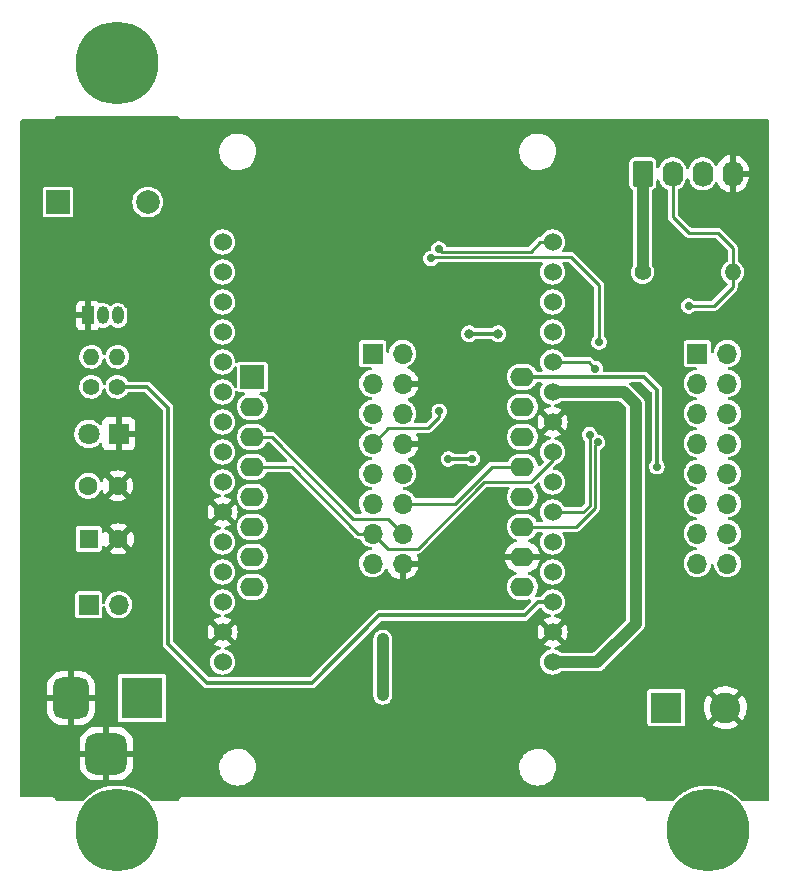
<source format=gbr>
%TF.GenerationSoftware,KiCad,Pcbnew,(6.0.9)*%
%TF.CreationDate,2025-12-22T11:41:54+09:00*%
%TF.ProjectId,ESP8266-clock,45535038-3236-4362-9d63-6c6f636b2e6b,rev?*%
%TF.SameCoordinates,Original*%
%TF.FileFunction,Copper,L2,Bot*%
%TF.FilePolarity,Positive*%
%FSLAX46Y46*%
G04 Gerber Fmt 4.6, Leading zero omitted, Abs format (unit mm)*
G04 Created by KiCad (PCBNEW (6.0.9)) date 2025-12-22 11:41:54*
%MOMM*%
%LPD*%
G01*
G04 APERTURE LIST*
G04 Aperture macros list*
%AMRoundRect*
0 Rectangle with rounded corners*
0 $1 Rounding radius*
0 $2 $3 $4 $5 $6 $7 $8 $9 X,Y pos of 4 corners*
0 Add a 4 corners polygon primitive as box body*
4,1,4,$2,$3,$4,$5,$6,$7,$8,$9,$2,$3,0*
0 Add four circle primitives for the rounded corners*
1,1,$1+$1,$2,$3*
1,1,$1+$1,$4,$5*
1,1,$1+$1,$6,$7*
1,1,$1+$1,$8,$9*
0 Add four rect primitives between the rounded corners*
20,1,$1+$1,$2,$3,$4,$5,0*
20,1,$1+$1,$4,$5,$6,$7,0*
20,1,$1+$1,$6,$7,$8,$9,0*
20,1,$1+$1,$8,$9,$2,$3,0*%
G04 Aperture macros list end*
%TA.AperFunction,ComponentPad*%
%ADD10C,1.524000*%
%TD*%
%TA.AperFunction,ComponentPad*%
%ADD11RoundRect,0.250000X-0.620000X-0.845000X0.620000X-0.845000X0.620000X0.845000X-0.620000X0.845000X0*%
%TD*%
%TA.AperFunction,ComponentPad*%
%ADD12O,1.740000X2.190000*%
%TD*%
%TA.AperFunction,ComponentPad*%
%ADD13R,2.000000X2.000000*%
%TD*%
%TA.AperFunction,ComponentPad*%
%ADD14O,2.000000X1.600000*%
%TD*%
%TA.AperFunction,ComponentPad*%
%ADD15C,0.800000*%
%TD*%
%TA.AperFunction,ComponentPad*%
%ADD16C,7.000000*%
%TD*%
%TA.AperFunction,ComponentPad*%
%ADD17R,3.500000X3.500000*%
%TD*%
%TA.AperFunction,ComponentPad*%
%ADD18RoundRect,0.750000X-0.750000X-1.000000X0.750000X-1.000000X0.750000X1.000000X-0.750000X1.000000X0*%
%TD*%
%TA.AperFunction,ComponentPad*%
%ADD19RoundRect,0.875000X-0.875000X-0.875000X0.875000X-0.875000X0.875000X0.875000X-0.875000X0.875000X0*%
%TD*%
%TA.AperFunction,ComponentPad*%
%ADD20R,1.000000X1.500000*%
%TD*%
%TA.AperFunction,ComponentPad*%
%ADD21O,1.000000X1.500000*%
%TD*%
%TA.AperFunction,ComponentPad*%
%ADD22R,2.600000X2.600000*%
%TD*%
%TA.AperFunction,ComponentPad*%
%ADD23C,2.600000*%
%TD*%
%TA.AperFunction,ComponentPad*%
%ADD24C,1.600000*%
%TD*%
%TA.AperFunction,ComponentPad*%
%ADD25R,1.600000X1.600000*%
%TD*%
%TA.AperFunction,ComponentPad*%
%ADD26C,2.000000*%
%TD*%
%TA.AperFunction,ComponentPad*%
%ADD27C,1.400000*%
%TD*%
%TA.AperFunction,ComponentPad*%
%ADD28O,1.400000X1.400000*%
%TD*%
%TA.AperFunction,ComponentPad*%
%ADD29R,1.700000X1.700000*%
%TD*%
%TA.AperFunction,ComponentPad*%
%ADD30O,1.700000X1.700000*%
%TD*%
%TA.AperFunction,ComponentPad*%
%ADD31R,1.800000X1.800000*%
%TD*%
%TA.AperFunction,ComponentPad*%
%ADD32C,1.800000*%
%TD*%
%TA.AperFunction,ViaPad*%
%ADD33C,0.800000*%
%TD*%
%TA.AperFunction,ViaPad*%
%ADD34C,0.700000*%
%TD*%
%TA.AperFunction,Conductor*%
%ADD35C,0.250000*%
%TD*%
%TA.AperFunction,Conductor*%
%ADD36C,0.300000*%
%TD*%
%TA.AperFunction,Conductor*%
%ADD37C,1.000000*%
%TD*%
%TA.AperFunction,Conductor*%
%ADD38C,0.500000*%
%TD*%
G04 APERTURE END LIST*
D10*
%TO.P,U1,1,A0(ADC0)*%
%TO.N,unconnected-(U1-Pad1)*%
X47030000Y-122680000D03*
%TO.P,U1,2,RSV*%
%TO.N,unconnected-(U1-Pad2)*%
X47030000Y-125220000D03*
%TO.P,U1,3,RSV*%
%TO.N,unconnected-(U1-Pad3)*%
X47030000Y-127760000D03*
%TO.P,U1,4,SD3(GPIO10)*%
%TO.N,unconnected-(U1-Pad4)*%
X47030000Y-130300000D03*
%TO.P,U1,5,SD2(GPIO9)*%
%TO.N,unconnected-(U1-Pad5)*%
X47030000Y-132840000D03*
%TO.P,U1,6,SD1(MOSI)*%
%TO.N,unconnected-(U1-Pad6)*%
X47030000Y-135380000D03*
%TO.P,U1,7,CMD(CS)*%
%TO.N,unconnected-(U1-Pad7)*%
X47030000Y-137920000D03*
%TO.P,U1,8,SDO(MISO)*%
%TO.N,unconnected-(U1-Pad8)*%
X47030000Y-140460000D03*
%TO.P,U1,9,CLK(SCLK)*%
%TO.N,unconnected-(U1-Pad9)*%
X47030000Y-143000000D03*
%TO.P,U1,10,GND*%
%TO.N,GND*%
X47030000Y-145540000D03*
%TO.P,U1,11,3.3V*%
%TO.N,+3V3*%
X47030000Y-148080000D03*
%TO.P,U1,12,EN*%
%TO.N,unconnected-(U1-Pad12)*%
X47030000Y-150620000D03*
%TO.P,U1,13,RST*%
%TO.N,unconnected-(U1-Pad13)*%
X47030000Y-153160000D03*
%TO.P,U1,14,GND*%
%TO.N,GND*%
X47030000Y-155700000D03*
%TO.P,U1,15,VIN*%
%TO.N,VCC*%
X47030000Y-158240000D03*
%TO.P,U1,16,3.3V*%
%TO.N,+3V3*%
X74970000Y-158240000D03*
%TO.P,U1,17,GND*%
%TO.N,GND*%
X74970000Y-155700000D03*
%TO.P,U1,18,TX(GPIO1)*%
%TO.N,/SIG*%
X74970000Y-153160000D03*
%TO.P,U1,19,RX(DPIO3)*%
%TO.N,unconnected-(U1-Pad19)*%
X74970000Y-150620000D03*
%TO.P,U1,20,D8(GPIO15)*%
%TO.N,/C*%
X74970000Y-148080000D03*
%TO.P,U1,21,D7(GPIO13)*%
%TO.N,/RED1*%
X74970000Y-145540000D03*
%TO.P,U1,22,D6(GPIO12)*%
%TO.N,/DHT_IO*%
X74970000Y-143000000D03*
%TO.P,U1,23,D5(GPIO14)*%
%TO.N,/CLK*%
X74970000Y-140460000D03*
%TO.P,U1,24,GND*%
%TO.N,GND*%
X74970000Y-137920000D03*
%TO.P,U1,25,3.3V*%
%TO.N,+3V3*%
X74970000Y-135380000D03*
%TO.P,U1,26,D4(GPIO2)*%
%TO.N,/OE*%
X74970000Y-132840000D03*
%TO.P,U1,27,D3(GPIO0)*%
%TO.N,/B*%
X74970000Y-130300000D03*
%TO.P,U1,28,D2(GPIO4)*%
%TO.N,/D*%
X74970000Y-127760000D03*
%TO.P,U1,29,D1(GPIO5)*%
%TO.N,/A*%
X74970000Y-125220000D03*
%TO.P,U1,30,D0(GPIO16)*%
%TO.N,/LATCH*%
X74970000Y-122680000D03*
%TD*%
D11*
%TO.P,U3,1,VCC*%
%TO.N,+3V3*%
X82587500Y-116902500D03*
D12*
%TO.P,U3,2,IO*%
%TO.N,/DHT_IO*%
X85127500Y-116902500D03*
%TO.P,U3,3,NC*%
%TO.N,unconnected-(U3-Pad3)*%
X87667500Y-116902500D03*
%TO.P,U3,4,GND*%
%TO.N,GND*%
X90207500Y-116902500D03*
%TD*%
D13*
%TO.P,U2,1,~{RST}*%
%TO.N,unconnected-(U2-Pad1)*%
X49555000Y-134110000D03*
D14*
%TO.P,U2,2,A0*%
%TO.N,unconnected-(U2-Pad2)*%
X49555000Y-136650000D03*
%TO.P,U2,3,D0*%
%TO.N,/LATCH*%
X49555000Y-139190000D03*
%TO.P,U2,4,SCK/D5*%
%TO.N,/CLK*%
X49555000Y-141730000D03*
%TO.P,U2,5,MISO/D6*%
%TO.N,/DHT_IO*%
X49555000Y-144270000D03*
%TO.P,U2,6,MOSI/D7*%
%TO.N,/RED1*%
X49555000Y-146810000D03*
%TO.P,U2,7,CS/D8*%
%TO.N,/C*%
X49555000Y-149350000D03*
%TO.P,U2,8,3V3*%
%TO.N,+3V3*%
X49555000Y-151890000D03*
%TO.P,U2,9,5V*%
%TO.N,VCC*%
X72415000Y-151890000D03*
%TO.P,U2,10,GND*%
%TO.N,GND*%
X72415000Y-149350000D03*
%TO.P,U2,11,D4*%
%TO.N,/OE*%
X72415000Y-146810000D03*
%TO.P,U2,12,D3*%
%TO.N,/B*%
X72415000Y-144270000D03*
%TO.P,U2,13,SDA/D2*%
%TO.N,/D*%
X72415000Y-141730000D03*
%TO.P,U2,14,SCL/D1*%
%TO.N,/A*%
X72415000Y-139190000D03*
%TO.P,U2,15,RX*%
%TO.N,unconnected-(U2-Pad15)*%
X72415000Y-136650000D03*
%TO.P,U2,16,TX*%
%TO.N,/SIG*%
X72415000Y-134110000D03*
%TD*%
D15*
%TO.P,H5,1*%
%TO.N,N/C*%
X40725000Y-107500000D03*
X38100000Y-104875000D03*
X36243845Y-105643845D03*
X39956155Y-109356155D03*
X38100000Y-110125000D03*
X36243845Y-109356155D03*
X39956155Y-105643845D03*
X35475000Y-107500000D03*
D16*
X38100000Y-107500000D03*
%TD*%
D17*
%TO.P,J1,1*%
%TO.N,+5V*%
X40200000Y-161292500D03*
D18*
%TO.P,J1,2*%
%TO.N,GND*%
X34200000Y-161292500D03*
D19*
%TO.P,J1,3*%
X37200000Y-165992500D03*
%TD*%
D20*
%TO.P,Q1,1,E*%
%TO.N,GND*%
X35630000Y-128900000D03*
D21*
%TO.P,Q1,2,B*%
%TO.N,Net-(Q1-Pad2)*%
X36900000Y-128900000D03*
%TO.P,Q1,3,C*%
%TO.N,Net-(BZ1-Pad2)*%
X38170000Y-128900000D03*
%TD*%
D22*
%TO.P,J2,1,Pin_1*%
%TO.N,+5V*%
X84600000Y-162100000D03*
D23*
%TO.P,J2,2,Pin_2*%
%TO.N,GND*%
X89600000Y-162100000D03*
%TD*%
D24*
%TO.P,C2,1*%
%TO.N,+5V*%
X35650000Y-143325000D03*
%TO.P,C2,2*%
%TO.N,GND*%
X38150000Y-143325000D03*
%TD*%
D25*
%TO.P,C1,1*%
%TO.N,+5V*%
X35700000Y-147825000D03*
D24*
%TO.P,C1,2*%
%TO.N,GND*%
X38200000Y-147825000D03*
%TD*%
D13*
%TO.P,BZ1,1,-*%
%TO.N,+5V*%
X33100000Y-119300000D03*
D26*
%TO.P,BZ1,2,+*%
%TO.N,Net-(BZ1-Pad2)*%
X40700000Y-119300000D03*
%TD*%
D15*
%TO.P,H7,1*%
%TO.N,N/C*%
X36243845Y-174356155D03*
X38100000Y-175125000D03*
X39956155Y-170643845D03*
X36243845Y-170643845D03*
X40725000Y-172500000D03*
X35475000Y-172500000D03*
X38100000Y-169875000D03*
X39956155Y-174356155D03*
D16*
X38100000Y-172500000D03*
%TD*%
D27*
%TO.P,R3,1*%
%TO.N,/SIG*%
X38100000Y-134945000D03*
D28*
%TO.P,R3,2*%
%TO.N,Net-(Q1-Pad2)*%
X38100000Y-132405000D03*
%TD*%
D15*
%TO.P,H6,1*%
%TO.N,N/C*%
X85475000Y-172500000D03*
X89956155Y-170643845D03*
X88100000Y-169875000D03*
D16*
X88100000Y-172500000D03*
D15*
X86243845Y-170643845D03*
X86243845Y-174356155D03*
X88100000Y-175125000D03*
X89956155Y-174356155D03*
X90725000Y-172500000D03*
%TD*%
D29*
%TO.P,J3,1,Pin_1*%
%TO.N,/RED1*%
X59725000Y-132125000D03*
D30*
%TO.P,J3,2,Pin_2*%
%TO.N,/GREEN1*%
X62265000Y-132125000D03*
%TO.P,J3,3,Pin_3*%
%TO.N,/BLUE1*%
X59725000Y-134665000D03*
%TO.P,J3,4,Pin_4*%
%TO.N,GND*%
X62265000Y-134665000D03*
%TO.P,J3,5,Pin_5*%
%TO.N,/RED2*%
X59725000Y-137205000D03*
%TO.P,J3,6,Pin_6*%
%TO.N,/GREEN2*%
X62265000Y-137205000D03*
%TO.P,J3,7,Pin_7*%
%TO.N,/BLUE2*%
X59725000Y-139745000D03*
%TO.P,J3,8,Pin_8*%
%TO.N,GND*%
X62265000Y-139745000D03*
%TO.P,J3,9,Pin_9*%
%TO.N,/A*%
X59725000Y-142285000D03*
%TO.P,J3,10,Pin_10*%
%TO.N,/B*%
X62265000Y-142285000D03*
%TO.P,J3,11,Pin_11*%
%TO.N,/C*%
X59725000Y-144825000D03*
%TO.P,J3,12,Pin_12*%
%TO.N,/D*%
X62265000Y-144825000D03*
%TO.P,J3,13,Pin_13*%
%TO.N,/CLK*%
X59725000Y-147365000D03*
%TO.P,J3,14,Pin_14*%
%TO.N,/LATCH*%
X62265000Y-147365000D03*
%TO.P,J3,15,Pin_15*%
%TO.N,/OE*%
X59725000Y-149905000D03*
%TO.P,J3,16,Pin_16*%
%TO.N,GND*%
X62265000Y-149905000D03*
%TD*%
D29*
%TO.P,JP1,1,A*%
%TO.N,+5V*%
X35700000Y-153400000D03*
D30*
%TO.P,JP1,2,B*%
%TO.N,VCC*%
X38240000Y-153400000D03*
%TD*%
D27*
%TO.P,R2,1*%
%TO.N,+3V3*%
X82587500Y-125250000D03*
D28*
%TO.P,R2,2*%
%TO.N,/DHT_IO*%
X90207500Y-125250000D03*
%TD*%
D31*
%TO.P,D1,1,K*%
%TO.N,GND*%
X38220000Y-138925000D03*
D32*
%TO.P,D1,2,A*%
%TO.N,Net-(D1-Pad2)*%
X35680000Y-138925000D03*
%TD*%
D27*
%TO.P,R1,1*%
%TO.N,Net-(D1-Pad2)*%
X35900000Y-134945000D03*
D28*
%TO.P,R1,2*%
%TO.N,+5V*%
X35900000Y-132405000D03*
%TD*%
D29*
%TO.P,J4,1,Pin_1*%
%TO.N,/RED2*%
X87225000Y-132125000D03*
D30*
%TO.P,J4,2,Pin_2*%
%TO.N,/GREEN2*%
X89765000Y-132125000D03*
%TO.P,J4,3,Pin_3*%
%TO.N,/BLUE2*%
X87225000Y-134665000D03*
%TO.P,J4,4,Pin_4*%
%TO.N,unconnected-(J4-Pad4)*%
X89765000Y-134665000D03*
%TO.P,J4,5,Pin_5*%
%TO.N,/GREEN1*%
X87225000Y-137205000D03*
%TO.P,J4,6,Pin_6*%
%TO.N,/BLUE1*%
X89765000Y-137205000D03*
%TO.P,J4,7,Pin_7*%
%TO.N,unconnected-(J4-Pad7)*%
X87225000Y-139745000D03*
%TO.P,J4,8,Pin_8*%
%TO.N,unconnected-(J4-Pad8)*%
X89765000Y-139745000D03*
%TO.P,J4,9,Pin_9*%
%TO.N,unconnected-(J4-Pad9)*%
X87225000Y-142285000D03*
%TO.P,J4,10,Pin_10*%
%TO.N,unconnected-(J4-Pad10)*%
X89765000Y-142285000D03*
%TO.P,J4,11,Pin_11*%
%TO.N,unconnected-(J4-Pad11)*%
X87225000Y-144825000D03*
%TO.P,J4,12,Pin_12*%
%TO.N,unconnected-(J4-Pad12)*%
X89765000Y-144825000D03*
%TO.P,J4,13,Pin_13*%
%TO.N,unconnected-(J4-Pad13)*%
X87225000Y-147365000D03*
%TO.P,J4,14,Pin_14*%
%TO.N,unconnected-(J4-Pad14)*%
X89765000Y-147365000D03*
%TO.P,J4,15,Pin_15*%
%TO.N,unconnected-(J4-Pad15)*%
X87225000Y-149905000D03*
%TO.P,J4,16,Pin_16*%
%TO.N,unconnected-(J4-Pad16)*%
X89765000Y-149905000D03*
%TD*%
D33*
%TO.N,GND*%
X80200000Y-132500000D03*
X80200000Y-137000000D03*
D34*
%TO.N,/RED1*%
X78099500Y-139000000D03*
X64669503Y-124069503D03*
X78899500Y-131150000D03*
%TO.N,/BLUE2*%
X65362299Y-137012299D03*
%TO.N,/A*%
X66150000Y-141050000D03*
X68175000Y-141025000D03*
D33*
%TO.N,/B*%
X67900000Y-130450000D03*
X70350000Y-130450000D03*
D34*
%TO.N,/LATCH*%
X65344503Y-123275500D03*
%TO.N,/OE*%
X78774500Y-139635515D03*
X78574500Y-133400000D03*
D33*
%TO.N,+3V3*%
X82000000Y-137000000D03*
X60600000Y-156300000D03*
X60600000Y-161050000D03*
D34*
%TO.N,/SIG*%
X83800000Y-141700000D03*
%TO.N,/DHT_IO*%
X86499028Y-128097084D03*
%TD*%
D35*
%TO.N,/RED1*%
X64789006Y-123950000D02*
X76500000Y-123950000D01*
X78900000Y-131149500D02*
X78899500Y-131150000D01*
X77560000Y-145540000D02*
X74970000Y-145540000D01*
X78099500Y-139000000D02*
X78100000Y-139000500D01*
X64669503Y-124069503D02*
X64789006Y-123950000D01*
X78900000Y-126350000D02*
X78900000Y-131149500D01*
X78100000Y-139000500D02*
X78100000Y-145000000D01*
X76500000Y-123950000D02*
X78900000Y-126350000D01*
X78100000Y-145000000D02*
X77560000Y-145540000D01*
%TO.N,/BLUE2*%
X65362299Y-137487701D02*
X64400000Y-138450000D01*
X64400000Y-138450000D02*
X61020000Y-138450000D01*
X61020000Y-138450000D02*
X59725000Y-139745000D01*
X65362299Y-137012299D02*
X65362299Y-137487701D01*
D36*
%TO.N,/A*%
X68150000Y-141050000D02*
X68175000Y-141025000D01*
X66150000Y-141050000D02*
X68150000Y-141050000D01*
%TO.N,/B*%
X67900000Y-130450000D02*
X70350000Y-130450000D01*
D35*
%TO.N,/D*%
X66738604Y-144825000D02*
X62265000Y-144825000D01*
X69863604Y-141700000D02*
X66738604Y-144825000D01*
X72385000Y-141700000D02*
X69863604Y-141700000D01*
X72415000Y-141730000D02*
X72385000Y-141700000D01*
%TO.N,/CLK*%
X63550000Y-148650000D02*
X69200000Y-143000000D01*
X69200000Y-143000000D02*
X73150000Y-143000000D01*
X74970000Y-141180000D02*
X74970000Y-140460000D01*
X58528604Y-147365000D02*
X59725000Y-147365000D01*
X49555000Y-141730000D02*
X52893604Y-141730000D01*
X73150000Y-143000000D02*
X74970000Y-141180000D01*
X52893604Y-141730000D02*
X58528604Y-147365000D01*
X59725000Y-147365000D02*
X61010000Y-148650000D01*
X61010000Y-148650000D02*
X63550000Y-148650000D01*
%TO.N,/LATCH*%
X73920000Y-122680000D02*
X74970000Y-122680000D01*
X51190000Y-139190000D02*
X58100000Y-146100000D01*
X65344503Y-123275500D02*
X65569003Y-123500000D01*
X49555000Y-139190000D02*
X51190000Y-139190000D01*
X65569003Y-123500000D02*
X73100000Y-123500000D01*
X73100000Y-123500000D02*
X73920000Y-122680000D01*
X61000000Y-146100000D02*
X62265000Y-147365000D01*
X58100000Y-146100000D02*
X61000000Y-146100000D01*
%TO.N,/OE*%
X78550000Y-145186396D02*
X76926396Y-146810000D01*
X78774500Y-139635515D02*
X78550000Y-139860015D01*
X78014500Y-132840000D02*
X74970000Y-132840000D01*
X78574500Y-133400000D02*
X78014500Y-132840000D01*
X78550000Y-139860015D02*
X78550000Y-145186396D01*
X76926396Y-146810000D02*
X72415000Y-146810000D01*
D37*
%TO.N,+3V3*%
X60600000Y-156300000D02*
X60600000Y-161050000D01*
D38*
X49555000Y-151890000D02*
X49555000Y-151355000D01*
D37*
X82000000Y-136400000D02*
X80980000Y-135380000D01*
X82587500Y-116902500D02*
X82587500Y-125250000D01*
X82000000Y-137000000D02*
X82000000Y-155000000D01*
X82000000Y-137000000D02*
X82000000Y-136400000D01*
X80980000Y-135380000D02*
X74970000Y-135380000D01*
X82000000Y-155000000D02*
X78760000Y-158240000D01*
X78760000Y-158240000D02*
X74970000Y-158240000D01*
D36*
%TO.N,/SIG*%
X54600000Y-160000000D02*
X60300000Y-154300000D01*
X82710000Y-134110000D02*
X72415000Y-134110000D01*
X72600000Y-154300000D02*
X73740000Y-153160000D01*
X60300000Y-154300000D02*
X72600000Y-154300000D01*
X40645000Y-134945000D02*
X42400000Y-136700000D01*
X38100000Y-134945000D02*
X40645000Y-134945000D01*
X42400000Y-156700000D02*
X45700000Y-160000000D01*
X45700000Y-160000000D02*
X54600000Y-160000000D01*
X83800000Y-135200000D02*
X82710000Y-134110000D01*
X83800000Y-141700000D02*
X83800000Y-135200000D01*
X73740000Y-153160000D02*
X74970000Y-153160000D01*
X42400000Y-136700000D02*
X42400000Y-156700000D01*
D35*
%TO.N,/DHT_IO*%
X85127500Y-116902500D02*
X85127500Y-120527500D01*
X86498056Y-128098056D02*
X88601944Y-128098056D01*
X88950000Y-121900000D02*
X90207500Y-123157500D01*
X90207500Y-126492500D02*
X90207500Y-125250000D01*
X88601944Y-128098056D02*
X90207500Y-126492500D01*
X85127500Y-120527500D02*
X86500000Y-121900000D01*
X86500000Y-121900000D02*
X88950000Y-121900000D01*
X90207500Y-123157500D02*
X90207500Y-125250000D01*
%TD*%
%TA.AperFunction,Conductor*%
%TO.N,GND*%
G36*
X43284706Y-112020002D02*
G01*
X43331199Y-112073658D01*
X43332444Y-112077074D01*
X43332844Y-112081696D01*
X43337887Y-112092014D01*
X43338007Y-112092343D01*
X43338864Y-112095434D01*
X43340091Y-112098614D01*
X43342222Y-112110053D01*
X43352165Y-112126183D01*
X43360652Y-112139952D01*
X43366591Y-112150734D01*
X43382006Y-112182269D01*
X43390532Y-112190178D01*
X43392565Y-112192916D01*
X43394859Y-112195446D01*
X43400963Y-112205348D01*
X43410219Y-112212387D01*
X43410224Y-112212392D01*
X43428918Y-112226607D01*
X43438339Y-112234526D01*
X43464077Y-112258401D01*
X43474878Y-112262710D01*
X43477755Y-112264529D01*
X43480812Y-112266066D01*
X43490072Y-112273108D01*
X43510779Y-112279104D01*
X43523798Y-112282874D01*
X43535439Y-112286871D01*
X43568053Y-112299883D01*
X43574346Y-112300500D01*
X43577428Y-112300500D01*
X43580498Y-112300650D01*
X43580492Y-112300766D01*
X43586614Y-112301065D01*
X43597599Y-112304246D01*
X43635425Y-112300970D01*
X43646297Y-112300500D01*
X93173500Y-112300500D01*
X93241621Y-112320502D01*
X93288114Y-112374158D01*
X93299500Y-112426500D01*
X93299500Y-169874000D01*
X93279498Y-169942121D01*
X93225842Y-169988614D01*
X93173500Y-170000000D01*
X91021101Y-170000000D01*
X90952980Y-169979998D01*
X90929704Y-169960733D01*
X90726466Y-169746565D01*
X90726463Y-169746563D01*
X90724267Y-169744248D01*
X90672068Y-169699350D01*
X90434762Y-169495234D01*
X90434759Y-169495232D01*
X90432347Y-169493157D01*
X90116546Y-169272851D01*
X89780099Y-169085587D01*
X89777179Y-169084329D01*
X89777174Y-169084327D01*
X89429384Y-168934545D01*
X89429374Y-168934541D01*
X89426450Y-168933282D01*
X89059221Y-168817495D01*
X88788472Y-168761426D01*
X88685295Y-168740059D01*
X88685292Y-168740059D01*
X88682170Y-168739412D01*
X88388699Y-168709084D01*
X88302314Y-168700157D01*
X88302311Y-168700157D01*
X88299158Y-168699831D01*
X88295992Y-168699825D01*
X88295983Y-168699825D01*
X88105911Y-168699494D01*
X87914108Y-168699159D01*
X87761969Y-168714344D01*
X87534134Y-168737085D01*
X87534128Y-168737086D01*
X87530961Y-168737402D01*
X87335038Y-168777263D01*
X87156764Y-168813533D01*
X87156760Y-168813534D01*
X87153639Y-168814169D01*
X87150597Y-168815116D01*
X87150591Y-168815118D01*
X86998214Y-168862579D01*
X86786008Y-168928674D01*
X86783080Y-168929923D01*
X86434759Y-169078494D01*
X86434755Y-169078496D01*
X86431829Y-169079744D01*
X86429050Y-169081278D01*
X86429044Y-169081281D01*
X86139281Y-169241239D01*
X86094731Y-169265832D01*
X86092110Y-169267647D01*
X86092105Y-169267650D01*
X85799030Y-169470585D01*
X85778163Y-169485034D01*
X85613298Y-169625842D01*
X85506418Y-169717126D01*
X85485368Y-169735104D01*
X85483168Y-169737406D01*
X85483165Y-169737409D01*
X85269449Y-169961051D01*
X85207925Y-169996481D01*
X85178355Y-170000000D01*
X82983415Y-170000000D01*
X82915294Y-169979998D01*
X82868801Y-169926342D01*
X82867556Y-169922926D01*
X82867156Y-169918304D01*
X82862113Y-169907986D01*
X82861993Y-169907657D01*
X82861136Y-169904566D01*
X82859909Y-169901386D01*
X82857778Y-169889947D01*
X82839348Y-169860048D01*
X82833409Y-169849266D01*
X82823102Y-169828181D01*
X82817994Y-169817731D01*
X82809468Y-169809822D01*
X82807435Y-169807084D01*
X82805141Y-169804554D01*
X82799037Y-169794652D01*
X82789781Y-169787613D01*
X82789776Y-169787608D01*
X82771082Y-169773393D01*
X82761661Y-169765474D01*
X82744451Y-169749510D01*
X82744452Y-169749510D01*
X82735923Y-169741599D01*
X82725122Y-169737290D01*
X82722245Y-169735471D01*
X82719188Y-169733934D01*
X82709928Y-169726892D01*
X82676201Y-169717126D01*
X82664561Y-169713129D01*
X82631947Y-169700117D01*
X82625654Y-169699500D01*
X82622572Y-169699500D01*
X82619502Y-169699350D01*
X82619508Y-169699234D01*
X82613386Y-169698935D01*
X82602401Y-169695754D01*
X82564575Y-169699030D01*
X82553703Y-169699500D01*
X43679805Y-169699500D01*
X43668248Y-169698935D01*
X43657263Y-169695754D01*
X43619437Y-169699030D01*
X43608565Y-169699500D01*
X43599483Y-169699500D01*
X43593782Y-169700562D01*
X43593780Y-169700562D01*
X43592910Y-169700724D01*
X43580711Y-169702384D01*
X43557326Y-169704409D01*
X43557325Y-169704409D01*
X43545735Y-169705413D01*
X43535286Y-169710520D01*
X43531998Y-169711432D01*
X43528814Y-169712661D01*
X43517378Y-169714791D01*
X43497747Y-169726892D01*
X43487479Y-169733221D01*
X43476696Y-169739160D01*
X43445162Y-169754575D01*
X43437253Y-169763101D01*
X43434515Y-169765134D01*
X43431985Y-169767428D01*
X43422083Y-169773532D01*
X43415044Y-169782788D01*
X43415039Y-169782793D01*
X43400824Y-169801487D01*
X43392905Y-169810908D01*
X43369030Y-169836646D01*
X43364721Y-169847447D01*
X43362902Y-169850324D01*
X43361365Y-169853381D01*
X43354323Y-169862641D01*
X43351087Y-169873817D01*
X43344557Y-169896367D01*
X43340562Y-169908003D01*
X43335500Y-169920692D01*
X43291680Y-169976549D01*
X43218471Y-170000000D01*
X41021101Y-170000000D01*
X40952980Y-169979998D01*
X40929704Y-169960733D01*
X40726466Y-169746565D01*
X40726463Y-169746563D01*
X40724267Y-169744248D01*
X40672068Y-169699350D01*
X40434762Y-169495234D01*
X40434759Y-169495232D01*
X40432347Y-169493157D01*
X40116546Y-169272851D01*
X39780099Y-169085587D01*
X39777179Y-169084329D01*
X39777174Y-169084327D01*
X39429384Y-168934545D01*
X39429374Y-168934541D01*
X39426450Y-168933282D01*
X39059221Y-168817495D01*
X38788472Y-168761426D01*
X38685295Y-168740059D01*
X38685292Y-168740059D01*
X38682170Y-168739412D01*
X38388699Y-168709084D01*
X38302314Y-168700157D01*
X38302311Y-168700157D01*
X38299158Y-168699831D01*
X38295992Y-168699825D01*
X38295983Y-168699825D01*
X38105911Y-168699494D01*
X37914108Y-168699159D01*
X37761969Y-168714344D01*
X37534134Y-168737085D01*
X37534128Y-168737086D01*
X37530961Y-168737402D01*
X37335038Y-168777263D01*
X37156764Y-168813533D01*
X37156760Y-168813534D01*
X37153639Y-168814169D01*
X37150597Y-168815116D01*
X37150591Y-168815118D01*
X36998214Y-168862579D01*
X36786008Y-168928674D01*
X36783080Y-168929923D01*
X36434759Y-169078494D01*
X36434755Y-169078496D01*
X36431829Y-169079744D01*
X36429050Y-169081278D01*
X36429044Y-169081281D01*
X36139281Y-169241239D01*
X36094731Y-169265832D01*
X36092110Y-169267647D01*
X36092105Y-169267650D01*
X35799030Y-169470585D01*
X35778163Y-169485034D01*
X35613298Y-169625842D01*
X35506418Y-169717126D01*
X35485368Y-169735104D01*
X35483168Y-169737406D01*
X35483165Y-169737409D01*
X35269449Y-169961051D01*
X35207925Y-169996481D01*
X35178355Y-170000000D01*
X33010846Y-170000000D01*
X32942725Y-169979998D01*
X32896232Y-169926342D01*
X32894987Y-169922926D01*
X32894587Y-169918304D01*
X32889544Y-169907986D01*
X32889424Y-169907657D01*
X32888567Y-169904566D01*
X32887340Y-169901386D01*
X32885209Y-169889947D01*
X32866779Y-169860048D01*
X32860840Y-169849266D01*
X32850533Y-169828181D01*
X32845425Y-169817731D01*
X32836899Y-169809822D01*
X32834866Y-169807084D01*
X32832572Y-169804554D01*
X32826468Y-169794652D01*
X32817212Y-169787613D01*
X32817207Y-169787608D01*
X32798513Y-169773393D01*
X32789092Y-169765474D01*
X32771882Y-169749510D01*
X32771883Y-169749510D01*
X32763354Y-169741599D01*
X32752553Y-169737290D01*
X32749676Y-169735471D01*
X32746619Y-169733934D01*
X32737359Y-169726892D01*
X32703632Y-169717126D01*
X32691992Y-169713129D01*
X32659378Y-169700117D01*
X32653085Y-169699500D01*
X32650003Y-169699500D01*
X32646933Y-169699350D01*
X32646939Y-169699234D01*
X32640817Y-169698935D01*
X32629832Y-169695754D01*
X32592006Y-169699030D01*
X32581134Y-169699500D01*
X30026500Y-169699500D01*
X29958379Y-169679498D01*
X29911886Y-169625842D01*
X29900500Y-169573500D01*
X29900500Y-166958131D01*
X34942000Y-166958131D01*
X34942091Y-166961516D01*
X34944882Y-167013045D01*
X34945955Y-167021689D01*
X34989080Y-167242518D01*
X34991994Y-167252746D01*
X35071364Y-167462240D01*
X35075962Y-167471838D01*
X35189493Y-167664960D01*
X35195646Y-167673649D01*
X35340101Y-167844892D01*
X35347608Y-167852399D01*
X35518851Y-167996854D01*
X35527540Y-168003007D01*
X35720662Y-168116538D01*
X35730260Y-168121136D01*
X35939754Y-168200506D01*
X35949982Y-168203420D01*
X36170811Y-168246545D01*
X36179455Y-168247618D01*
X36230984Y-168250409D01*
X36234369Y-168250500D01*
X36927885Y-168250500D01*
X36943124Y-168246025D01*
X36944329Y-168244635D01*
X36946000Y-168236952D01*
X36946000Y-168232385D01*
X37454000Y-168232385D01*
X37458475Y-168247624D01*
X37459865Y-168248829D01*
X37467548Y-168250500D01*
X38165631Y-168250500D01*
X38169016Y-168250409D01*
X38220545Y-168247618D01*
X38229189Y-168246545D01*
X38450018Y-168203420D01*
X38460246Y-168200506D01*
X38669740Y-168121136D01*
X38679338Y-168116538D01*
X38872460Y-168003007D01*
X38881149Y-167996854D01*
X39052392Y-167852399D01*
X39059899Y-167844892D01*
X39204354Y-167673649D01*
X39210507Y-167664960D01*
X39324038Y-167471838D01*
X39328636Y-167462240D01*
X39408006Y-167252746D01*
X39410920Y-167242518D01*
X39418386Y-167204288D01*
X46745404Y-167204288D01*
X46745985Y-167209308D01*
X46745985Y-167209312D01*
X46761095Y-167339906D01*
X46774081Y-167452140D01*
X46842017Y-167692219D01*
X46947462Y-167918348D01*
X47087706Y-168124710D01*
X47259138Y-168305994D01*
X47457349Y-168457538D01*
X47677239Y-168575443D01*
X47913152Y-168656674D01*
X48041099Y-168678774D01*
X48155107Y-168698467D01*
X48155113Y-168698468D01*
X48159017Y-168699142D01*
X48162978Y-168699322D01*
X48162979Y-168699322D01*
X48187503Y-168700436D01*
X48187522Y-168700436D01*
X48188922Y-168700500D01*
X48362691Y-168700500D01*
X48365199Y-168700298D01*
X48365204Y-168700298D01*
X48543661Y-168685940D01*
X48543666Y-168685939D01*
X48548702Y-168685534D01*
X48553610Y-168684329D01*
X48553613Y-168684328D01*
X48786092Y-168627225D01*
X48791006Y-168626018D01*
X48795658Y-168624043D01*
X48795662Y-168624042D01*
X49016022Y-168530505D01*
X49016023Y-168530505D01*
X49020677Y-168528529D01*
X49231808Y-168395573D01*
X49329923Y-168309073D01*
X49415168Y-168233920D01*
X49415171Y-168233917D01*
X49418965Y-168230572D01*
X49577334Y-168037770D01*
X49702840Y-167822128D01*
X49792255Y-167589195D01*
X49843278Y-167344961D01*
X49849666Y-167204288D01*
X72145404Y-167204288D01*
X72145985Y-167209308D01*
X72145985Y-167209312D01*
X72161095Y-167339906D01*
X72174081Y-167452140D01*
X72242017Y-167692219D01*
X72347462Y-167918348D01*
X72487706Y-168124710D01*
X72659138Y-168305994D01*
X72857349Y-168457538D01*
X73077239Y-168575443D01*
X73313152Y-168656674D01*
X73441099Y-168678774D01*
X73555107Y-168698467D01*
X73555113Y-168698468D01*
X73559017Y-168699142D01*
X73562978Y-168699322D01*
X73562979Y-168699322D01*
X73587503Y-168700436D01*
X73587522Y-168700436D01*
X73588922Y-168700500D01*
X73762691Y-168700500D01*
X73765199Y-168700298D01*
X73765204Y-168700298D01*
X73943661Y-168685940D01*
X73943666Y-168685939D01*
X73948702Y-168685534D01*
X73953610Y-168684329D01*
X73953613Y-168684328D01*
X74186092Y-168627225D01*
X74191006Y-168626018D01*
X74195658Y-168624043D01*
X74195662Y-168624042D01*
X74416022Y-168530505D01*
X74416023Y-168530505D01*
X74420677Y-168528529D01*
X74631808Y-168395573D01*
X74729923Y-168309073D01*
X74815168Y-168233920D01*
X74815171Y-168233917D01*
X74818965Y-168230572D01*
X74977334Y-168037770D01*
X75102840Y-167822128D01*
X75192255Y-167589195D01*
X75243278Y-167344961D01*
X75254596Y-167095712D01*
X75246032Y-167021689D01*
X75226501Y-166852890D01*
X75225919Y-166847860D01*
X75157983Y-166607781D01*
X75052538Y-166381652D01*
X74912294Y-166175290D01*
X74740862Y-165994006D01*
X74542651Y-165842462D01*
X74322761Y-165724557D01*
X74086848Y-165643326D01*
X73958901Y-165621226D01*
X73844893Y-165601533D01*
X73844887Y-165601532D01*
X73840983Y-165600858D01*
X73837022Y-165600678D01*
X73837021Y-165600678D01*
X73812497Y-165599564D01*
X73812478Y-165599564D01*
X73811078Y-165599500D01*
X73637309Y-165599500D01*
X73634801Y-165599702D01*
X73634796Y-165599702D01*
X73456339Y-165614060D01*
X73456334Y-165614061D01*
X73451298Y-165614466D01*
X73446390Y-165615671D01*
X73446387Y-165615672D01*
X73216392Y-165672165D01*
X73208994Y-165673982D01*
X73204342Y-165675957D01*
X73204338Y-165675958D01*
X73056998Y-165738500D01*
X72979323Y-165771471D01*
X72768192Y-165904427D01*
X72764398Y-165907772D01*
X72584832Y-166066080D01*
X72584829Y-166066083D01*
X72581035Y-166069428D01*
X72422666Y-166262230D01*
X72297160Y-166477872D01*
X72207745Y-166710805D01*
X72156722Y-166955039D01*
X72156493Y-166960088D01*
X72156492Y-166960094D01*
X72151318Y-167074046D01*
X72145404Y-167204288D01*
X49849666Y-167204288D01*
X49854596Y-167095712D01*
X49846032Y-167021689D01*
X49826501Y-166852890D01*
X49825919Y-166847860D01*
X49757983Y-166607781D01*
X49652538Y-166381652D01*
X49512294Y-166175290D01*
X49340862Y-165994006D01*
X49142651Y-165842462D01*
X48922761Y-165724557D01*
X48686848Y-165643326D01*
X48558901Y-165621226D01*
X48444893Y-165601533D01*
X48444887Y-165601532D01*
X48440983Y-165600858D01*
X48437022Y-165600678D01*
X48437021Y-165600678D01*
X48412497Y-165599564D01*
X48412478Y-165599564D01*
X48411078Y-165599500D01*
X48237309Y-165599500D01*
X48234801Y-165599702D01*
X48234796Y-165599702D01*
X48056339Y-165614060D01*
X48056334Y-165614061D01*
X48051298Y-165614466D01*
X48046390Y-165615671D01*
X48046387Y-165615672D01*
X47816392Y-165672165D01*
X47808994Y-165673982D01*
X47804342Y-165675957D01*
X47804338Y-165675958D01*
X47656998Y-165738500D01*
X47579323Y-165771471D01*
X47368192Y-165904427D01*
X47364398Y-165907772D01*
X47184832Y-166066080D01*
X47184829Y-166066083D01*
X47181035Y-166069428D01*
X47022666Y-166262230D01*
X46897160Y-166477872D01*
X46807745Y-166710805D01*
X46756722Y-166955039D01*
X46756493Y-166960088D01*
X46756492Y-166960094D01*
X46751318Y-167074046D01*
X46745404Y-167204288D01*
X39418386Y-167204288D01*
X39454045Y-167021689D01*
X39455118Y-167013045D01*
X39457909Y-166961516D01*
X39458000Y-166958131D01*
X39458000Y-166264615D01*
X39453525Y-166249376D01*
X39452135Y-166248171D01*
X39444452Y-166246500D01*
X37472115Y-166246500D01*
X37456876Y-166250975D01*
X37455671Y-166252365D01*
X37454000Y-166260048D01*
X37454000Y-168232385D01*
X36946000Y-168232385D01*
X36946000Y-166264615D01*
X36941525Y-166249376D01*
X36940135Y-166248171D01*
X36932452Y-166246500D01*
X34960115Y-166246500D01*
X34944876Y-166250975D01*
X34943671Y-166252365D01*
X34942000Y-166260048D01*
X34942000Y-166958131D01*
X29900500Y-166958131D01*
X29900500Y-165720385D01*
X34942000Y-165720385D01*
X34946475Y-165735624D01*
X34947865Y-165736829D01*
X34955548Y-165738500D01*
X36927885Y-165738500D01*
X36943124Y-165734025D01*
X36944329Y-165732635D01*
X36946000Y-165724952D01*
X36946000Y-165720385D01*
X37454000Y-165720385D01*
X37458475Y-165735624D01*
X37459865Y-165736829D01*
X37467548Y-165738500D01*
X39439885Y-165738500D01*
X39455124Y-165734025D01*
X39456329Y-165732635D01*
X39458000Y-165724952D01*
X39458000Y-165026870D01*
X39457909Y-165023484D01*
X39455118Y-164971955D01*
X39454045Y-164963311D01*
X39410920Y-164742482D01*
X39408006Y-164732254D01*
X39328636Y-164522760D01*
X39324038Y-164513162D01*
X39210507Y-164320040D01*
X39204354Y-164311351D01*
X39059899Y-164140108D01*
X39052392Y-164132601D01*
X38881149Y-163988146D01*
X38872460Y-163981993D01*
X38679338Y-163868462D01*
X38669740Y-163863864D01*
X38460246Y-163784494D01*
X38450018Y-163781580D01*
X38229189Y-163738455D01*
X38220545Y-163737382D01*
X38169016Y-163734591D01*
X38165630Y-163734500D01*
X37472115Y-163734500D01*
X37456876Y-163738975D01*
X37455671Y-163740365D01*
X37454000Y-163748048D01*
X37454000Y-165720385D01*
X36946000Y-165720385D01*
X36946000Y-163752615D01*
X36941525Y-163737376D01*
X36940135Y-163736171D01*
X36932452Y-163734500D01*
X36234370Y-163734500D01*
X36230984Y-163734591D01*
X36179455Y-163737382D01*
X36170811Y-163738455D01*
X35949982Y-163781580D01*
X35939754Y-163784494D01*
X35730260Y-163863864D01*
X35720662Y-163868462D01*
X35527540Y-163981993D01*
X35518851Y-163988146D01*
X35347608Y-164132601D01*
X35340101Y-164140108D01*
X35195646Y-164311351D01*
X35189493Y-164320040D01*
X35075962Y-164513162D01*
X35071364Y-164522760D01*
X34991994Y-164732254D01*
X34989080Y-164742482D01*
X34945955Y-164963311D01*
X34944882Y-164971955D01*
X34942091Y-165023484D01*
X34942000Y-165026870D01*
X34942000Y-165720385D01*
X29900500Y-165720385D01*
X29900500Y-162352461D01*
X32192001Y-162352461D01*
X32192209Y-162357571D01*
X32203082Y-162491267D01*
X32204852Y-162501820D01*
X32257967Y-162708685D01*
X32261701Y-162719231D01*
X32350510Y-162913205D01*
X32356046Y-162922912D01*
X32477803Y-163098097D01*
X32484976Y-163106676D01*
X32635824Y-163257524D01*
X32644403Y-163264697D01*
X32819588Y-163386454D01*
X32829295Y-163391990D01*
X33023269Y-163480799D01*
X33033815Y-163484533D01*
X33240679Y-163537647D01*
X33251234Y-163539418D01*
X33384930Y-163550293D01*
X33390036Y-163550500D01*
X33927885Y-163550500D01*
X33943124Y-163546025D01*
X33944329Y-163544635D01*
X33946000Y-163536952D01*
X33946000Y-163532384D01*
X34454000Y-163532384D01*
X34458475Y-163547623D01*
X34459865Y-163548828D01*
X34467548Y-163550499D01*
X35009961Y-163550499D01*
X35015071Y-163550291D01*
X35148767Y-163539418D01*
X35159320Y-163537648D01*
X35366185Y-163484533D01*
X35376731Y-163480799D01*
X35455695Y-163444646D01*
X82999500Y-163444646D01*
X83002618Y-163470846D01*
X83006456Y-163479486D01*
X83006456Y-163479487D01*
X83041908Y-163559301D01*
X83048061Y-163573153D01*
X83127287Y-163652241D01*
X83137924Y-163656944D01*
X83137926Y-163656945D01*
X83197462Y-163683265D01*
X83229673Y-163697506D01*
X83255354Y-163700500D01*
X85944646Y-163700500D01*
X85948350Y-163700059D01*
X85948353Y-163700059D01*
X85955746Y-163699179D01*
X85970846Y-163697382D01*
X86073153Y-163651939D01*
X86152241Y-163572713D01*
X86158171Y-163559301D01*
X86164535Y-163544906D01*
X88519839Y-163544906D01*
X88528553Y-163556427D01*
X88635452Y-163634809D01*
X88643351Y-163639745D01*
X88872905Y-163760519D01*
X88881454Y-163764236D01*
X89126327Y-163849749D01*
X89135336Y-163852163D01*
X89390166Y-163900544D01*
X89399423Y-163901598D01*
X89658607Y-163911783D01*
X89667921Y-163911457D01*
X89925753Y-163883220D01*
X89934930Y-163881519D01*
X90185758Y-163815481D01*
X90194574Y-163812445D01*
X90432880Y-163710062D01*
X90441167Y-163705748D01*
X90661718Y-163569266D01*
X90669268Y-163563780D01*
X90674559Y-163559301D01*
X90682997Y-163546497D01*
X90676935Y-163536145D01*
X89612812Y-162472022D01*
X89598868Y-162464408D01*
X89597035Y-162464539D01*
X89590420Y-162468790D01*
X88526497Y-163532713D01*
X88519839Y-163544906D01*
X86164535Y-163544906D01*
X86183265Y-163502538D01*
X86197506Y-163470327D01*
X86200500Y-163444646D01*
X86200500Y-162057211D01*
X87787775Y-162057211D01*
X87800220Y-162316288D01*
X87801356Y-162325543D01*
X87851961Y-162579945D01*
X87854449Y-162588917D01*
X87942095Y-162833033D01*
X87945895Y-162841568D01*
X88068658Y-163070042D01*
X88073666Y-163077904D01*
X88143720Y-163171716D01*
X88154979Y-163180165D01*
X88167397Y-163173393D01*
X89227978Y-162112812D01*
X89234356Y-162101132D01*
X89964408Y-162101132D01*
X89964539Y-162102965D01*
X89968790Y-162109580D01*
X91036094Y-163176884D01*
X91048474Y-163183644D01*
X91056815Y-163177400D01*
X91190832Y-162969048D01*
X91195275Y-162960864D01*
X91301807Y-162724370D01*
X91304997Y-162715605D01*
X91375402Y-162465972D01*
X91377262Y-162456830D01*
X91410187Y-162198019D01*
X91410668Y-162191733D01*
X91412987Y-162103160D01*
X91412836Y-162096851D01*
X91393501Y-161836663D01*
X91392125Y-161827457D01*
X91334878Y-161574467D01*
X91332154Y-161565556D01*
X91238143Y-161323806D01*
X91234132Y-161315397D01*
X91105422Y-161090202D01*
X91100211Y-161082476D01*
X91056996Y-161027658D01*
X91045071Y-161019187D01*
X91033537Y-161025673D01*
X89972022Y-162087188D01*
X89964408Y-162101132D01*
X89234356Y-162101132D01*
X89235592Y-162098868D01*
X89235461Y-162097035D01*
X89231210Y-162090420D01*
X88165816Y-161025026D01*
X88152507Y-161017758D01*
X88142472Y-161024878D01*
X88126937Y-161043556D01*
X88121531Y-161051135D01*
X87986965Y-161272891D01*
X87982736Y-161281192D01*
X87882432Y-161520389D01*
X87879471Y-161529239D01*
X87815628Y-161780625D01*
X87814006Y-161789822D01*
X87788020Y-162047885D01*
X87787775Y-162057211D01*
X86200500Y-162057211D01*
X86200500Y-160755354D01*
X86197382Y-160729154D01*
X86164334Y-160654751D01*
X86163418Y-160652689D01*
X88517102Y-160652689D01*
X88521675Y-160662465D01*
X89587188Y-161727978D01*
X89601132Y-161735592D01*
X89602965Y-161735461D01*
X89609580Y-161731210D01*
X90674349Y-160666441D01*
X90680733Y-160654751D01*
X90671321Y-160642641D01*
X90524045Y-160540471D01*
X90516010Y-160535738D01*
X90283376Y-160421016D01*
X90274743Y-160417528D01*
X90027703Y-160338450D01*
X90018643Y-160336274D01*
X89762630Y-160294580D01*
X89753343Y-160293768D01*
X89493992Y-160290373D01*
X89484681Y-160290943D01*
X89227682Y-160325919D01*
X89218546Y-160327860D01*
X88969543Y-160400439D01*
X88960800Y-160403707D01*
X88725252Y-160512296D01*
X88717097Y-160516816D01*
X88526240Y-160641947D01*
X88517102Y-160652689D01*
X86163418Y-160652689D01*
X86156663Y-160637482D01*
X86151939Y-160626847D01*
X86072713Y-160547759D01*
X86062076Y-160543056D01*
X86062074Y-160543055D01*
X85992498Y-160512296D01*
X85970327Y-160502494D01*
X85944646Y-160499500D01*
X83255354Y-160499500D01*
X83251650Y-160499941D01*
X83251647Y-160499941D01*
X83244254Y-160500821D01*
X83229154Y-160502618D01*
X83220514Y-160506456D01*
X83220513Y-160506456D01*
X83138117Y-160543055D01*
X83126847Y-160548061D01*
X83047759Y-160627287D01*
X83043056Y-160637924D01*
X83043055Y-160637926D01*
X83030449Y-160666441D01*
X83002494Y-160729673D01*
X82999500Y-160755354D01*
X82999500Y-163444646D01*
X35455695Y-163444646D01*
X35570705Y-163391990D01*
X35580412Y-163386454D01*
X35755597Y-163264697D01*
X35764176Y-163257524D01*
X35915024Y-163106676D01*
X35922197Y-163098097D01*
X35929808Y-163087146D01*
X38149500Y-163087146D01*
X38152618Y-163113346D01*
X38198061Y-163215653D01*
X38277287Y-163294741D01*
X38287924Y-163299444D01*
X38287926Y-163299445D01*
X38347462Y-163325765D01*
X38379673Y-163340006D01*
X38405354Y-163343000D01*
X41994646Y-163343000D01*
X41998350Y-163342559D01*
X41998353Y-163342559D01*
X42005746Y-163341679D01*
X42020846Y-163339882D01*
X42123153Y-163294439D01*
X42202241Y-163215213D01*
X42219187Y-163176884D01*
X42243675Y-163121492D01*
X42247506Y-163112827D01*
X42250500Y-163087146D01*
X42250500Y-161095155D01*
X59799500Y-161095155D01*
X59814454Y-161228472D01*
X59873515Y-161398073D01*
X59968684Y-161550375D01*
X60032229Y-161614365D01*
X60090267Y-161672810D01*
X60090271Y-161672813D01*
X60095230Y-161677807D01*
X60101176Y-161681581D01*
X60101178Y-161681582D01*
X60153140Y-161714558D01*
X60246864Y-161774037D01*
X60265365Y-161780625D01*
X60409414Y-161831919D01*
X60409419Y-161831920D01*
X60416049Y-161834281D01*
X60423035Y-161835114D01*
X60423039Y-161835115D01*
X60550823Y-161850352D01*
X60594376Y-161855545D01*
X60601379Y-161854809D01*
X60601380Y-161854809D01*
X60765975Y-161837510D01*
X60765979Y-161837509D01*
X60772983Y-161836773D01*
X60800349Y-161827457D01*
X60936323Y-161781168D01*
X60936326Y-161781167D01*
X60942993Y-161778897D01*
X60957036Y-161770258D01*
X61020507Y-161731210D01*
X61095955Y-161684794D01*
X61100986Y-161679868D01*
X61100989Y-161679865D01*
X61163117Y-161619024D01*
X61224268Y-161559141D01*
X61229918Y-161550375D01*
X61317735Y-161414109D01*
X61321554Y-161408183D01*
X61355326Y-161315397D01*
X61380570Y-161246039D01*
X61380571Y-161246036D01*
X61382978Y-161239422D01*
X61400500Y-161100717D01*
X61400500Y-156254845D01*
X61385546Y-156121528D01*
X61326485Y-155951927D01*
X61231316Y-155799625D01*
X61137821Y-155705475D01*
X73695628Y-155705475D01*
X73714038Y-155915896D01*
X73715941Y-155926691D01*
X73770609Y-156130715D01*
X73774355Y-156141007D01*
X73863623Y-156332441D01*
X73869103Y-156341932D01*
X73899794Y-156385765D01*
X73910271Y-156394140D01*
X73923718Y-156387072D01*
X74597978Y-155712812D01*
X74604356Y-155701132D01*
X75334408Y-155701132D01*
X75334539Y-155702965D01*
X75338790Y-155709580D01*
X76017003Y-156387793D01*
X76028777Y-156394223D01*
X76040793Y-156384926D01*
X76070897Y-156341932D01*
X76076377Y-156332441D01*
X76165645Y-156141007D01*
X76169391Y-156130715D01*
X76224059Y-155926691D01*
X76225962Y-155915896D01*
X76244372Y-155705475D01*
X76244372Y-155694525D01*
X76225962Y-155484104D01*
X76224059Y-155473309D01*
X76169391Y-155269285D01*
X76165645Y-155258993D01*
X76076377Y-155067559D01*
X76070897Y-155058068D01*
X76040206Y-155014235D01*
X76029729Y-155005860D01*
X76016282Y-155012928D01*
X75342022Y-155687188D01*
X75334408Y-155701132D01*
X74604356Y-155701132D01*
X74605592Y-155698868D01*
X74605461Y-155697035D01*
X74601210Y-155690420D01*
X73922997Y-155012207D01*
X73911223Y-155005777D01*
X73899207Y-155015074D01*
X73869103Y-155058068D01*
X73863623Y-155067559D01*
X73774355Y-155258993D01*
X73770609Y-155269285D01*
X73715941Y-155473309D01*
X73714038Y-155484104D01*
X73695628Y-155694525D01*
X73695628Y-155705475D01*
X61137821Y-155705475D01*
X61131260Y-155698868D01*
X61109733Y-155677190D01*
X61109729Y-155677187D01*
X61104770Y-155672193D01*
X61093761Y-155665206D01*
X61046860Y-155635442D01*
X60953136Y-155575963D01*
X60923352Y-155565357D01*
X60790586Y-155518081D01*
X60790581Y-155518080D01*
X60783951Y-155515719D01*
X60776965Y-155514886D01*
X60776961Y-155514885D01*
X60649177Y-155499648D01*
X60605624Y-155494455D01*
X60598621Y-155495191D01*
X60598620Y-155495191D01*
X60434025Y-155512490D01*
X60434021Y-155512491D01*
X60427017Y-155513227D01*
X60420346Y-155515498D01*
X60263677Y-155568832D01*
X60263674Y-155568833D01*
X60257007Y-155571103D01*
X60251009Y-155574793D01*
X60251007Y-155574794D01*
X60180526Y-155618155D01*
X60104045Y-155665206D01*
X60099014Y-155670132D01*
X60099011Y-155670135D01*
X60055431Y-155712812D01*
X59975732Y-155790859D01*
X59971913Y-155796784D01*
X59971912Y-155796786D01*
X59895151Y-155915896D01*
X59878446Y-155941817D01*
X59876037Y-155948437D01*
X59876035Y-155948440D01*
X59831055Y-156072022D01*
X59817022Y-156110578D01*
X59799500Y-156249283D01*
X59799500Y-161095155D01*
X42250500Y-161095155D01*
X42250500Y-159497854D01*
X42247382Y-159471654D01*
X42201939Y-159369347D01*
X42122713Y-159290259D01*
X42112076Y-159285556D01*
X42112074Y-159285555D01*
X42052538Y-159259235D01*
X42020327Y-159244994D01*
X41994646Y-159242000D01*
X38405354Y-159242000D01*
X38401650Y-159242441D01*
X38401647Y-159242441D01*
X38394254Y-159243321D01*
X38379154Y-159245118D01*
X38370514Y-159248956D01*
X38370513Y-159248956D01*
X38288117Y-159285555D01*
X38276847Y-159290561D01*
X38268628Y-159298794D01*
X38268627Y-159298795D01*
X38260030Y-159307407D01*
X38197759Y-159369787D01*
X38152494Y-159472173D01*
X38149500Y-159497854D01*
X38149500Y-163087146D01*
X35929808Y-163087146D01*
X36043954Y-162922912D01*
X36049490Y-162913205D01*
X36138299Y-162719231D01*
X36142033Y-162708685D01*
X36195147Y-162501821D01*
X36196918Y-162491266D01*
X36207793Y-162357570D01*
X36208000Y-162352464D01*
X36208000Y-161564615D01*
X36203525Y-161549376D01*
X36202135Y-161548171D01*
X36194452Y-161546500D01*
X34472115Y-161546500D01*
X34456876Y-161550975D01*
X34455671Y-161552365D01*
X34454000Y-161560048D01*
X34454000Y-163532384D01*
X33946000Y-163532384D01*
X33946000Y-161564615D01*
X33941525Y-161549376D01*
X33940135Y-161548171D01*
X33932452Y-161546500D01*
X32210116Y-161546500D01*
X32194877Y-161550975D01*
X32193672Y-161552365D01*
X32192001Y-161560048D01*
X32192001Y-162352461D01*
X29900500Y-162352461D01*
X29900500Y-161020385D01*
X32192000Y-161020385D01*
X32196475Y-161035624D01*
X32197865Y-161036829D01*
X32205548Y-161038500D01*
X33927885Y-161038500D01*
X33943124Y-161034025D01*
X33944329Y-161032635D01*
X33946000Y-161024952D01*
X33946000Y-161020385D01*
X34454000Y-161020385D01*
X34458475Y-161035624D01*
X34459865Y-161036829D01*
X34467548Y-161038500D01*
X36189884Y-161038500D01*
X36205123Y-161034025D01*
X36206328Y-161032635D01*
X36207999Y-161024952D01*
X36207999Y-160232539D01*
X36207791Y-160227429D01*
X36196918Y-160093733D01*
X36195148Y-160083180D01*
X36142033Y-159876315D01*
X36138299Y-159865769D01*
X36049490Y-159671795D01*
X36043954Y-159662088D01*
X35922197Y-159486903D01*
X35915024Y-159478324D01*
X35764176Y-159327476D01*
X35755597Y-159320303D01*
X35580412Y-159198546D01*
X35570705Y-159193010D01*
X35376731Y-159104201D01*
X35366185Y-159100467D01*
X35159321Y-159047353D01*
X35148766Y-159045582D01*
X35015070Y-159034707D01*
X35009964Y-159034500D01*
X34472115Y-159034500D01*
X34456876Y-159038975D01*
X34455671Y-159040365D01*
X34454000Y-159048048D01*
X34454000Y-161020385D01*
X33946000Y-161020385D01*
X33946000Y-159052616D01*
X33941525Y-159037377D01*
X33940135Y-159036172D01*
X33932452Y-159034501D01*
X33390039Y-159034501D01*
X33384929Y-159034709D01*
X33251233Y-159045582D01*
X33240680Y-159047352D01*
X33033815Y-159100467D01*
X33023269Y-159104201D01*
X32829295Y-159193010D01*
X32819588Y-159198546D01*
X32644403Y-159320303D01*
X32635824Y-159327476D01*
X32484976Y-159478324D01*
X32477803Y-159486903D01*
X32356046Y-159662088D01*
X32350510Y-159671795D01*
X32261701Y-159865769D01*
X32257967Y-159876315D01*
X32204853Y-160083179D01*
X32203082Y-160093734D01*
X32192207Y-160227430D01*
X32192000Y-160232536D01*
X32192000Y-161020385D01*
X29900500Y-161020385D01*
X29900500Y-154294646D01*
X34549500Y-154294646D01*
X34552618Y-154320846D01*
X34598061Y-154423153D01*
X34606294Y-154431372D01*
X34606295Y-154431373D01*
X34632363Y-154457395D01*
X34677287Y-154502241D01*
X34687924Y-154506944D01*
X34687926Y-154506945D01*
X34725382Y-154523504D01*
X34779673Y-154547506D01*
X34805354Y-154550500D01*
X36594646Y-154550500D01*
X36598350Y-154550059D01*
X36598353Y-154550059D01*
X36605746Y-154549179D01*
X36620846Y-154547382D01*
X36723153Y-154501939D01*
X36802241Y-154422713D01*
X36826127Y-154368686D01*
X36833265Y-154352538D01*
X36847506Y-154320327D01*
X36850500Y-154294646D01*
X36850500Y-153610673D01*
X36870502Y-153542552D01*
X36924158Y-153496059D01*
X36994432Y-153485955D01*
X37059012Y-153515449D01*
X37097396Y-153575175D01*
X37098658Y-153580784D01*
X37098796Y-153580749D01*
X37150845Y-153785690D01*
X37239369Y-153977714D01*
X37361405Y-154150391D01*
X37413182Y-154200830D01*
X37505727Y-154290983D01*
X37512865Y-154297937D01*
X37517661Y-154301142D01*
X37517664Y-154301144D01*
X37618748Y-154368686D01*
X37688677Y-154415411D01*
X37693985Y-154417692D01*
X37693986Y-154417692D01*
X37877650Y-154496600D01*
X37877653Y-154496601D01*
X37882953Y-154498878D01*
X37888582Y-154500152D01*
X37888583Y-154500152D01*
X38083550Y-154544269D01*
X38083553Y-154544269D01*
X38089186Y-154545544D01*
X38094957Y-154545771D01*
X38094959Y-154545771D01*
X38156989Y-154548208D01*
X38300470Y-154553846D01*
X38306179Y-154553018D01*
X38306183Y-154553018D01*
X38504015Y-154524333D01*
X38504019Y-154524332D01*
X38509730Y-154523504D01*
X38596579Y-154494023D01*
X38704483Y-154457395D01*
X38704488Y-154457393D01*
X38709955Y-154455537D01*
X38753103Y-154431373D01*
X38889395Y-154355046D01*
X38889399Y-154355043D01*
X38894442Y-154352219D01*
X39057012Y-154217012D01*
X39192219Y-154054442D01*
X39195043Y-154049399D01*
X39195046Y-154049395D01*
X39292713Y-153874998D01*
X39292714Y-153874996D01*
X39295537Y-153869955D01*
X39297393Y-153864488D01*
X39297395Y-153864483D01*
X39361647Y-153675200D01*
X39363504Y-153669730D01*
X39366264Y-153650699D01*
X39393314Y-153464140D01*
X39393314Y-153464138D01*
X39393846Y-153460470D01*
X39395429Y-153400000D01*
X39376081Y-153189440D01*
X39366795Y-153156512D01*
X39358690Y-153127775D01*
X39318686Y-152985931D01*
X39313854Y-152976131D01*
X39227719Y-152801469D01*
X39225165Y-152796290D01*
X39098651Y-152626867D01*
X38971236Y-152509086D01*
X38947622Y-152487257D01*
X38947620Y-152487255D01*
X38943381Y-152483337D01*
X38800739Y-152393336D01*
X38769434Y-152373584D01*
X38769433Y-152373584D01*
X38764554Y-152370505D01*
X38568160Y-152292152D01*
X38562503Y-152291027D01*
X38562497Y-152291025D01*
X38366442Y-152252028D01*
X38366440Y-152252028D01*
X38360775Y-152250901D01*
X38355000Y-152250825D01*
X38354996Y-152250825D01*
X38248976Y-152249437D01*
X38149346Y-152248133D01*
X38143649Y-152249112D01*
X38143648Y-152249112D01*
X37946650Y-152282962D01*
X37946649Y-152282962D01*
X37940953Y-152283941D01*
X37742575Y-152357127D01*
X37737614Y-152360079D01*
X37737613Y-152360079D01*
X37610630Y-152435626D01*
X37560856Y-152465238D01*
X37401881Y-152604655D01*
X37270976Y-152770708D01*
X37268287Y-152775819D01*
X37268285Y-152775822D01*
X37254792Y-152801469D01*
X37172523Y-152957836D01*
X37109820Y-153159773D01*
X37109141Y-153165510D01*
X37101627Y-153228995D01*
X37073756Y-153294292D01*
X37015008Y-153334156D01*
X36944034Y-153335930D01*
X36883367Y-153299051D01*
X36852269Y-153235227D01*
X36850500Y-153214185D01*
X36850500Y-152505354D01*
X36847382Y-152479154D01*
X36832642Y-152445968D01*
X36806663Y-152387482D01*
X36801939Y-152376847D01*
X36793444Y-152368366D01*
X36730945Y-152305977D01*
X36722713Y-152297759D01*
X36712076Y-152293056D01*
X36712074Y-152293055D01*
X36652315Y-152266636D01*
X36620327Y-152252494D01*
X36594646Y-152249500D01*
X34805354Y-152249500D01*
X34801650Y-152249941D01*
X34801647Y-152249941D01*
X34794254Y-152250821D01*
X34779154Y-152252618D01*
X34770514Y-152256456D01*
X34770513Y-152256456D01*
X34704131Y-152285942D01*
X34676847Y-152298061D01*
X34597759Y-152377287D01*
X34593056Y-152387924D01*
X34593055Y-152387926D01*
X34582203Y-152412473D01*
X34552494Y-152479673D01*
X34549500Y-152505354D01*
X34549500Y-154294646D01*
X29900500Y-154294646D01*
X29900500Y-148669646D01*
X34599500Y-148669646D01*
X34602618Y-148695846D01*
X34606456Y-148704486D01*
X34606456Y-148704487D01*
X34619977Y-148734926D01*
X34648061Y-148798153D01*
X34656294Y-148806372D01*
X34656295Y-148806373D01*
X34671595Y-148821646D01*
X34727287Y-148877241D01*
X34737924Y-148881944D01*
X34737926Y-148881945D01*
X34777153Y-148899287D01*
X34829673Y-148922506D01*
X34855354Y-148925500D01*
X36544646Y-148925500D01*
X36548350Y-148925059D01*
X36548353Y-148925059D01*
X36555746Y-148924179D01*
X36570846Y-148922382D01*
X36594193Y-148912012D01*
X36596332Y-148911062D01*
X37478493Y-148911062D01*
X37487789Y-148923077D01*
X37538994Y-148958931D01*
X37548489Y-148964414D01*
X37745947Y-149056490D01*
X37756239Y-149060236D01*
X37966688Y-149116625D01*
X37977481Y-149118528D01*
X38194525Y-149137517D01*
X38205475Y-149137517D01*
X38422519Y-149118528D01*
X38433312Y-149116625D01*
X38643761Y-149060236D01*
X38654053Y-149056490D01*
X38851511Y-148964414D01*
X38861006Y-148958931D01*
X38913048Y-148922491D01*
X38921424Y-148912012D01*
X38914356Y-148898566D01*
X38212812Y-148197022D01*
X38198868Y-148189408D01*
X38197035Y-148189539D01*
X38190420Y-148193790D01*
X37484923Y-148899287D01*
X37478493Y-148911062D01*
X36596332Y-148911062D01*
X36662518Y-148881663D01*
X36673153Y-148876939D01*
X36684993Y-148865079D01*
X36744023Y-148805945D01*
X36752241Y-148797713D01*
X36769511Y-148758651D01*
X36785428Y-148722647D01*
X36797506Y-148695327D01*
X36800500Y-148669646D01*
X36800500Y-148487104D01*
X36820502Y-148418983D01*
X36874158Y-148372490D01*
X36944432Y-148362386D01*
X37009012Y-148391880D01*
X37040695Y-148433854D01*
X37060586Y-148476511D01*
X37066069Y-148486006D01*
X37102509Y-148538048D01*
X37112988Y-148546424D01*
X37126434Y-148539356D01*
X37827978Y-147837812D01*
X37834356Y-147826132D01*
X38564408Y-147826132D01*
X38564539Y-147827965D01*
X38568790Y-147834580D01*
X39274287Y-148540077D01*
X39286062Y-148546507D01*
X39298077Y-148537211D01*
X39333931Y-148486006D01*
X39339414Y-148476511D01*
X39431490Y-148279053D01*
X39435236Y-148268761D01*
X39491625Y-148058312D01*
X39493528Y-148047519D01*
X39512517Y-147830475D01*
X39512517Y-147819525D01*
X39493528Y-147602481D01*
X39491625Y-147591688D01*
X39435236Y-147381239D01*
X39431490Y-147370947D01*
X39339414Y-147173489D01*
X39333931Y-147163994D01*
X39297491Y-147111952D01*
X39287012Y-147103576D01*
X39273566Y-147110644D01*
X38572022Y-147812188D01*
X38564408Y-147826132D01*
X37834356Y-147826132D01*
X37835592Y-147823868D01*
X37835461Y-147822035D01*
X37831210Y-147815420D01*
X37125713Y-147109923D01*
X37113938Y-147103493D01*
X37101923Y-147112789D01*
X37066069Y-147163994D01*
X37060586Y-147173489D01*
X37040695Y-147216146D01*
X36993777Y-147269431D01*
X36925500Y-147288892D01*
X36857540Y-147268350D01*
X36811475Y-147214327D01*
X36800500Y-147162896D01*
X36800500Y-146980354D01*
X36797382Y-146954154D01*
X36787551Y-146932020D01*
X36756663Y-146862482D01*
X36751939Y-146851847D01*
X36672713Y-146772759D01*
X36662076Y-146768056D01*
X36662074Y-146768055D01*
X36596212Y-146738938D01*
X36594063Y-146737988D01*
X37478576Y-146737988D01*
X37485644Y-146751434D01*
X38187188Y-147452978D01*
X38201132Y-147460592D01*
X38202965Y-147460461D01*
X38209580Y-147456210D01*
X38915077Y-146750713D01*
X38921507Y-146738938D01*
X38912211Y-146726923D01*
X38861006Y-146691069D01*
X38851511Y-146685586D01*
X38654053Y-146593510D01*
X38643761Y-146589764D01*
X38433312Y-146533375D01*
X38422519Y-146531472D01*
X38205475Y-146512483D01*
X38194525Y-146512483D01*
X37977481Y-146531472D01*
X37966688Y-146533375D01*
X37756239Y-146589764D01*
X37745947Y-146593510D01*
X37548489Y-146685586D01*
X37538994Y-146691069D01*
X37486952Y-146727509D01*
X37478576Y-146737988D01*
X36594063Y-146737988D01*
X36570327Y-146727494D01*
X36544646Y-146724500D01*
X34855354Y-146724500D01*
X34851650Y-146724941D01*
X34851647Y-146724941D01*
X34844254Y-146725821D01*
X34829154Y-146727618D01*
X34820514Y-146731456D01*
X34820513Y-146731456D01*
X34738117Y-146768055D01*
X34726847Y-146773061D01*
X34647759Y-146852287D01*
X34643056Y-146862924D01*
X34643055Y-146862926D01*
X34628596Y-146895632D01*
X34602494Y-146954673D01*
X34599500Y-146980354D01*
X34599500Y-148669646D01*
X29900500Y-148669646D01*
X29900500Y-143296069D01*
X34545164Y-143296069D01*
X34558392Y-143497894D01*
X34608178Y-143693928D01*
X34692856Y-143877607D01*
X34696189Y-143882323D01*
X34803514Y-144034185D01*
X34809588Y-144042780D01*
X34954466Y-144183913D01*
X34959270Y-144187123D01*
X35002481Y-144215996D01*
X35122637Y-144296282D01*
X35127940Y-144298560D01*
X35127943Y-144298562D01*
X35216291Y-144336519D01*
X35308470Y-144376122D01*
X35505740Y-144420760D01*
X35511509Y-144420987D01*
X35511512Y-144420987D01*
X35587683Y-144423979D01*
X35707842Y-144428700D01*
X35794132Y-144416189D01*
X35829494Y-144411062D01*
X37428493Y-144411062D01*
X37437789Y-144423077D01*
X37488994Y-144458931D01*
X37498489Y-144464414D01*
X37695947Y-144556490D01*
X37706239Y-144560236D01*
X37916688Y-144616625D01*
X37927481Y-144618528D01*
X38144525Y-144637517D01*
X38155475Y-144637517D01*
X38372519Y-144618528D01*
X38383312Y-144616625D01*
X38593761Y-144560236D01*
X38604053Y-144556490D01*
X38801511Y-144464414D01*
X38811006Y-144458931D01*
X38863048Y-144422491D01*
X38871424Y-144412012D01*
X38864356Y-144398566D01*
X38162812Y-143697022D01*
X38148868Y-143689408D01*
X38147035Y-143689539D01*
X38140420Y-143693790D01*
X37434923Y-144399287D01*
X37428493Y-144411062D01*
X35829494Y-144411062D01*
X35902286Y-144400508D01*
X35902291Y-144400507D01*
X35908007Y-144399678D01*
X35913479Y-144397820D01*
X35913481Y-144397820D01*
X36094067Y-144336519D01*
X36094069Y-144336518D01*
X36099531Y-144334664D01*
X36276001Y-144235837D01*
X36338433Y-144183913D01*
X36427073Y-144110191D01*
X36431505Y-144106505D01*
X36526234Y-143992606D01*
X36557146Y-143955439D01*
X36560837Y-143951001D01*
X36582535Y-143912257D01*
X36642823Y-143804603D01*
X36659664Y-143774531D01*
X36661625Y-143768756D01*
X36669579Y-143745323D01*
X36710418Y-143687247D01*
X36776171Y-143660470D01*
X36845963Y-143673492D01*
X36897636Y-143722180D01*
X36910599Y-143753217D01*
X36914763Y-143768756D01*
X36918510Y-143779053D01*
X37010586Y-143976511D01*
X37016069Y-143986006D01*
X37052509Y-144038048D01*
X37062988Y-144046424D01*
X37076434Y-144039356D01*
X37777978Y-143337812D01*
X37784356Y-143326132D01*
X38514408Y-143326132D01*
X38514539Y-143327965D01*
X38518790Y-143334580D01*
X39224287Y-144040077D01*
X39236062Y-144046507D01*
X39248077Y-144037211D01*
X39283931Y-143986006D01*
X39289414Y-143976511D01*
X39381490Y-143779053D01*
X39385236Y-143768761D01*
X39441625Y-143558312D01*
X39443528Y-143547519D01*
X39462517Y-143330475D01*
X39462517Y-143319525D01*
X39443528Y-143102481D01*
X39441625Y-143091688D01*
X39385236Y-142881239D01*
X39381490Y-142870947D01*
X39289414Y-142673489D01*
X39283931Y-142663994D01*
X39247491Y-142611952D01*
X39237012Y-142603576D01*
X39223566Y-142610644D01*
X38522022Y-143312188D01*
X38514408Y-143326132D01*
X37784356Y-143326132D01*
X37785592Y-143323868D01*
X37785461Y-143322035D01*
X37781210Y-143315420D01*
X37075713Y-142609923D01*
X37063938Y-142603493D01*
X37051923Y-142612789D01*
X37016069Y-142663994D01*
X37010586Y-142673489D01*
X36918510Y-142870947D01*
X36914763Y-142881243D01*
X36911117Y-142894850D01*
X36874167Y-142955473D01*
X36810307Y-142986496D01*
X36739812Y-142978069D01*
X36685065Y-142932867D01*
X36676404Y-142917970D01*
X36666032Y-142896937D01*
X36592351Y-142747527D01*
X36574079Y-142723057D01*
X36474788Y-142590091D01*
X36474787Y-142590090D01*
X36471335Y-142585467D01*
X36444432Y-142560598D01*
X36327053Y-142452094D01*
X36327051Y-142452092D01*
X36322812Y-142448174D01*
X36294908Y-142430568D01*
X36156637Y-142343325D01*
X36151757Y-142340246D01*
X35963898Y-142265298D01*
X35826603Y-142237988D01*
X37428576Y-142237988D01*
X37435644Y-142251434D01*
X38137188Y-142952978D01*
X38151132Y-142960592D01*
X38152965Y-142960461D01*
X38159580Y-142956210D01*
X38865077Y-142250713D01*
X38871507Y-142238938D01*
X38862211Y-142226923D01*
X38811006Y-142191069D01*
X38801511Y-142185586D01*
X38604053Y-142093510D01*
X38593761Y-142089764D01*
X38383312Y-142033375D01*
X38372519Y-142031472D01*
X38155475Y-142012483D01*
X38144525Y-142012483D01*
X37927481Y-142031472D01*
X37916688Y-142033375D01*
X37706239Y-142089764D01*
X37695947Y-142093510D01*
X37498489Y-142185586D01*
X37488994Y-142191069D01*
X37436952Y-142227509D01*
X37428576Y-142237988D01*
X35826603Y-142237988D01*
X35765526Y-142225839D01*
X35759752Y-142225763D01*
X35759748Y-142225763D01*
X35657257Y-142224422D01*
X35563286Y-142223192D01*
X35557589Y-142224171D01*
X35557588Y-142224171D01*
X35369646Y-142256465D01*
X35369645Y-142256465D01*
X35363949Y-142257444D01*
X35174193Y-142327449D01*
X35169232Y-142330401D01*
X35169231Y-142330401D01*
X35042396Y-142405860D01*
X35000371Y-142430862D01*
X34848305Y-142564220D01*
X34723089Y-142723057D01*
X34628914Y-142902053D01*
X34568937Y-143095213D01*
X34545164Y-143296069D01*
X29900500Y-143296069D01*
X29900500Y-138893440D01*
X34474770Y-138893440D01*
X34489200Y-139113604D01*
X34490621Y-139119200D01*
X34490622Y-139119205D01*
X34535960Y-139297720D01*
X34543511Y-139327452D01*
X34545928Y-139332694D01*
X34545928Y-139332695D01*
X34584046Y-139415379D01*
X34635883Y-139527821D01*
X34763222Y-139708002D01*
X34921264Y-139861961D01*
X34926060Y-139865166D01*
X34926063Y-139865168D01*
X35016730Y-139925749D01*
X35104717Y-139984540D01*
X35110020Y-139986818D01*
X35110023Y-139986820D01*
X35274710Y-140057575D01*
X35307436Y-140071635D01*
X35362033Y-140083989D01*
X35516995Y-140119054D01*
X35517001Y-140119055D01*
X35522632Y-140120329D01*
X35528403Y-140120556D01*
X35528405Y-140120556D01*
X35591658Y-140123041D01*
X35743098Y-140128991D01*
X35852275Y-140113161D01*
X35955738Y-140098160D01*
X35955743Y-140098159D01*
X35961452Y-140097331D01*
X35966916Y-140095476D01*
X35966921Y-140095475D01*
X36164907Y-140028268D01*
X36164912Y-140028266D01*
X36170379Y-140026410D01*
X36362884Y-139918602D01*
X36370390Y-139912360D01*
X36528086Y-139781204D01*
X36532518Y-139777518D01*
X36566904Y-139736174D01*
X36589127Y-139709454D01*
X36648065Y-139669870D01*
X36719047Y-139668435D01*
X36779537Y-139705603D01*
X36810330Y-139769574D01*
X36812001Y-139790024D01*
X36812001Y-139869669D01*
X36812371Y-139876490D01*
X36817895Y-139927352D01*
X36821521Y-139942604D01*
X36866676Y-140063054D01*
X36875214Y-140078649D01*
X36951715Y-140180724D01*
X36964276Y-140193285D01*
X37066351Y-140269786D01*
X37081946Y-140278324D01*
X37202394Y-140323478D01*
X37217649Y-140327105D01*
X37268514Y-140332631D01*
X37275328Y-140333000D01*
X37947885Y-140333000D01*
X37963124Y-140328525D01*
X37964329Y-140327135D01*
X37966000Y-140319452D01*
X37966000Y-140314884D01*
X38474000Y-140314884D01*
X38478475Y-140330123D01*
X38479865Y-140331328D01*
X38487548Y-140332999D01*
X39164669Y-140332999D01*
X39171490Y-140332629D01*
X39222352Y-140327105D01*
X39237604Y-140323479D01*
X39358054Y-140278324D01*
X39373649Y-140269786D01*
X39475724Y-140193285D01*
X39488285Y-140180724D01*
X39564786Y-140078649D01*
X39573324Y-140063054D01*
X39618478Y-139942606D01*
X39622105Y-139927351D01*
X39627631Y-139876486D01*
X39628000Y-139869672D01*
X39628000Y-139197115D01*
X39623525Y-139181876D01*
X39622135Y-139180671D01*
X39614452Y-139179000D01*
X38492115Y-139179000D01*
X38476876Y-139183475D01*
X38475671Y-139184865D01*
X38474000Y-139192548D01*
X38474000Y-140314884D01*
X37966000Y-140314884D01*
X37966000Y-138652885D01*
X38474000Y-138652885D01*
X38478475Y-138668124D01*
X38479865Y-138669329D01*
X38487548Y-138671000D01*
X39609884Y-138671000D01*
X39625123Y-138666525D01*
X39626328Y-138665135D01*
X39627999Y-138657452D01*
X39627999Y-137980331D01*
X39627629Y-137973510D01*
X39622105Y-137922648D01*
X39618479Y-137907396D01*
X39573324Y-137786946D01*
X39564786Y-137771351D01*
X39488285Y-137669276D01*
X39475724Y-137656715D01*
X39373649Y-137580214D01*
X39358054Y-137571676D01*
X39237606Y-137526522D01*
X39222351Y-137522895D01*
X39171486Y-137517369D01*
X39164672Y-137517000D01*
X38492115Y-137517000D01*
X38476876Y-137521475D01*
X38475671Y-137522865D01*
X38474000Y-137530548D01*
X38474000Y-138652885D01*
X37966000Y-138652885D01*
X37966000Y-137535116D01*
X37961525Y-137519877D01*
X37960135Y-137518672D01*
X37952452Y-137517001D01*
X37275331Y-137517001D01*
X37268510Y-137517371D01*
X37217648Y-137522895D01*
X37202396Y-137526521D01*
X37081946Y-137571676D01*
X37066351Y-137580214D01*
X36964276Y-137656715D01*
X36951715Y-137669276D01*
X36875214Y-137771351D01*
X36866676Y-137786946D01*
X36821522Y-137907394D01*
X36817895Y-137922649D01*
X36812369Y-137973514D01*
X36812000Y-137980328D01*
X36812000Y-138055031D01*
X36791998Y-138123152D01*
X36738342Y-138169645D01*
X36668068Y-138179749D01*
X36603488Y-138150255D01*
X36585042Y-138130419D01*
X36579424Y-138122895D01*
X36579418Y-138122888D01*
X36575967Y-138118267D01*
X36475832Y-138025703D01*
X36418189Y-137972418D01*
X36418186Y-137972416D01*
X36413949Y-137968499D01*
X36227350Y-137850764D01*
X36022421Y-137769006D01*
X36016761Y-137767880D01*
X36016757Y-137767879D01*
X35811691Y-137727089D01*
X35811688Y-137727089D01*
X35806024Y-137725962D01*
X35800249Y-137725886D01*
X35800245Y-137725886D01*
X35689504Y-137724437D01*
X35585406Y-137723074D01*
X35579709Y-137724053D01*
X35579708Y-137724053D01*
X35373654Y-137759459D01*
X35373653Y-137759459D01*
X35367957Y-137760438D01*
X35160957Y-137836804D01*
X35155996Y-137839756D01*
X35155995Y-137839756D01*
X34976942Y-137946282D01*
X34971341Y-137949614D01*
X34805457Y-138095090D01*
X34668863Y-138268360D01*
X34566131Y-138463620D01*
X34500703Y-138674333D01*
X34474770Y-138893440D01*
X29900500Y-138893440D01*
X29900500Y-134930963D01*
X34894757Y-134930963D01*
X34911175Y-135126483D01*
X34965258Y-135315091D01*
X34968076Y-135320574D01*
X35052123Y-135484113D01*
X35052126Y-135484117D01*
X35054944Y-135489601D01*
X35176818Y-135643369D01*
X35181511Y-135647363D01*
X35181512Y-135647364D01*
X35269674Y-135722395D01*
X35326238Y-135770535D01*
X35331616Y-135773541D01*
X35331618Y-135773542D01*
X35367932Y-135793837D01*
X35497513Y-135866257D01*
X35684118Y-135926889D01*
X35878946Y-135950121D01*
X35885081Y-135949649D01*
X35885083Y-135949649D01*
X36068434Y-135935541D01*
X36068438Y-135935540D01*
X36074576Y-135935068D01*
X36263556Y-135882303D01*
X36438689Y-135793837D01*
X36447991Y-135786570D01*
X36588453Y-135676829D01*
X36593303Y-135673040D01*
X36614472Y-135648516D01*
X36717485Y-135529173D01*
X36717485Y-135529172D01*
X36721509Y-135524511D01*
X36818425Y-135353909D01*
X36880358Y-135167732D01*
X36881293Y-135168043D01*
X36913153Y-135110951D01*
X36975775Y-135077500D01*
X37046542Y-135083216D01*
X37102984Y-135126284D01*
X37122544Y-135166131D01*
X37165258Y-135315091D01*
X37168076Y-135320574D01*
X37252123Y-135484113D01*
X37252126Y-135484117D01*
X37254944Y-135489601D01*
X37376818Y-135643369D01*
X37381511Y-135647363D01*
X37381512Y-135647364D01*
X37469674Y-135722395D01*
X37526238Y-135770535D01*
X37531616Y-135773541D01*
X37531618Y-135773542D01*
X37567932Y-135793837D01*
X37697513Y-135866257D01*
X37884118Y-135926889D01*
X38078946Y-135950121D01*
X38085081Y-135949649D01*
X38085083Y-135949649D01*
X38268434Y-135935541D01*
X38268438Y-135935540D01*
X38274576Y-135935068D01*
X38463556Y-135882303D01*
X38638689Y-135793837D01*
X38647991Y-135786570D01*
X38788453Y-135676829D01*
X38793303Y-135673040D01*
X38814472Y-135648516D01*
X38917485Y-135529173D01*
X38917485Y-135529172D01*
X38921509Y-135524511D01*
X38958576Y-135459262D01*
X39009614Y-135409913D01*
X39068131Y-135395500D01*
X40406207Y-135395500D01*
X40474328Y-135415502D01*
X40495302Y-135432405D01*
X41912595Y-136849698D01*
X41946621Y-136912010D01*
X41949500Y-136938793D01*
X41949500Y-156665780D01*
X41948627Y-156680589D01*
X41944636Y-156714310D01*
X41946328Y-156723574D01*
X41946328Y-156723575D01*
X41955172Y-156772001D01*
X41955822Y-156775904D01*
X41960404Y-156806376D01*
X41964551Y-156833962D01*
X41967679Y-156840475D01*
X41968975Y-156847573D01*
X41996025Y-156899647D01*
X41997768Y-156903137D01*
X42023191Y-156956079D01*
X42028077Y-156961365D01*
X42028110Y-156961413D01*
X42031421Y-156967788D01*
X42035725Y-156972828D01*
X42072952Y-157010055D01*
X42076381Y-157013620D01*
X42115146Y-157055556D01*
X42121505Y-157059249D01*
X42127663Y-157064766D01*
X45357247Y-160294350D01*
X45367101Y-160305439D01*
X45382294Y-160324711D01*
X45382298Y-160324715D01*
X45388128Y-160332110D01*
X45395875Y-160337464D01*
X45395879Y-160337468D01*
X45436404Y-160365477D01*
X45439598Y-160367758D01*
X45486817Y-160402635D01*
X45493634Y-160405029D01*
X45499569Y-160409131D01*
X45508544Y-160411969D01*
X45508545Y-160411970D01*
X45526120Y-160417528D01*
X45555475Y-160426812D01*
X45559215Y-160428060D01*
X45605745Y-160444400D01*
X45605748Y-160444401D01*
X45614631Y-160447520D01*
X45621816Y-160447803D01*
X45621889Y-160447817D01*
X45628730Y-160449980D01*
X45635337Y-160450500D01*
X45688006Y-160450500D01*
X45692952Y-160450597D01*
X45749994Y-160452838D01*
X45757100Y-160450954D01*
X45765347Y-160450500D01*
X54565780Y-160450500D01*
X54580589Y-160451373D01*
X54614310Y-160455364D01*
X54623574Y-160453672D01*
X54623575Y-160453672D01*
X54672001Y-160444828D01*
X54675904Y-160444178D01*
X54724645Y-160436850D01*
X54724646Y-160436850D01*
X54733962Y-160435449D01*
X54740475Y-160432321D01*
X54747573Y-160431025D01*
X54799647Y-160403975D01*
X54803137Y-160402232D01*
X54856079Y-160376809D01*
X54861365Y-160371923D01*
X54861413Y-160371890D01*
X54867788Y-160368579D01*
X54872828Y-160364275D01*
X54910055Y-160327048D01*
X54913621Y-160323618D01*
X54948641Y-160291246D01*
X54955556Y-160284854D01*
X54959249Y-160278495D01*
X54964766Y-160272337D01*
X60449698Y-154787405D01*
X60512010Y-154753379D01*
X60538793Y-154750500D01*
X72565780Y-154750500D01*
X72580589Y-154751373D01*
X72614310Y-154755364D01*
X72623574Y-154753672D01*
X72623575Y-154753672D01*
X72672001Y-154744828D01*
X72675904Y-154744178D01*
X72724645Y-154736850D01*
X72724646Y-154736850D01*
X72733962Y-154735449D01*
X72740475Y-154732321D01*
X72747573Y-154731025D01*
X72799647Y-154703975D01*
X72803137Y-154702232D01*
X72856079Y-154676809D01*
X72861365Y-154671923D01*
X72861413Y-154671890D01*
X72867788Y-154668579D01*
X72872828Y-154664275D01*
X72910055Y-154627048D01*
X72913621Y-154623618D01*
X72940142Y-154599102D01*
X72955556Y-154584854D01*
X72959249Y-154578495D01*
X72964766Y-154572337D01*
X73857443Y-153679660D01*
X73919755Y-153645634D01*
X73990570Y-153650699D01*
X74047406Y-153693246D01*
X74058598Y-153711150D01*
X74072577Y-153738350D01*
X74110098Y-153785690D01*
X74198174Y-153896816D01*
X74198179Y-153896821D01*
X74202003Y-153901646D01*
X74206696Y-153905640D01*
X74206697Y-153905641D01*
X74289818Y-153976382D01*
X74360683Y-154036693D01*
X74366061Y-154039699D01*
X74366063Y-154039700D01*
X74451627Y-154087519D01*
X74542571Y-154138346D01*
X74738228Y-154201919D01*
X74738230Y-154201920D01*
X74740740Y-154202735D01*
X74740585Y-154203212D01*
X74799397Y-154235495D01*
X74833284Y-154297882D01*
X74828063Y-154368686D01*
X74785391Y-154425428D01*
X74742716Y-154446100D01*
X74539285Y-154500609D01*
X74528993Y-154504355D01*
X74337559Y-154593623D01*
X74328068Y-154599103D01*
X74284235Y-154629794D01*
X74275860Y-154640271D01*
X74282928Y-154653718D01*
X74957188Y-155327978D01*
X74971132Y-155335592D01*
X74972965Y-155335461D01*
X74979580Y-155331210D01*
X75657793Y-154652997D01*
X75664223Y-154641223D01*
X75654926Y-154629207D01*
X75611931Y-154599102D01*
X75602445Y-154593624D01*
X75411007Y-154504355D01*
X75400715Y-154500609D01*
X75191884Y-154444653D01*
X75131261Y-154407701D01*
X75100240Y-154343841D01*
X75108668Y-154273346D01*
X75153871Y-154218599D01*
X75190604Y-154201590D01*
X75356085Y-154155387D01*
X75361589Y-154152607D01*
X75361591Y-154152606D01*
X75536570Y-154064218D01*
X75536572Y-154064217D01*
X75542071Y-154061439D01*
X75706266Y-153933156D01*
X75842417Y-153775423D01*
X75866595Y-153732862D01*
X75942294Y-153599610D01*
X75942296Y-153599606D01*
X75945339Y-153594249D01*
X76011109Y-153396534D01*
X76024026Y-153294292D01*
X76036783Y-153193312D01*
X76036784Y-153193305D01*
X76037225Y-153189810D01*
X76037641Y-153160000D01*
X76017308Y-152952627D01*
X75957083Y-152753154D01*
X75859261Y-152569176D01*
X75853590Y-152562222D01*
X75774491Y-152465238D01*
X75727567Y-152407704D01*
X75567017Y-152274885D01*
X75383728Y-152175781D01*
X75184679Y-152114165D01*
X75178554Y-152113521D01*
X75178553Y-152113521D01*
X74983582Y-152093029D01*
X74983580Y-152093029D01*
X74977453Y-152092385D01*
X74846739Y-152104281D01*
X74776085Y-152110711D01*
X74776084Y-152110711D01*
X74769944Y-152111270D01*
X74764030Y-152113011D01*
X74764028Y-152113011D01*
X74753917Y-152115987D01*
X74570055Y-152170101D01*
X74564590Y-152172958D01*
X74404872Y-152256456D01*
X74385399Y-152266636D01*
X74223011Y-152397200D01*
X74089075Y-152556818D01*
X74086107Y-152562216D01*
X74086104Y-152562221D01*
X74041036Y-152644201D01*
X73990690Y-152694259D01*
X73930621Y-152709500D01*
X73774219Y-152709500D01*
X73759410Y-152708627D01*
X73735042Y-152705743D01*
X73725689Y-152704636D01*
X73716425Y-152706328D01*
X73716423Y-152706328D01*
X73667988Y-152715174D01*
X73664086Y-152715823D01*
X73643216Y-152718961D01*
X73572878Y-152709310D01*
X73518924Y-152663164D01*
X73498484Y-152595174D01*
X73515417Y-152531267D01*
X73532515Y-152501713D01*
X73620166Y-152350201D01*
X73679717Y-152178711D01*
X73687086Y-152157491D01*
X73687086Y-152157489D01*
X73689053Y-152151826D01*
X73689914Y-152145889D01*
X73718325Y-151949944D01*
X73718325Y-151949941D01*
X73719186Y-151944004D01*
X73709477Y-151734233D01*
X73660276Y-151530082D01*
X73656347Y-151521439D01*
X73575840Y-151344374D01*
X73573360Y-151338919D01*
X73451863Y-151167640D01*
X73300169Y-151022425D01*
X73199948Y-150957713D01*
X73128791Y-150911767D01*
X73128788Y-150911766D01*
X73123754Y-150908515D01*
X73018998Y-150866297D01*
X72965767Y-150844844D01*
X72910061Y-150800829D01*
X72886995Y-150733683D01*
X72903892Y-150664727D01*
X72955388Y-150615852D01*
X72980255Y-150606271D01*
X72984651Y-150605093D01*
X73902463Y-150605093D01*
X73903422Y-150616512D01*
X73919345Y-150806128D01*
X73919899Y-150812730D01*
X73977333Y-151013025D01*
X73980151Y-151018507D01*
X73980152Y-151018511D01*
X74069756Y-151192862D01*
X74069759Y-151192866D01*
X74072577Y-151198350D01*
X74097714Y-151230065D01*
X74198174Y-151356816D01*
X74198179Y-151356821D01*
X74202003Y-151361646D01*
X74206696Y-151365640D01*
X74206697Y-151365641D01*
X74288743Y-151435467D01*
X74360683Y-151496693D01*
X74366061Y-151499699D01*
X74366063Y-151499700D01*
X74410653Y-151524620D01*
X74542571Y-151598346D01*
X74740740Y-151662735D01*
X74947641Y-151687407D01*
X74953776Y-151686935D01*
X74953778Y-151686935D01*
X75149252Y-151671894D01*
X75149256Y-151671893D01*
X75155394Y-151671421D01*
X75356085Y-151615387D01*
X75361589Y-151612607D01*
X75361591Y-151612606D01*
X75536570Y-151524218D01*
X75536572Y-151524217D01*
X75542071Y-151521439D01*
X75706266Y-151393156D01*
X75842417Y-151235423D01*
X75845461Y-151230065D01*
X75942294Y-151059610D01*
X75942296Y-151059606D01*
X75945339Y-151054249D01*
X75992736Y-150911767D01*
X76009164Y-150862382D01*
X76009165Y-150862379D01*
X76011109Y-150856534D01*
X76019542Y-150789785D01*
X76036783Y-150653312D01*
X76036784Y-150653305D01*
X76037225Y-150649810D01*
X76037641Y-150620000D01*
X76017308Y-150412627D01*
X75957083Y-150213154D01*
X75859261Y-150029176D01*
X75853590Y-150022222D01*
X75761006Y-149908704D01*
X75727567Y-149867704D01*
X75567017Y-149734885D01*
X75383728Y-149635781D01*
X75184679Y-149574165D01*
X75178554Y-149573521D01*
X75178553Y-149573521D01*
X74983582Y-149553029D01*
X74983580Y-149553029D01*
X74977453Y-149552385D01*
X74846739Y-149564281D01*
X74776085Y-149570711D01*
X74776084Y-149570711D01*
X74769944Y-149571270D01*
X74764030Y-149573011D01*
X74764028Y-149573011D01*
X74753917Y-149575987D01*
X74570055Y-149630101D01*
X74564590Y-149632958D01*
X74435973Y-149700197D01*
X74385399Y-149726636D01*
X74223011Y-149857200D01*
X74219047Y-149861924D01*
X74190768Y-149895626D01*
X74089075Y-150016818D01*
X73988693Y-150199411D01*
X73925690Y-150398025D01*
X73925004Y-150404142D01*
X73925003Y-150404146D01*
X73904690Y-150585236D01*
X73902463Y-150605093D01*
X72984651Y-150605093D01*
X73058761Y-150585236D01*
X73069053Y-150581490D01*
X73266511Y-150489414D01*
X73276007Y-150483931D01*
X73454467Y-150358972D01*
X73462875Y-150351916D01*
X73616916Y-150197875D01*
X73623972Y-150189467D01*
X73748931Y-150011007D01*
X73754414Y-150001511D01*
X73846490Y-149804053D01*
X73850236Y-149793761D01*
X73896394Y-149621497D01*
X73896058Y-149607401D01*
X73888116Y-149604000D01*
X70947033Y-149604000D01*
X70933502Y-149607973D01*
X70932273Y-149616522D01*
X70979764Y-149793761D01*
X70983510Y-149804053D01*
X71075586Y-150001511D01*
X71081069Y-150011007D01*
X71206028Y-150189467D01*
X71213084Y-150197875D01*
X71367125Y-150351916D01*
X71375533Y-150358972D01*
X71553993Y-150483931D01*
X71563489Y-150489414D01*
X71760947Y-150581490D01*
X71771239Y-150585236D01*
X71850713Y-150606531D01*
X71911336Y-150643483D01*
X71942357Y-150707344D01*
X71933929Y-150777838D01*
X71888726Y-150832585D01*
X71853572Y-150849143D01*
X71804451Y-150863553D01*
X71721505Y-150906273D01*
X71623092Y-150956959D01*
X71623089Y-150956961D01*
X71617761Y-150959705D01*
X71613046Y-150963409D01*
X71457338Y-151085718D01*
X71457333Y-151085722D01*
X71452621Y-151089424D01*
X71448690Y-151093954D01*
X71448689Y-151093955D01*
X71318921Y-151243498D01*
X71318917Y-151243503D01*
X71314990Y-151248029D01*
X71209834Y-151429799D01*
X71140947Y-151628174D01*
X71140086Y-151634109D01*
X71140086Y-151634111D01*
X71124701Y-151740223D01*
X71110814Y-151835996D01*
X71120523Y-152045767D01*
X71121927Y-152051592D01*
X71121927Y-152051593D01*
X71151418Y-152173959D01*
X71169724Y-152249918D01*
X71172206Y-152255376D01*
X71172207Y-152255380D01*
X71215320Y-152350201D01*
X71256640Y-152441081D01*
X71378137Y-152612360D01*
X71529831Y-152757575D01*
X71534866Y-152760826D01*
X71701209Y-152868233D01*
X71701212Y-152868234D01*
X71706246Y-152871485D01*
X71711809Y-152873727D01*
X71895455Y-152947739D01*
X71895458Y-152947740D01*
X71901019Y-152949981D01*
X71906900Y-152951129D01*
X71906905Y-152951131D01*
X72102676Y-152989362D01*
X72102679Y-152989362D01*
X72107122Y-152990230D01*
X72112643Y-152990500D01*
X72667469Y-152990500D01*
X72824046Y-152975561D01*
X73006215Y-152922119D01*
X73077210Y-152922136D01*
X73136927Y-152960534D01*
X73166405Y-153025122D01*
X73156284Y-153095394D01*
X73130778Y-153132119D01*
X72450302Y-153812595D01*
X72387990Y-153846621D01*
X72361207Y-153849500D01*
X60334219Y-153849500D01*
X60319410Y-153848627D01*
X60316593Y-153848294D01*
X60285689Y-153844636D01*
X60276426Y-153846328D01*
X60276419Y-153846328D01*
X60227982Y-153855175D01*
X60224083Y-153855825D01*
X60201353Y-153859242D01*
X60175356Y-153863150D01*
X60175355Y-153863150D01*
X60166038Y-153864551D01*
X60159525Y-153867679D01*
X60152427Y-153868975D01*
X60100347Y-153896028D01*
X60096845Y-153897777D01*
X60052413Y-153919113D01*
X60043921Y-153923191D01*
X60038636Y-153928077D01*
X60038589Y-153928108D01*
X60032211Y-153931421D01*
X60027172Y-153935725D01*
X59989945Y-153972952D01*
X59986380Y-153976381D01*
X59944444Y-154015146D01*
X59940751Y-154021505D01*
X59935234Y-154027663D01*
X54450302Y-159512595D01*
X54387990Y-159546621D01*
X54361207Y-159549500D01*
X47141237Y-159549500D01*
X47073116Y-159529498D01*
X47026696Y-159475926D01*
X47001856Y-159516707D01*
X46938005Y-159547749D01*
X46917071Y-159549500D01*
X45938793Y-159549500D01*
X45870672Y-159529498D01*
X45849698Y-159512595D01*
X44562196Y-158225093D01*
X45962463Y-158225093D01*
X45979899Y-158432730D01*
X46037333Y-158633025D01*
X46040151Y-158638507D01*
X46040152Y-158638511D01*
X46129756Y-158812862D01*
X46129759Y-158812866D01*
X46132577Y-158818350D01*
X46174557Y-158871316D01*
X46258174Y-158976816D01*
X46258179Y-158976821D01*
X46262003Y-158981646D01*
X46266696Y-158985640D01*
X46266697Y-158985641D01*
X46345393Y-159052616D01*
X46420683Y-159116693D01*
X46426061Y-159119699D01*
X46426063Y-159119700D01*
X46511627Y-159167520D01*
X46602571Y-159218346D01*
X46800740Y-159282735D01*
X46877548Y-159291894D01*
X46931990Y-159298386D01*
X46997263Y-159326314D01*
X47030382Y-159375214D01*
X47046013Y-159340988D01*
X47105739Y-159302604D01*
X47131570Y-159297871D01*
X47209252Y-159291894D01*
X47209256Y-159291893D01*
X47215394Y-159291421D01*
X47416085Y-159235387D01*
X47421589Y-159232607D01*
X47421591Y-159232606D01*
X47596570Y-159144218D01*
X47596572Y-159144217D01*
X47602071Y-159141439D01*
X47733219Y-159038975D01*
X47761405Y-159016954D01*
X47761406Y-159016953D01*
X47766266Y-159013156D01*
X47876633Y-158885294D01*
X47898393Y-158860085D01*
X47898394Y-158860084D01*
X47902417Y-158855423D01*
X47923478Y-158818350D01*
X48002294Y-158679610D01*
X48002296Y-158679606D01*
X48005339Y-158674249D01*
X48071109Y-158476534D01*
X48097225Y-158269810D01*
X48097641Y-158240000D01*
X48077308Y-158032627D01*
X48017083Y-157833154D01*
X47919261Y-157649176D01*
X47913590Y-157642222D01*
X47877427Y-157597882D01*
X47787567Y-157487704D01*
X47627017Y-157354885D01*
X47443728Y-157255781D01*
X47359076Y-157229577D01*
X47251500Y-157196276D01*
X47192340Y-157157024D01*
X47163793Y-157092020D01*
X47174922Y-157021901D01*
X47222193Y-156968930D01*
X47256148Y-156954204D01*
X47460715Y-156899391D01*
X47471007Y-156895645D01*
X47662445Y-156806376D01*
X47671931Y-156800898D01*
X47715764Y-156770207D01*
X47724139Y-156759729D01*
X47717071Y-156746281D01*
X47042812Y-156072022D01*
X47028868Y-156064408D01*
X47027035Y-156064539D01*
X47020420Y-156068790D01*
X46342207Y-156747003D01*
X46335777Y-156758777D01*
X46345074Y-156770793D01*
X46388069Y-156800898D01*
X46397555Y-156806376D01*
X46588993Y-156895645D01*
X46599285Y-156899391D01*
X46806151Y-156954820D01*
X46866774Y-156991772D01*
X46897795Y-157055632D01*
X46889367Y-157126127D01*
X46844164Y-157180874D01*
X46809116Y-157197400D01*
X46630055Y-157250101D01*
X46445399Y-157346636D01*
X46283011Y-157477200D01*
X46149075Y-157636818D01*
X46048693Y-157819411D01*
X45985690Y-158018025D01*
X45962463Y-158225093D01*
X44562196Y-158225093D01*
X42887405Y-156550302D01*
X42853379Y-156487990D01*
X42850500Y-156461207D01*
X42850500Y-155705475D01*
X45755628Y-155705475D01*
X45774038Y-155915896D01*
X45775941Y-155926691D01*
X45830609Y-156130715D01*
X45834355Y-156141007D01*
X45923623Y-156332441D01*
X45929103Y-156341932D01*
X45959794Y-156385765D01*
X45970271Y-156394140D01*
X45983718Y-156387072D01*
X46657978Y-155712812D01*
X46664356Y-155701132D01*
X47394408Y-155701132D01*
X47394539Y-155702965D01*
X47398790Y-155709580D01*
X48077003Y-156387793D01*
X48088777Y-156394223D01*
X48100793Y-156384926D01*
X48130897Y-156341932D01*
X48136377Y-156332441D01*
X48225645Y-156141007D01*
X48229391Y-156130715D01*
X48284059Y-155926691D01*
X48285962Y-155915896D01*
X48304372Y-155705475D01*
X48304372Y-155694525D01*
X48285962Y-155484104D01*
X48284059Y-155473309D01*
X48229391Y-155269285D01*
X48225645Y-155258993D01*
X48136377Y-155067559D01*
X48130897Y-155058068D01*
X48100206Y-155014235D01*
X48089729Y-155005860D01*
X48076282Y-155012928D01*
X47402022Y-155687188D01*
X47394408Y-155701132D01*
X46664356Y-155701132D01*
X46665592Y-155698868D01*
X46665461Y-155697035D01*
X46661210Y-155690420D01*
X45982997Y-155012207D01*
X45971223Y-155005777D01*
X45959207Y-155015074D01*
X45929103Y-155058068D01*
X45923623Y-155067559D01*
X45834355Y-155258993D01*
X45830609Y-155269285D01*
X45775941Y-155473309D01*
X45774038Y-155484104D01*
X45755628Y-155694525D01*
X45755628Y-155705475D01*
X42850500Y-155705475D01*
X42850500Y-153145093D01*
X45962463Y-153145093D01*
X45965720Y-153183876D01*
X45969509Y-153228995D01*
X45979899Y-153352730D01*
X46037333Y-153553025D01*
X46040151Y-153558507D01*
X46040152Y-153558511D01*
X46129756Y-153732862D01*
X46129759Y-153732866D01*
X46132577Y-153738350D01*
X46170098Y-153785690D01*
X46258174Y-153896816D01*
X46258179Y-153896821D01*
X46262003Y-153901646D01*
X46266696Y-153905640D01*
X46266697Y-153905641D01*
X46349818Y-153976382D01*
X46420683Y-154036693D01*
X46426061Y-154039699D01*
X46426063Y-154039700D01*
X46511627Y-154087519D01*
X46602571Y-154138346D01*
X46798228Y-154201919D01*
X46798230Y-154201920D01*
X46800740Y-154202735D01*
X46800585Y-154203212D01*
X46859397Y-154235495D01*
X46893284Y-154297882D01*
X46888063Y-154368686D01*
X46845391Y-154425428D01*
X46802716Y-154446100D01*
X46599285Y-154500609D01*
X46588993Y-154504355D01*
X46397559Y-154593623D01*
X46388068Y-154599103D01*
X46344235Y-154629794D01*
X46335860Y-154640271D01*
X46342928Y-154653718D01*
X47017188Y-155327978D01*
X47031132Y-155335592D01*
X47032965Y-155335461D01*
X47039580Y-155331210D01*
X47717793Y-154652997D01*
X47724223Y-154641223D01*
X47714926Y-154629207D01*
X47671931Y-154599102D01*
X47662445Y-154593624D01*
X47471007Y-154504355D01*
X47460715Y-154500609D01*
X47251884Y-154444653D01*
X47191261Y-154407701D01*
X47160240Y-154343841D01*
X47168668Y-154273346D01*
X47213871Y-154218599D01*
X47250604Y-154201590D01*
X47416085Y-154155387D01*
X47421589Y-154152607D01*
X47421591Y-154152606D01*
X47596570Y-154064218D01*
X47596572Y-154064217D01*
X47602071Y-154061439D01*
X47766266Y-153933156D01*
X47902417Y-153775423D01*
X47926595Y-153732862D01*
X48002294Y-153599610D01*
X48002296Y-153599606D01*
X48005339Y-153594249D01*
X48071109Y-153396534D01*
X48084026Y-153294292D01*
X48096783Y-153193312D01*
X48096784Y-153193305D01*
X48097225Y-153189810D01*
X48097641Y-153160000D01*
X48077308Y-152952627D01*
X48017083Y-152753154D01*
X47919261Y-152569176D01*
X47913590Y-152562222D01*
X47834491Y-152465238D01*
X47787567Y-152407704D01*
X47627017Y-152274885D01*
X47443728Y-152175781D01*
X47244679Y-152114165D01*
X47238554Y-152113521D01*
X47238553Y-152113521D01*
X47043582Y-152093029D01*
X47043580Y-152093029D01*
X47037453Y-152092385D01*
X46906739Y-152104281D01*
X46836085Y-152110711D01*
X46836084Y-152110711D01*
X46829944Y-152111270D01*
X46824030Y-152113011D01*
X46824028Y-152113011D01*
X46813917Y-152115987D01*
X46630055Y-152170101D01*
X46624590Y-152172958D01*
X46464872Y-152256456D01*
X46445399Y-152266636D01*
X46283011Y-152397200D01*
X46149075Y-152556818D01*
X46048693Y-152739411D01*
X45985690Y-152938025D01*
X45985004Y-152944142D01*
X45985003Y-152944146D01*
X45979834Y-152990230D01*
X45962463Y-153145093D01*
X42850500Y-153145093D01*
X42850500Y-151835996D01*
X48250814Y-151835996D01*
X48260523Y-152045767D01*
X48261927Y-152051592D01*
X48261927Y-152051593D01*
X48291418Y-152173959D01*
X48309724Y-152249918D01*
X48312206Y-152255376D01*
X48312207Y-152255380D01*
X48355320Y-152350201D01*
X48396640Y-152441081D01*
X48518137Y-152612360D01*
X48669831Y-152757575D01*
X48674866Y-152760826D01*
X48841209Y-152868233D01*
X48841212Y-152868234D01*
X48846246Y-152871485D01*
X48851809Y-152873727D01*
X49035455Y-152947739D01*
X49035458Y-152947740D01*
X49041019Y-152949981D01*
X49046900Y-152951129D01*
X49046905Y-152951131D01*
X49242676Y-152989362D01*
X49242679Y-152989362D01*
X49247122Y-152990230D01*
X49252643Y-152990500D01*
X49807469Y-152990500D01*
X49964046Y-152975561D01*
X49969802Y-152973872D01*
X49969804Y-152973872D01*
X50071131Y-152944146D01*
X50165549Y-152916447D01*
X50265947Y-152864739D01*
X50346908Y-152823041D01*
X50346911Y-152823039D01*
X50352239Y-152820295D01*
X50430201Y-152759055D01*
X50512662Y-152694282D01*
X50512667Y-152694278D01*
X50517379Y-152690576D01*
X50541166Y-152663164D01*
X50651079Y-152536502D01*
X50651083Y-152536497D01*
X50655010Y-152531971D01*
X50760166Y-152350201D01*
X50819717Y-152178711D01*
X50827086Y-152157491D01*
X50827086Y-152157489D01*
X50829053Y-152151826D01*
X50829914Y-152145889D01*
X50858325Y-151949944D01*
X50858325Y-151949941D01*
X50859186Y-151944004D01*
X50849477Y-151734233D01*
X50800276Y-151530082D01*
X50796347Y-151521439D01*
X50715840Y-151344374D01*
X50713360Y-151338919D01*
X50591863Y-151167640D01*
X50440169Y-151022425D01*
X50339948Y-150957713D01*
X50268791Y-150911767D01*
X50268788Y-150911766D01*
X50263754Y-150908515D01*
X50179767Y-150874667D01*
X50074545Y-150832261D01*
X50074542Y-150832260D01*
X50068981Y-150830019D01*
X50063100Y-150828871D01*
X50063095Y-150828869D01*
X49867324Y-150790638D01*
X49867321Y-150790638D01*
X49862878Y-150789770D01*
X49857357Y-150789500D01*
X49302531Y-150789500D01*
X49145954Y-150804439D01*
X49140198Y-150806128D01*
X49140196Y-150806128D01*
X49062679Y-150828869D01*
X48944451Y-150863553D01*
X48861505Y-150906273D01*
X48763092Y-150956959D01*
X48763089Y-150956961D01*
X48757761Y-150959705D01*
X48753046Y-150963409D01*
X48597338Y-151085718D01*
X48597333Y-151085722D01*
X48592621Y-151089424D01*
X48588690Y-151093954D01*
X48588689Y-151093955D01*
X48458921Y-151243498D01*
X48458917Y-151243503D01*
X48454990Y-151248029D01*
X48349834Y-151429799D01*
X48280947Y-151628174D01*
X48280086Y-151634109D01*
X48280086Y-151634111D01*
X48264701Y-151740223D01*
X48250814Y-151835996D01*
X42850500Y-151835996D01*
X42850500Y-150605093D01*
X45962463Y-150605093D01*
X45963422Y-150616512D01*
X45979345Y-150806128D01*
X45979899Y-150812730D01*
X46037333Y-151013025D01*
X46040151Y-151018507D01*
X46040152Y-151018511D01*
X46129756Y-151192862D01*
X46129759Y-151192866D01*
X46132577Y-151198350D01*
X46157714Y-151230065D01*
X46258174Y-151356816D01*
X46258179Y-151356821D01*
X46262003Y-151361646D01*
X46266696Y-151365640D01*
X46266697Y-151365641D01*
X46348743Y-151435467D01*
X46420683Y-151496693D01*
X46426061Y-151499699D01*
X46426063Y-151499700D01*
X46470653Y-151524620D01*
X46602571Y-151598346D01*
X46800740Y-151662735D01*
X47007641Y-151687407D01*
X47013776Y-151686935D01*
X47013778Y-151686935D01*
X47209252Y-151671894D01*
X47209256Y-151671893D01*
X47215394Y-151671421D01*
X47416085Y-151615387D01*
X47421589Y-151612607D01*
X47421591Y-151612606D01*
X47596570Y-151524218D01*
X47596572Y-151524217D01*
X47602071Y-151521439D01*
X47766266Y-151393156D01*
X47902417Y-151235423D01*
X47905461Y-151230065D01*
X48002294Y-151059610D01*
X48002296Y-151059606D01*
X48005339Y-151054249D01*
X48052736Y-150911767D01*
X48069164Y-150862382D01*
X48069165Y-150862379D01*
X48071109Y-150856534D01*
X48079542Y-150789785D01*
X48096783Y-150653312D01*
X48096784Y-150653305D01*
X48097225Y-150649810D01*
X48097641Y-150620000D01*
X48077308Y-150412627D01*
X48017083Y-150213154D01*
X47919261Y-150029176D01*
X47913590Y-150022222D01*
X47821006Y-149908704D01*
X47787567Y-149867704D01*
X47627017Y-149734885D01*
X47443728Y-149635781D01*
X47244679Y-149574165D01*
X47238554Y-149573521D01*
X47238553Y-149573521D01*
X47043582Y-149553029D01*
X47043580Y-149553029D01*
X47037453Y-149552385D01*
X46906739Y-149564281D01*
X46836085Y-149570711D01*
X46836084Y-149570711D01*
X46829944Y-149571270D01*
X46824030Y-149573011D01*
X46824028Y-149573011D01*
X46813917Y-149575987D01*
X46630055Y-149630101D01*
X46624590Y-149632958D01*
X46495973Y-149700197D01*
X46445399Y-149726636D01*
X46283011Y-149857200D01*
X46279047Y-149861924D01*
X46250768Y-149895626D01*
X46149075Y-150016818D01*
X46048693Y-150199411D01*
X45985690Y-150398025D01*
X45985004Y-150404142D01*
X45985003Y-150404146D01*
X45964690Y-150585236D01*
X45962463Y-150605093D01*
X42850500Y-150605093D01*
X42850500Y-149295996D01*
X48250814Y-149295996D01*
X48260523Y-149505767D01*
X48261927Y-149511592D01*
X48261927Y-149511593D01*
X48300227Y-149670510D01*
X48309724Y-149709918D01*
X48312206Y-149715376D01*
X48312207Y-149715380D01*
X48355320Y-149810201D01*
X48396640Y-149901081D01*
X48518137Y-150072360D01*
X48669831Y-150217575D01*
X48674866Y-150220826D01*
X48841209Y-150328233D01*
X48841212Y-150328234D01*
X48846246Y-150331485D01*
X48851809Y-150333727D01*
X49035455Y-150407739D01*
X49035458Y-150407740D01*
X49041019Y-150409981D01*
X49046900Y-150411129D01*
X49046905Y-150411131D01*
X49242676Y-150449362D01*
X49242679Y-150449362D01*
X49247122Y-150450230D01*
X49252643Y-150450500D01*
X49807469Y-150450500D01*
X49964046Y-150435561D01*
X49969802Y-150433872D01*
X49969804Y-150433872D01*
X50082144Y-150400915D01*
X50165549Y-150376447D01*
X50269819Y-150322744D01*
X50346908Y-150283041D01*
X50346911Y-150283039D01*
X50352239Y-150280295D01*
X50430201Y-150219055D01*
X50512662Y-150154282D01*
X50512667Y-150154278D01*
X50517379Y-150150576D01*
X50568773Y-150091350D01*
X50651079Y-149996502D01*
X50651083Y-149996497D01*
X50655010Y-149991971D01*
X50760166Y-149810201D01*
X50819982Y-149637947D01*
X50827086Y-149617491D01*
X50827086Y-149617489D01*
X50829053Y-149611826D01*
X50830188Y-149604000D01*
X50858325Y-149409944D01*
X50858325Y-149409941D01*
X50859186Y-149404004D01*
X50849477Y-149194233D01*
X50816003Y-149055339D01*
X50801682Y-148995915D01*
X50801681Y-148995913D01*
X50800276Y-148990082D01*
X50796347Y-148981439D01*
X50716749Y-148806373D01*
X50713360Y-148798919D01*
X50591863Y-148627640D01*
X50440169Y-148482425D01*
X50339948Y-148417713D01*
X50268791Y-148371767D01*
X50268788Y-148371766D01*
X50263754Y-148368515D01*
X50248546Y-148362386D01*
X50074545Y-148292261D01*
X50074542Y-148292260D01*
X50068981Y-148290019D01*
X50063100Y-148288871D01*
X50063095Y-148288869D01*
X49867324Y-148250638D01*
X49867321Y-148250638D01*
X49862878Y-148249770D01*
X49857357Y-148249500D01*
X49302531Y-148249500D01*
X49145954Y-148264439D01*
X49140198Y-148266128D01*
X49140196Y-148266128D01*
X49096139Y-148279053D01*
X48944451Y-148323553D01*
X48861505Y-148366273D01*
X48763092Y-148416959D01*
X48763089Y-148416961D01*
X48757761Y-148419705D01*
X48723187Y-148446863D01*
X48597338Y-148545718D01*
X48597333Y-148545722D01*
X48592621Y-148549424D01*
X48588690Y-148553954D01*
X48588689Y-148553955D01*
X48458921Y-148703498D01*
X48458917Y-148703503D01*
X48454990Y-148708029D01*
X48349834Y-148889799D01*
X48322927Y-148967284D01*
X48284810Y-149077051D01*
X48280947Y-149088174D01*
X48280086Y-149094109D01*
X48280086Y-149094111D01*
X48253756Y-149275708D01*
X48250814Y-149295996D01*
X42850500Y-149295996D01*
X42850500Y-148065093D01*
X45962463Y-148065093D01*
X45964009Y-148083505D01*
X45979345Y-148266128D01*
X45979899Y-148272730D01*
X46037333Y-148473025D01*
X46040151Y-148478507D01*
X46040152Y-148478511D01*
X46129756Y-148652862D01*
X46129759Y-148652866D01*
X46132577Y-148658350D01*
X46161961Y-148695423D01*
X46258174Y-148816816D01*
X46258179Y-148816821D01*
X46262003Y-148821646D01*
X46266696Y-148825640D01*
X46266697Y-148825641D01*
X46380368Y-148922382D01*
X46420683Y-148956693D01*
X46426061Y-148959699D01*
X46426063Y-148959700D01*
X46470653Y-148984620D01*
X46602571Y-149058346D01*
X46800740Y-149122735D01*
X47007641Y-149147407D01*
X47013776Y-149146935D01*
X47013778Y-149146935D01*
X47209252Y-149131894D01*
X47209256Y-149131893D01*
X47215394Y-149131421D01*
X47416085Y-149075387D01*
X47421589Y-149072607D01*
X47421591Y-149072606D01*
X47596570Y-148984218D01*
X47596572Y-148984217D01*
X47602071Y-148981439D01*
X47766266Y-148853156D01*
X47894593Y-148704487D01*
X47898393Y-148700085D01*
X47898394Y-148700084D01*
X47902417Y-148695423D01*
X47906070Y-148688993D01*
X48002294Y-148519610D01*
X48002296Y-148519606D01*
X48005339Y-148514249D01*
X48052736Y-148371767D01*
X48069164Y-148322382D01*
X48069165Y-148322379D01*
X48071109Y-148316534D01*
X48079542Y-148249785D01*
X48096783Y-148113312D01*
X48096784Y-148113305D01*
X48097225Y-148109810D01*
X48097641Y-148080000D01*
X48077308Y-147872627D01*
X48017083Y-147673154D01*
X47919261Y-147489176D01*
X47913590Y-147482222D01*
X47831229Y-147381239D01*
X47787567Y-147327704D01*
X47627017Y-147194885D01*
X47443728Y-147095781D01*
X47347163Y-147065889D01*
X47251500Y-147036276D01*
X47192340Y-146997024D01*
X47163793Y-146932020D01*
X47174922Y-146861901D01*
X47222193Y-146808930D01*
X47256148Y-146794204D01*
X47398744Y-146755996D01*
X48250814Y-146755996D01*
X48260523Y-146965767D01*
X48261927Y-146971592D01*
X48261927Y-146971593D01*
X48308032Y-147162896D01*
X48309724Y-147169918D01*
X48312206Y-147175376D01*
X48312207Y-147175380D01*
X48355320Y-147270201D01*
X48396640Y-147361081D01*
X48518137Y-147532360D01*
X48669831Y-147677575D01*
X48674866Y-147680826D01*
X48841209Y-147788233D01*
X48841212Y-147788234D01*
X48846246Y-147791485D01*
X48851809Y-147793727D01*
X49035455Y-147867739D01*
X49035458Y-147867740D01*
X49041019Y-147869981D01*
X49046900Y-147871129D01*
X49046905Y-147871131D01*
X49242676Y-147909362D01*
X49242679Y-147909362D01*
X49247122Y-147910230D01*
X49252643Y-147910500D01*
X49807469Y-147910500D01*
X49964046Y-147895561D01*
X49969802Y-147893872D01*
X49969804Y-147893872D01*
X50072484Y-147863749D01*
X50165549Y-147836447D01*
X50278114Y-147778472D01*
X50346908Y-147743041D01*
X50346911Y-147743039D01*
X50352239Y-147740295D01*
X50430201Y-147679055D01*
X50512662Y-147614282D01*
X50512667Y-147614278D01*
X50517379Y-147610576D01*
X50568773Y-147551350D01*
X50651079Y-147456502D01*
X50651083Y-147456497D01*
X50655010Y-147451971D01*
X50760166Y-147270201D01*
X50818028Y-147103576D01*
X50827086Y-147077491D01*
X50827086Y-147077489D01*
X50829053Y-147071826D01*
X50834514Y-147034165D01*
X50858325Y-146869944D01*
X50858325Y-146869941D01*
X50859186Y-146864004D01*
X50849477Y-146654233D01*
X50800276Y-146450082D01*
X50789911Y-146427284D01*
X50715840Y-146264374D01*
X50713360Y-146258919D01*
X50591863Y-146087640D01*
X50440169Y-145942425D01*
X50339948Y-145877713D01*
X50268791Y-145831767D01*
X50268788Y-145831766D01*
X50263754Y-145828515D01*
X50210200Y-145806932D01*
X50074545Y-145752261D01*
X50074542Y-145752260D01*
X50068981Y-145750019D01*
X50063100Y-145748871D01*
X50063095Y-145748869D01*
X49867324Y-145710638D01*
X49867321Y-145710638D01*
X49862878Y-145709770D01*
X49857357Y-145709500D01*
X49302531Y-145709500D01*
X49145954Y-145724439D01*
X49140198Y-145726128D01*
X49140196Y-145726128D01*
X49062679Y-145748869D01*
X48944451Y-145783553D01*
X48899058Y-145806932D01*
X48763092Y-145876959D01*
X48763089Y-145876961D01*
X48757761Y-145879705D01*
X48753046Y-145883409D01*
X48597338Y-146005718D01*
X48597333Y-146005722D01*
X48592621Y-146009424D01*
X48588690Y-146013954D01*
X48588689Y-146013955D01*
X48458921Y-146163498D01*
X48458917Y-146163503D01*
X48454990Y-146168029D01*
X48349834Y-146349799D01*
X48280947Y-146548174D01*
X48280086Y-146554109D01*
X48280086Y-146554111D01*
X48253222Y-146739391D01*
X48250814Y-146755996D01*
X47398744Y-146755996D01*
X47460715Y-146739391D01*
X47471007Y-146735645D01*
X47662445Y-146646376D01*
X47671931Y-146640898D01*
X47715764Y-146610207D01*
X47724139Y-146599729D01*
X47717071Y-146586281D01*
X47042812Y-145912022D01*
X47028868Y-145904408D01*
X47027035Y-145904539D01*
X47020420Y-145908790D01*
X46342207Y-146587003D01*
X46335777Y-146598777D01*
X46345074Y-146610793D01*
X46388069Y-146640898D01*
X46397555Y-146646376D01*
X46588993Y-146735645D01*
X46599285Y-146739391D01*
X46806151Y-146794820D01*
X46866774Y-146831772D01*
X46897795Y-146895632D01*
X46889367Y-146966127D01*
X46844164Y-147020874D01*
X46809116Y-147037400D01*
X46630055Y-147090101D01*
X46624590Y-147092958D01*
X46458577Y-147179747D01*
X46445399Y-147186636D01*
X46283011Y-147317200D01*
X46279047Y-147321924D01*
X46250768Y-147355626D01*
X46149075Y-147476818D01*
X46146105Y-147482221D01*
X46146104Y-147482222D01*
X46144907Y-147484400D01*
X46048693Y-147659411D01*
X45985690Y-147858025D01*
X45985004Y-147864142D01*
X45985003Y-147864146D01*
X45976190Y-147942714D01*
X45962463Y-148065093D01*
X42850500Y-148065093D01*
X42850500Y-145545475D01*
X45755628Y-145545475D01*
X45774038Y-145755896D01*
X45775941Y-145766691D01*
X45830609Y-145970715D01*
X45834355Y-145981007D01*
X45923623Y-146172441D01*
X45929103Y-146181932D01*
X45959794Y-146225765D01*
X45970271Y-146234140D01*
X45983718Y-146227072D01*
X46657978Y-145552812D01*
X46664356Y-145541132D01*
X47394408Y-145541132D01*
X47394539Y-145542965D01*
X47398790Y-145549580D01*
X48077003Y-146227793D01*
X48088777Y-146234223D01*
X48100793Y-146224926D01*
X48130897Y-146181932D01*
X48136377Y-146172441D01*
X48225645Y-145981007D01*
X48229391Y-145970715D01*
X48284059Y-145766691D01*
X48285962Y-145755896D01*
X48304372Y-145545475D01*
X48304372Y-145534525D01*
X48285962Y-145324104D01*
X48284059Y-145313309D01*
X48229391Y-145109285D01*
X48225645Y-145098993D01*
X48136377Y-144907559D01*
X48130897Y-144898068D01*
X48100206Y-144854235D01*
X48089729Y-144845860D01*
X48076282Y-144852928D01*
X47402022Y-145527188D01*
X47394408Y-145541132D01*
X46664356Y-145541132D01*
X46665592Y-145538868D01*
X46665461Y-145537035D01*
X46661210Y-145530420D01*
X45982997Y-144852207D01*
X45971223Y-144845777D01*
X45959207Y-144855074D01*
X45929103Y-144898068D01*
X45923623Y-144907559D01*
X45834355Y-145098993D01*
X45830609Y-145109285D01*
X45775941Y-145313309D01*
X45774038Y-145324104D01*
X45755628Y-145534525D01*
X45755628Y-145545475D01*
X42850500Y-145545475D01*
X42850500Y-142985093D01*
X45962463Y-142985093D01*
X45962979Y-142991237D01*
X45979345Y-143186128D01*
X45979899Y-143192730D01*
X46037333Y-143393025D01*
X46040151Y-143398507D01*
X46040152Y-143398511D01*
X46129756Y-143572862D01*
X46129759Y-143572866D01*
X46132577Y-143578350D01*
X46136408Y-143583183D01*
X46258174Y-143736816D01*
X46258179Y-143736821D01*
X46262003Y-143741646D01*
X46266696Y-143745640D01*
X46266697Y-143745641D01*
X46348743Y-143815467D01*
X46420683Y-143876693D01*
X46426061Y-143879699D01*
X46426063Y-143879700D01*
X46470653Y-143904620D01*
X46602571Y-143978346D01*
X46798228Y-144041919D01*
X46798230Y-144041920D01*
X46800740Y-144042735D01*
X46800585Y-144043212D01*
X46859397Y-144075495D01*
X46893284Y-144137882D01*
X46888063Y-144208686D01*
X46845391Y-144265428D01*
X46802716Y-144286100D01*
X46599285Y-144340609D01*
X46588993Y-144344355D01*
X46397559Y-144433623D01*
X46388068Y-144439103D01*
X46344235Y-144469794D01*
X46335860Y-144480271D01*
X46342928Y-144493718D01*
X47017188Y-145167978D01*
X47031132Y-145175592D01*
X47032965Y-145175461D01*
X47039580Y-145171210D01*
X47717793Y-144492997D01*
X47724223Y-144481223D01*
X47714926Y-144469207D01*
X47671931Y-144439102D01*
X47662445Y-144433624D01*
X47471007Y-144344355D01*
X47460715Y-144340609D01*
X47251884Y-144284653D01*
X47191261Y-144247701D01*
X47175860Y-144215996D01*
X48250814Y-144215996D01*
X48260523Y-144425767D01*
X48261927Y-144431592D01*
X48261927Y-144431593D01*
X48300227Y-144590510D01*
X48309724Y-144629918D01*
X48312206Y-144635376D01*
X48312207Y-144635380D01*
X48355320Y-144730201D01*
X48396640Y-144821081D01*
X48518137Y-144992360D01*
X48669831Y-145137575D01*
X48674866Y-145140826D01*
X48841209Y-145248233D01*
X48841212Y-145248234D01*
X48846246Y-145251485D01*
X48851809Y-145253727D01*
X49035455Y-145327739D01*
X49035458Y-145327740D01*
X49041019Y-145329981D01*
X49046900Y-145331129D01*
X49046905Y-145331131D01*
X49242676Y-145369362D01*
X49242679Y-145369362D01*
X49247122Y-145370230D01*
X49252643Y-145370500D01*
X49807469Y-145370500D01*
X49964046Y-145355561D01*
X49969802Y-145353872D01*
X49969804Y-145353872D01*
X50086893Y-145319522D01*
X50165549Y-145296447D01*
X50267625Y-145243874D01*
X50346908Y-145203041D01*
X50346911Y-145203039D01*
X50352239Y-145200295D01*
X50427947Y-145140826D01*
X50512662Y-145074282D01*
X50512667Y-145074278D01*
X50517379Y-145070576D01*
X50568773Y-145011350D01*
X50651079Y-144916502D01*
X50651083Y-144916497D01*
X50655010Y-144911971D01*
X50760166Y-144730201D01*
X50812583Y-144579256D01*
X50827086Y-144537491D01*
X50827086Y-144537489D01*
X50829053Y-144531826D01*
X50829914Y-144525889D01*
X50858325Y-144329944D01*
X50858325Y-144329941D01*
X50859186Y-144324004D01*
X50849477Y-144114233D01*
X50800276Y-143910082D01*
X50796347Y-143901439D01*
X50715840Y-143724374D01*
X50713360Y-143718919D01*
X50591863Y-143547640D01*
X50440169Y-143402425D01*
X50380537Y-143363921D01*
X50268791Y-143291767D01*
X50268788Y-143291766D01*
X50263754Y-143288515D01*
X50258191Y-143286273D01*
X50074545Y-143212261D01*
X50074542Y-143212260D01*
X50068981Y-143210019D01*
X50063100Y-143208871D01*
X50063095Y-143208869D01*
X49867324Y-143170638D01*
X49867321Y-143170638D01*
X49862878Y-143169770D01*
X49857357Y-143169500D01*
X49302531Y-143169500D01*
X49145954Y-143184439D01*
X49140198Y-143186128D01*
X49140196Y-143186128D01*
X49062679Y-143208869D01*
X48944451Y-143243553D01*
X48861505Y-143286273D01*
X48763092Y-143336959D01*
X48763089Y-143336961D01*
X48757761Y-143339705D01*
X48753046Y-143343409D01*
X48597338Y-143465718D01*
X48597333Y-143465722D01*
X48592621Y-143469424D01*
X48588690Y-143473954D01*
X48588689Y-143473955D01*
X48458921Y-143623498D01*
X48458917Y-143623503D01*
X48454990Y-143628029D01*
X48349834Y-143809799D01*
X48324650Y-143882323D01*
X48299260Y-143955439D01*
X48280947Y-144008174D01*
X48280086Y-144014109D01*
X48280086Y-144014111D01*
X48253756Y-144195708D01*
X48250814Y-144215996D01*
X47175860Y-144215996D01*
X47160240Y-144183841D01*
X47168668Y-144113346D01*
X47213871Y-144058599D01*
X47250604Y-144041590D01*
X47416085Y-143995387D01*
X47421589Y-143992607D01*
X47421591Y-143992606D01*
X47596570Y-143904218D01*
X47596572Y-143904217D01*
X47602071Y-143901439D01*
X47766266Y-143773156D01*
X47902417Y-143615423D01*
X47920832Y-143583007D01*
X48002294Y-143439610D01*
X48002296Y-143439606D01*
X48005339Y-143434249D01*
X48052736Y-143291767D01*
X48069164Y-143242382D01*
X48069165Y-143242379D01*
X48071109Y-143236534D01*
X48079542Y-143169785D01*
X48096783Y-143033312D01*
X48096784Y-143033305D01*
X48097225Y-143029810D01*
X48097641Y-143000000D01*
X48077308Y-142792627D01*
X48017083Y-142593154D01*
X47919261Y-142409176D01*
X47913590Y-142402222D01*
X47839345Y-142311190D01*
X47787567Y-142247704D01*
X47627017Y-142114885D01*
X47443728Y-142015781D01*
X47244679Y-141954165D01*
X47238554Y-141953521D01*
X47238553Y-141953521D01*
X47043582Y-141933029D01*
X47043580Y-141933029D01*
X47037453Y-141932385D01*
X46906739Y-141944281D01*
X46836085Y-141950711D01*
X46836084Y-141950711D01*
X46829944Y-141951270D01*
X46824030Y-141953011D01*
X46824028Y-141953011D01*
X46813917Y-141955987D01*
X46630055Y-142010101D01*
X46624590Y-142012958D01*
X46495973Y-142080197D01*
X46445399Y-142106636D01*
X46283011Y-142237200D01*
X46279047Y-142241924D01*
X46250768Y-142275626D01*
X46149075Y-142396818D01*
X46048693Y-142579411D01*
X45985690Y-142778025D01*
X45985004Y-142784142D01*
X45985003Y-142784146D01*
X45965703Y-142956210D01*
X45962463Y-142985093D01*
X42850500Y-142985093D01*
X42850500Y-141675996D01*
X48250814Y-141675996D01*
X48260523Y-141885767D01*
X48261927Y-141891592D01*
X48261927Y-141891593D01*
X48300227Y-142050510D01*
X48309724Y-142089918D01*
X48312206Y-142095376D01*
X48312207Y-142095380D01*
X48348622Y-142175471D01*
X48396640Y-142281081D01*
X48518137Y-142452360D01*
X48669831Y-142597575D01*
X48674866Y-142600826D01*
X48841209Y-142708233D01*
X48841212Y-142708234D01*
X48846246Y-142711485D01*
X48851809Y-142713727D01*
X49035455Y-142787739D01*
X49035458Y-142787740D01*
X49041019Y-142789981D01*
X49046900Y-142791129D01*
X49046905Y-142791131D01*
X49242676Y-142829362D01*
X49242679Y-142829362D01*
X49247122Y-142830230D01*
X49252643Y-142830500D01*
X49807469Y-142830500D01*
X49964046Y-142815561D01*
X49969802Y-142813872D01*
X49969804Y-142813872D01*
X50071131Y-142784146D01*
X50165549Y-142756447D01*
X50265947Y-142704739D01*
X50346908Y-142663041D01*
X50346911Y-142663039D01*
X50352239Y-142660295D01*
X50424446Y-142603576D01*
X50512662Y-142534282D01*
X50512667Y-142534278D01*
X50517379Y-142530576D01*
X50568773Y-142471350D01*
X50651079Y-142376502D01*
X50651083Y-142376497D01*
X50655010Y-142371971D01*
X50711455Y-142274401D01*
X50743850Y-142218405D01*
X50795275Y-142169456D01*
X50852914Y-142155500D01*
X52665166Y-142155500D01*
X52733287Y-142175502D01*
X52754261Y-142192405D01*
X58275384Y-147713528D01*
X58296767Y-147724423D01*
X58313613Y-147734747D01*
X58333023Y-147748849D01*
X58342454Y-147751913D01*
X58342457Y-147751915D01*
X58355841Y-147756264D01*
X58374102Y-147763828D01*
X58386640Y-147770216D01*
X58395478Y-147774719D01*
X58419175Y-147778472D01*
X58438394Y-147783086D01*
X58461211Y-147790500D01*
X58573540Y-147790500D01*
X58641661Y-147810502D01*
X58687966Y-147863749D01*
X58724369Y-147942714D01*
X58846405Y-148115391D01*
X58893860Y-148161620D01*
X58984072Y-148249500D01*
X58997865Y-148262937D01*
X59002661Y-148266142D01*
X59002664Y-148266144D01*
X59088583Y-148323553D01*
X59173677Y-148380411D01*
X59178985Y-148382692D01*
X59178986Y-148382692D01*
X59362650Y-148461600D01*
X59362653Y-148461601D01*
X59367953Y-148463878D01*
X59373582Y-148465152D01*
X59373583Y-148465152D01*
X59568550Y-148509269D01*
X59568553Y-148509269D01*
X59574186Y-148510544D01*
X59579958Y-148510771D01*
X59585687Y-148511525D01*
X59585327Y-148514257D01*
X59641604Y-148533216D01*
X59685950Y-148588659D01*
X59693282Y-148659276D01*
X59661271Y-148722647D01*
X59600081Y-148758651D01*
X59590704Y-148760632D01*
X59431650Y-148787962D01*
X59431649Y-148787962D01*
X59425953Y-148788941D01*
X59227575Y-148862127D01*
X59222614Y-148865079D01*
X59222613Y-148865079D01*
X59124418Y-148923499D01*
X59045856Y-148970238D01*
X58886881Y-149109655D01*
X58755976Y-149275708D01*
X58753287Y-149280819D01*
X58753285Y-149280822D01*
X58703400Y-149375638D01*
X58657523Y-149462836D01*
X58594820Y-149664773D01*
X58569967Y-149874754D01*
X58583796Y-150085749D01*
X58585217Y-150091345D01*
X58585218Y-150091350D01*
X58632264Y-150276591D01*
X58635845Y-150290690D01*
X58638262Y-150295933D01*
X58654652Y-150331485D01*
X58724369Y-150482714D01*
X58846405Y-150655391D01*
X58850539Y-150659418D01*
X58984072Y-150789500D01*
X58997865Y-150802937D01*
X59002661Y-150806142D01*
X59002664Y-150806144D01*
X59088583Y-150863553D01*
X59173677Y-150920411D01*
X59178985Y-150922692D01*
X59178986Y-150922692D01*
X59362650Y-151001600D01*
X59362653Y-151001601D01*
X59367953Y-151003878D01*
X59373582Y-151005152D01*
X59373583Y-151005152D01*
X59568550Y-151049269D01*
X59568553Y-151049269D01*
X59574186Y-151050544D01*
X59579957Y-151050771D01*
X59579959Y-151050771D01*
X59641989Y-151053208D01*
X59785470Y-151058846D01*
X59791179Y-151058018D01*
X59791183Y-151058018D01*
X59989015Y-151029333D01*
X59989019Y-151029332D01*
X59994730Y-151028504D01*
X60073987Y-151001600D01*
X60189483Y-150962395D01*
X60189488Y-150962393D01*
X60194955Y-150960537D01*
X60201344Y-150956959D01*
X60374395Y-150860046D01*
X60374399Y-150860043D01*
X60379442Y-150857219D01*
X60542012Y-150722012D01*
X60677219Y-150559442D01*
X60773931Y-150386751D01*
X60824667Y-150337091D01*
X60894198Y-150322744D01*
X60960449Y-150348265D01*
X61000607Y-150400915D01*
X61046770Y-150514603D01*
X61051413Y-150523794D01*
X61162694Y-150705388D01*
X61168777Y-150713699D01*
X61308213Y-150874667D01*
X61315580Y-150881883D01*
X61479434Y-151017916D01*
X61487881Y-151023831D01*
X61671756Y-151131279D01*
X61681042Y-151135729D01*
X61880001Y-151211703D01*
X61889899Y-151214579D01*
X61993250Y-151235606D01*
X62007299Y-151234410D01*
X62011000Y-151224065D01*
X62011000Y-151223517D01*
X62519000Y-151223517D01*
X62523064Y-151237359D01*
X62536478Y-151239393D01*
X62543184Y-151238534D01*
X62553262Y-151236392D01*
X62757255Y-151175191D01*
X62766842Y-151171433D01*
X62958095Y-151077739D01*
X62966945Y-151072464D01*
X63140328Y-150948792D01*
X63148200Y-150942139D01*
X63299052Y-150791812D01*
X63305730Y-150783965D01*
X63430003Y-150611020D01*
X63435313Y-150602183D01*
X63529670Y-150411267D01*
X63533469Y-150401672D01*
X63595377Y-150197910D01*
X63597555Y-150187837D01*
X63598986Y-150176962D01*
X63596775Y-150162778D01*
X63583617Y-150159000D01*
X62537115Y-150159000D01*
X62521876Y-150163475D01*
X62520671Y-150164865D01*
X62519000Y-150172548D01*
X62519000Y-151223517D01*
X62011000Y-151223517D01*
X62011000Y-149777000D01*
X62031002Y-149708879D01*
X62084658Y-149662386D01*
X62137000Y-149651000D01*
X63583344Y-149651000D01*
X63596875Y-149647027D01*
X63598180Y-149637947D01*
X63556214Y-149470875D01*
X63552894Y-149461124D01*
X63467973Y-149265817D01*
X63465415Y-149261047D01*
X63450849Y-149191561D01*
X63476162Y-149125230D01*
X63533318Y-149083115D01*
X63559444Y-149078503D01*
X70933606Y-149078503D01*
X70933942Y-149092599D01*
X70941884Y-149096000D01*
X73882967Y-149096000D01*
X73896498Y-149092027D01*
X73897727Y-149083478D01*
X73850236Y-148906239D01*
X73846490Y-148895947D01*
X73754414Y-148698489D01*
X73748931Y-148688993D01*
X73623972Y-148510533D01*
X73616916Y-148502125D01*
X73462875Y-148348084D01*
X73454467Y-148341028D01*
X73276007Y-148216069D01*
X73266511Y-148210586D01*
X73069053Y-148118510D01*
X73058761Y-148114764D01*
X72979287Y-148093469D01*
X72918664Y-148056517D01*
X72887643Y-147992656D01*
X72896071Y-147922162D01*
X72941274Y-147867415D01*
X72976429Y-147850857D01*
X73025549Y-147836447D01*
X73138114Y-147778472D01*
X73206908Y-147743041D01*
X73206911Y-147743039D01*
X73212239Y-147740295D01*
X73290201Y-147679055D01*
X73372662Y-147614282D01*
X73372667Y-147614278D01*
X73377379Y-147610576D01*
X73428773Y-147551350D01*
X73511079Y-147456502D01*
X73511083Y-147456497D01*
X73515010Y-147451971D01*
X73579486Y-147340520D01*
X73603850Y-147298405D01*
X73655275Y-147249456D01*
X73712914Y-147235500D01*
X74021358Y-147235500D01*
X74089479Y-147255502D01*
X74135972Y-147309158D01*
X74146076Y-147379432D01*
X74117880Y-147442490D01*
X74089075Y-147476818D01*
X74086105Y-147482221D01*
X74086104Y-147482222D01*
X74084907Y-147484400D01*
X73988693Y-147659411D01*
X73925690Y-147858025D01*
X73925004Y-147864142D01*
X73925003Y-147864146D01*
X73916190Y-147942714D01*
X73902463Y-148065093D01*
X73904009Y-148083505D01*
X73919345Y-148266128D01*
X73919899Y-148272730D01*
X73977333Y-148473025D01*
X73980151Y-148478507D01*
X73980152Y-148478511D01*
X74069756Y-148652862D01*
X74069759Y-148652866D01*
X74072577Y-148658350D01*
X74101961Y-148695423D01*
X74198174Y-148816816D01*
X74198179Y-148816821D01*
X74202003Y-148821646D01*
X74206696Y-148825640D01*
X74206697Y-148825641D01*
X74320368Y-148922382D01*
X74360683Y-148956693D01*
X74366061Y-148959699D01*
X74366063Y-148959700D01*
X74410653Y-148984620D01*
X74542571Y-149058346D01*
X74740740Y-149122735D01*
X74947641Y-149147407D01*
X74953776Y-149146935D01*
X74953778Y-149146935D01*
X75149252Y-149131894D01*
X75149256Y-149131893D01*
X75155394Y-149131421D01*
X75356085Y-149075387D01*
X75361589Y-149072607D01*
X75361591Y-149072606D01*
X75536570Y-148984218D01*
X75536572Y-148984217D01*
X75542071Y-148981439D01*
X75706266Y-148853156D01*
X75834593Y-148704487D01*
X75838393Y-148700085D01*
X75838394Y-148700084D01*
X75842417Y-148695423D01*
X75846070Y-148688993D01*
X75942294Y-148519610D01*
X75942296Y-148519606D01*
X75945339Y-148514249D01*
X75992736Y-148371767D01*
X76009164Y-148322382D01*
X76009165Y-148322379D01*
X76011109Y-148316534D01*
X76019542Y-148249785D01*
X76036783Y-148113312D01*
X76036784Y-148113305D01*
X76037225Y-148109810D01*
X76037641Y-148080000D01*
X76017308Y-147872627D01*
X75957083Y-147673154D01*
X75859261Y-147489176D01*
X75855365Y-147484399D01*
X75855361Y-147484393D01*
X75820081Y-147441136D01*
X75792526Y-147375705D01*
X75804721Y-147305763D01*
X75852793Y-147253518D01*
X75917723Y-147235500D01*
X76993789Y-147235500D01*
X77016606Y-147228086D01*
X77035825Y-147223472D01*
X77059522Y-147219719D01*
X77070105Y-147214327D01*
X77080898Y-147208828D01*
X77099159Y-147201264D01*
X77112543Y-147196915D01*
X77112546Y-147196913D01*
X77121977Y-147193849D01*
X77141387Y-147179747D01*
X77158233Y-147169423D01*
X77179616Y-147158528D01*
X78898528Y-145439616D01*
X78909419Y-145418240D01*
X78919749Y-145401385D01*
X78928021Y-145390000D01*
X78928021Y-145389999D01*
X78933850Y-145381977D01*
X78941264Y-145359159D01*
X78948827Y-145340898D01*
X78959719Y-145319522D01*
X78961270Y-145309731D01*
X78961272Y-145309724D01*
X78963473Y-145295827D01*
X78968087Y-145276608D01*
X78972436Y-145263223D01*
X78972437Y-145263216D01*
X78975500Y-145253789D01*
X78975500Y-140340266D01*
X78995502Y-140272145D01*
X79044885Y-140227702D01*
X79137125Y-140181310D01*
X79190255Y-140135933D01*
X79251074Y-140083989D01*
X79251076Y-140083986D01*
X79256848Y-140079057D01*
X79348724Y-139951198D01*
X79358311Y-139927351D01*
X79366301Y-139907474D01*
X79407450Y-139805113D01*
X79420310Y-139714754D01*
X79429053Y-139653322D01*
X79429053Y-139653319D01*
X79429634Y-139649238D01*
X79429778Y-139635515D01*
X79428622Y-139625958D01*
X79422441Y-139574885D01*
X79410863Y-139479209D01*
X79406763Y-139468359D01*
X79357894Y-139339029D01*
X79357893Y-139339026D01*
X79355210Y-139331927D01*
X79266031Y-139202172D01*
X79197699Y-139141290D01*
X79154148Y-139102487D01*
X79154145Y-139102485D01*
X79148476Y-139097434D01*
X79009331Y-139023760D01*
X78997937Y-139020898D01*
X78863998Y-138987255D01*
X78863996Y-138987255D01*
X78856628Y-138985404D01*
X78849026Y-138985364D01*
X78849009Y-138985362D01*
X78783932Y-138956981D01*
X78744529Y-138897923D01*
X78739711Y-138875492D01*
X78736775Y-138851234D01*
X78735863Y-138843694D01*
X78723221Y-138810238D01*
X78682894Y-138703514D01*
X78682893Y-138703511D01*
X78680210Y-138696412D01*
X78591031Y-138566657D01*
X78518671Y-138502186D01*
X78479148Y-138466972D01*
X78479145Y-138466970D01*
X78473476Y-138461919D01*
X78334331Y-138388245D01*
X78317622Y-138384048D01*
X78188998Y-138351740D01*
X78188996Y-138351740D01*
X78181628Y-138349889D01*
X78174030Y-138349849D01*
X78174028Y-138349849D01*
X78106819Y-138349497D01*
X78024184Y-138349065D01*
X78016805Y-138350837D01*
X78016801Y-138350837D01*
X77878467Y-138384048D01*
X77878463Y-138384049D01*
X77871088Y-138385820D01*
X77731179Y-138458032D01*
X77725457Y-138463024D01*
X77725455Y-138463025D01*
X77618259Y-138556538D01*
X77618256Y-138556541D01*
X77612534Y-138561533D01*
X77608167Y-138567747D01*
X77529225Y-138680070D01*
X77522001Y-138690348D01*
X77464809Y-138837039D01*
X77458226Y-138887044D01*
X77445282Y-138985362D01*
X77444258Y-138993138D01*
X77461535Y-139149633D01*
X77515643Y-139297490D01*
X77519880Y-139303796D01*
X77519882Y-139303799D01*
X77538784Y-139331927D01*
X77603458Y-139428172D01*
X77609076Y-139433284D01*
X77633299Y-139455325D01*
X77670222Y-139515965D01*
X77674500Y-139548519D01*
X77674500Y-144771562D01*
X77654498Y-144839683D01*
X77637595Y-144860657D01*
X77420657Y-145077595D01*
X77358345Y-145111621D01*
X77331562Y-145114500D01*
X76022873Y-145114500D01*
X75954752Y-145094498D01*
X75911622Y-145047653D01*
X75862155Y-144954618D01*
X75862153Y-144954615D01*
X75859261Y-144949176D01*
X75855371Y-144944406D01*
X75855368Y-144944402D01*
X75761006Y-144828704D01*
X75727567Y-144787704D01*
X75567017Y-144654885D01*
X75383728Y-144555781D01*
X75184679Y-144494165D01*
X75178554Y-144493521D01*
X75178553Y-144493521D01*
X74983582Y-144473029D01*
X74983580Y-144473029D01*
X74977453Y-144472385D01*
X74880341Y-144481223D01*
X74776085Y-144490711D01*
X74776084Y-144490711D01*
X74769944Y-144491270D01*
X74764030Y-144493011D01*
X74764028Y-144493011D01*
X74753917Y-144495987D01*
X74570055Y-144550101D01*
X74564590Y-144552958D01*
X74435973Y-144620197D01*
X74385399Y-144646636D01*
X74223011Y-144777200D01*
X74219047Y-144781924D01*
X74190768Y-144815626D01*
X74089075Y-144936818D01*
X73988693Y-145119411D01*
X73925690Y-145318025D01*
X73925004Y-145324142D01*
X73925003Y-145324146D01*
X73907085Y-145483888D01*
X73902463Y-145525093D01*
X73902979Y-145531237D01*
X73919345Y-145726128D01*
X73919899Y-145732730D01*
X73977333Y-145933025D01*
X73980151Y-145938507D01*
X73980152Y-145938511D01*
X74069756Y-146112862D01*
X74069759Y-146112866D01*
X74072577Y-146118350D01*
X74076408Y-146123183D01*
X74121627Y-146180236D01*
X74148264Y-146246046D01*
X74135093Y-146315810D01*
X74086296Y-146367379D01*
X74022881Y-146384500D01*
X73711582Y-146384500D01*
X73643461Y-146364498D01*
X73596881Y-146310651D01*
X73575840Y-146264374D01*
X73573360Y-146258919D01*
X73451863Y-146087640D01*
X73300169Y-145942425D01*
X73199948Y-145877713D01*
X73128791Y-145831767D01*
X73128788Y-145831766D01*
X73123754Y-145828515D01*
X73070200Y-145806932D01*
X72934545Y-145752261D01*
X72934542Y-145752260D01*
X72928981Y-145750019D01*
X72923100Y-145748871D01*
X72923095Y-145748869D01*
X72727324Y-145710638D01*
X72727321Y-145710638D01*
X72722878Y-145709770D01*
X72717357Y-145709500D01*
X72162531Y-145709500D01*
X72005954Y-145724439D01*
X72000198Y-145726128D01*
X72000196Y-145726128D01*
X71922679Y-145748869D01*
X71804451Y-145783553D01*
X71759058Y-145806932D01*
X71623092Y-145876959D01*
X71623089Y-145876961D01*
X71617761Y-145879705D01*
X71613046Y-145883409D01*
X71457338Y-146005718D01*
X71457333Y-146005722D01*
X71452621Y-146009424D01*
X71448690Y-146013954D01*
X71448689Y-146013955D01*
X71318921Y-146163498D01*
X71318917Y-146163503D01*
X71314990Y-146168029D01*
X71209834Y-146349799D01*
X71140947Y-146548174D01*
X71140086Y-146554109D01*
X71140086Y-146554111D01*
X71113222Y-146739391D01*
X71110814Y-146755996D01*
X71120523Y-146965767D01*
X71121927Y-146971592D01*
X71121927Y-146971593D01*
X71168032Y-147162896D01*
X71169724Y-147169918D01*
X71172206Y-147175376D01*
X71172207Y-147175380D01*
X71215320Y-147270201D01*
X71256640Y-147361081D01*
X71378137Y-147532360D01*
X71529831Y-147677575D01*
X71534866Y-147680826D01*
X71701209Y-147788233D01*
X71701212Y-147788234D01*
X71706246Y-147791485D01*
X71711809Y-147793727D01*
X71864233Y-147855156D01*
X71919939Y-147899171D01*
X71943005Y-147966317D01*
X71926108Y-148035273D01*
X71874612Y-148084148D01*
X71849745Y-148093729D01*
X71771239Y-148114764D01*
X71760947Y-148118510D01*
X71563489Y-148210586D01*
X71553993Y-148216069D01*
X71375533Y-148341028D01*
X71367125Y-148348084D01*
X71213084Y-148502125D01*
X71206028Y-148510533D01*
X71081069Y-148688993D01*
X71075586Y-148698489D01*
X70983510Y-148895947D01*
X70979764Y-148906239D01*
X70933606Y-149078503D01*
X63559444Y-149078503D01*
X63576456Y-149075500D01*
X63617393Y-149075500D01*
X63640210Y-149068086D01*
X63659429Y-149063472D01*
X63683126Y-149059719D01*
X63691964Y-149055216D01*
X63704502Y-149048828D01*
X63722763Y-149041264D01*
X63736147Y-149036915D01*
X63736150Y-149036913D01*
X63745581Y-149033849D01*
X63764991Y-149019747D01*
X63781837Y-149009423D01*
X63803220Y-148998528D01*
X69339343Y-143462405D01*
X69401655Y-143428379D01*
X69428438Y-143425500D01*
X71215508Y-143425500D01*
X71283629Y-143445502D01*
X71330122Y-143499158D01*
X71340226Y-143569432D01*
X71318243Y-143624280D01*
X71314990Y-143628029D01*
X71209834Y-143809799D01*
X71184650Y-143882323D01*
X71159260Y-143955439D01*
X71140947Y-144008174D01*
X71140086Y-144014109D01*
X71140086Y-144014111D01*
X71113756Y-144195708D01*
X71110814Y-144215996D01*
X71120523Y-144425767D01*
X71121927Y-144431592D01*
X71121927Y-144431593D01*
X71160227Y-144590510D01*
X71169724Y-144629918D01*
X71172206Y-144635376D01*
X71172207Y-144635380D01*
X71215320Y-144730201D01*
X71256640Y-144821081D01*
X71378137Y-144992360D01*
X71529831Y-145137575D01*
X71534866Y-145140826D01*
X71701209Y-145248233D01*
X71701212Y-145248234D01*
X71706246Y-145251485D01*
X71711809Y-145253727D01*
X71895455Y-145327739D01*
X71895458Y-145327740D01*
X71901019Y-145329981D01*
X71906900Y-145331129D01*
X71906905Y-145331131D01*
X72102676Y-145369362D01*
X72102679Y-145369362D01*
X72107122Y-145370230D01*
X72112643Y-145370500D01*
X72667469Y-145370500D01*
X72824046Y-145355561D01*
X72829802Y-145353872D01*
X72829804Y-145353872D01*
X72946893Y-145319522D01*
X73025549Y-145296447D01*
X73127625Y-145243874D01*
X73206908Y-145203041D01*
X73206911Y-145203039D01*
X73212239Y-145200295D01*
X73287947Y-145140826D01*
X73372662Y-145074282D01*
X73372667Y-145074278D01*
X73377379Y-145070576D01*
X73428773Y-145011350D01*
X73511079Y-144916502D01*
X73511083Y-144916497D01*
X73515010Y-144911971D01*
X73620166Y-144730201D01*
X73672583Y-144579256D01*
X73687086Y-144537491D01*
X73687086Y-144537489D01*
X73689053Y-144531826D01*
X73689914Y-144525889D01*
X73718325Y-144329944D01*
X73718325Y-144329941D01*
X73719186Y-144324004D01*
X73709477Y-144114233D01*
X73660276Y-143910082D01*
X73656347Y-143901439D01*
X73575840Y-143724374D01*
X73573360Y-143718919D01*
X73451863Y-143547640D01*
X73447536Y-143543498D01*
X73447532Y-143543493D01*
X73418309Y-143515519D01*
X73382931Y-143453964D01*
X73386449Y-143383055D01*
X73416343Y-143335405D01*
X73700003Y-143051745D01*
X73762315Y-143017719D01*
X73833130Y-143022784D01*
X73889966Y-143065331D01*
X73914656Y-143130296D01*
X73919345Y-143186128D01*
X73919899Y-143192730D01*
X73977333Y-143393025D01*
X73980151Y-143398507D01*
X73980152Y-143398511D01*
X74069756Y-143572862D01*
X74069759Y-143572866D01*
X74072577Y-143578350D01*
X74076408Y-143583183D01*
X74198174Y-143736816D01*
X74198179Y-143736821D01*
X74202003Y-143741646D01*
X74206696Y-143745640D01*
X74206697Y-143745641D01*
X74288743Y-143815467D01*
X74360683Y-143876693D01*
X74366061Y-143879699D01*
X74366063Y-143879700D01*
X74410653Y-143904620D01*
X74542571Y-143978346D01*
X74740740Y-144042735D01*
X74947641Y-144067407D01*
X74953776Y-144066935D01*
X74953778Y-144066935D01*
X75149252Y-144051894D01*
X75149256Y-144051893D01*
X75155394Y-144051421D01*
X75356085Y-143995387D01*
X75361589Y-143992607D01*
X75361591Y-143992606D01*
X75536570Y-143904218D01*
X75536572Y-143904217D01*
X75542071Y-143901439D01*
X75706266Y-143773156D01*
X75842417Y-143615423D01*
X75860832Y-143583007D01*
X75942294Y-143439610D01*
X75942296Y-143439606D01*
X75945339Y-143434249D01*
X75992736Y-143291767D01*
X76009164Y-143242382D01*
X76009165Y-143242379D01*
X76011109Y-143236534D01*
X76019542Y-143169785D01*
X76036783Y-143033312D01*
X76036784Y-143033305D01*
X76037225Y-143029810D01*
X76037641Y-143000000D01*
X76017308Y-142792627D01*
X75957083Y-142593154D01*
X75859261Y-142409176D01*
X75853590Y-142402222D01*
X75779345Y-142311190D01*
X75727567Y-142247704D01*
X75567017Y-142114885D01*
X75383728Y-142015781D01*
X75184679Y-141954165D01*
X75178554Y-141953521D01*
X75178553Y-141953521D01*
X75128049Y-141948213D01*
X75097116Y-141944962D01*
X75031459Y-141917949D01*
X74990829Y-141859727D01*
X74988126Y-141788782D01*
X75021191Y-141730557D01*
X75249852Y-141501896D01*
X75305062Y-141469633D01*
X75350144Y-141457046D01*
X75350146Y-141457045D01*
X75356085Y-141455387D01*
X75361589Y-141452607D01*
X75361591Y-141452606D01*
X75536570Y-141364218D01*
X75536572Y-141364217D01*
X75542071Y-141361439D01*
X75706266Y-141233156D01*
X75842417Y-141075423D01*
X75845461Y-141070065D01*
X75942294Y-140899610D01*
X75942296Y-140899606D01*
X75945339Y-140894249D01*
X75992736Y-140751767D01*
X76009164Y-140702382D01*
X76009165Y-140702379D01*
X76011109Y-140696534D01*
X76019542Y-140629785D01*
X76036783Y-140493312D01*
X76036784Y-140493305D01*
X76037225Y-140489810D01*
X76037641Y-140460000D01*
X76017308Y-140252627D01*
X75957083Y-140053154D01*
X75859261Y-139869176D01*
X75853590Y-139862222D01*
X75784506Y-139777518D01*
X75727567Y-139707704D01*
X75567017Y-139574885D01*
X75383728Y-139475781D01*
X75287163Y-139445889D01*
X75191500Y-139416276D01*
X75132340Y-139377024D01*
X75103793Y-139312020D01*
X75114922Y-139241901D01*
X75162193Y-139188930D01*
X75196148Y-139174204D01*
X75400715Y-139119391D01*
X75411007Y-139115645D01*
X75602445Y-139026376D01*
X75611931Y-139020898D01*
X75655764Y-138990207D01*
X75664139Y-138979729D01*
X75657071Y-138966281D01*
X74982812Y-138292022D01*
X74968868Y-138284408D01*
X74967035Y-138284539D01*
X74960420Y-138288790D01*
X74282207Y-138967003D01*
X74275777Y-138978777D01*
X74285074Y-138990793D01*
X74328069Y-139020898D01*
X74337555Y-139026376D01*
X74528993Y-139115645D01*
X74539285Y-139119391D01*
X74746151Y-139174820D01*
X74806774Y-139211772D01*
X74837795Y-139275632D01*
X74829367Y-139346127D01*
X74784164Y-139400874D01*
X74749116Y-139417400D01*
X74570055Y-139470101D01*
X74564590Y-139472958D01*
X74435973Y-139540197D01*
X74385399Y-139566636D01*
X74223011Y-139697200D01*
X74219047Y-139701924D01*
X74190768Y-139735626D01*
X74089075Y-139856818D01*
X74086105Y-139862221D01*
X74086104Y-139862222D01*
X74084104Y-139865860D01*
X73988693Y-140039411D01*
X73925690Y-140238025D01*
X73925004Y-140244142D01*
X73925003Y-140244146D01*
X73907427Y-140400837D01*
X73902463Y-140445093D01*
X73902979Y-140451237D01*
X73919345Y-140646128D01*
X73919899Y-140652730D01*
X73977333Y-140853025D01*
X73980151Y-140858507D01*
X73980152Y-140858511D01*
X74069756Y-141032862D01*
X74069759Y-141032866D01*
X74072577Y-141038350D01*
X74195058Y-141192883D01*
X74196208Y-141194334D01*
X74222846Y-141260144D01*
X74209675Y-141329909D01*
X74186558Y-141361694D01*
X73919779Y-141628473D01*
X73857467Y-141662499D01*
X73786652Y-141657434D01*
X73729816Y-141614887D01*
X73708191Y-141568899D01*
X73706712Y-141562759D01*
X73660276Y-141370082D01*
X73656463Y-141361694D01*
X73595898Y-141228490D01*
X73573360Y-141178919D01*
X73477076Y-141043184D01*
X73455329Y-141012526D01*
X73455328Y-141012525D01*
X73451863Y-141007640D01*
X73325881Y-140887039D01*
X73304499Y-140866570D01*
X73300169Y-140862425D01*
X73199948Y-140797713D01*
X73128791Y-140751767D01*
X73128788Y-140751766D01*
X73123754Y-140748515D01*
X73088063Y-140734131D01*
X72934545Y-140672261D01*
X72934542Y-140672260D01*
X72928981Y-140670019D01*
X72923100Y-140668871D01*
X72923095Y-140668869D01*
X72727324Y-140630638D01*
X72727321Y-140630638D01*
X72722878Y-140629770D01*
X72717357Y-140629500D01*
X72162531Y-140629500D01*
X72005954Y-140644439D01*
X72000198Y-140646128D01*
X72000196Y-140646128D01*
X71922679Y-140668869D01*
X71804451Y-140703553D01*
X71721505Y-140746273D01*
X71623092Y-140796959D01*
X71623089Y-140796961D01*
X71617761Y-140799705D01*
X71613046Y-140803409D01*
X71457338Y-140925718D01*
X71457333Y-140925722D01*
X71452621Y-140929424D01*
X71448690Y-140933954D01*
X71448689Y-140933955D01*
X71318921Y-141083498D01*
X71318917Y-141083503D01*
X71314990Y-141088029D01*
X71248972Y-141202147D01*
X71243506Y-141211595D01*
X71192081Y-141260543D01*
X71134442Y-141274500D01*
X69796211Y-141274500D01*
X69773394Y-141281914D01*
X69754175Y-141286528D01*
X69730478Y-141290281D01*
X69721641Y-141294784D01*
X69721640Y-141294784D01*
X69709102Y-141301172D01*
X69690841Y-141308736D01*
X69677457Y-141313085D01*
X69677454Y-141313087D01*
X69668023Y-141316151D01*
X69660000Y-141321980D01*
X69648613Y-141330253D01*
X69631767Y-141340577D01*
X69610384Y-141351472D01*
X66599261Y-144362595D01*
X66536949Y-144396621D01*
X66510166Y-144399500D01*
X63416401Y-144399500D01*
X63348280Y-144379498D01*
X63303395Y-144329229D01*
X63252719Y-144226469D01*
X63250165Y-144221290D01*
X63170222Y-144114233D01*
X63127104Y-144056491D01*
X63127103Y-144056490D01*
X63123651Y-144051867D01*
X62968381Y-143908337D01*
X62789554Y-143795505D01*
X62593160Y-143717152D01*
X62587503Y-143716027D01*
X62587497Y-143716025D01*
X62390234Y-143676788D01*
X62327324Y-143643881D01*
X62292192Y-143582186D01*
X62295992Y-143511291D01*
X62337517Y-143453705D01*
X62396734Y-143428513D01*
X62529015Y-143409333D01*
X62529019Y-143409332D01*
X62534730Y-143408504D01*
X62613987Y-143381600D01*
X62729483Y-143342395D01*
X62729488Y-143342393D01*
X62734955Y-143340537D01*
X62760677Y-143326132D01*
X62914395Y-143240046D01*
X62914399Y-143240043D01*
X62919442Y-143237219D01*
X63082012Y-143102012D01*
X63217219Y-142939442D01*
X63220043Y-142934399D01*
X63220046Y-142934395D01*
X63317713Y-142759998D01*
X63317714Y-142759996D01*
X63320537Y-142754955D01*
X63322393Y-142749488D01*
X63322395Y-142749483D01*
X63378132Y-142585284D01*
X63388504Y-142554730D01*
X63392007Y-142530576D01*
X63418314Y-142349140D01*
X63418314Y-142349138D01*
X63418846Y-142345470D01*
X63420429Y-142285000D01*
X63401081Y-142074440D01*
X63343686Y-141870931D01*
X63339318Y-141862072D01*
X63252719Y-141686469D01*
X63250165Y-141681290D01*
X63123651Y-141511867D01*
X62999854Y-141397430D01*
X62972622Y-141372257D01*
X62972620Y-141372255D01*
X62968381Y-141368337D01*
X62866697Y-141304179D01*
X62794434Y-141258584D01*
X62794433Y-141258584D01*
X62789554Y-141255505D01*
X62765643Y-141245966D01*
X62709785Y-141202147D01*
X62686483Y-141135083D01*
X62703138Y-141066068D01*
X62727128Y-141043138D01*
X65494758Y-141043138D01*
X65512035Y-141199633D01*
X65566143Y-141347490D01*
X65570380Y-141353796D01*
X65570382Y-141353799D01*
X65585244Y-141375915D01*
X65653958Y-141478172D01*
X65681754Y-141503464D01*
X65755750Y-141570795D01*
X65770410Y-141584135D01*
X65791885Y-141595795D01*
X65902099Y-141655637D01*
X65902101Y-141655638D01*
X65908776Y-141659262D01*
X65916125Y-141661190D01*
X66053719Y-141697287D01*
X66053721Y-141697287D01*
X66061069Y-141699215D01*
X66144380Y-141700524D01*
X66210898Y-141701569D01*
X66210901Y-141701569D01*
X66218495Y-141701688D01*
X66371968Y-141666538D01*
X66512625Y-141595795D01*
X66518397Y-141590866D01*
X66518399Y-141590864D01*
X66588854Y-141530689D01*
X66653644Y-141501658D01*
X66670685Y-141500500D01*
X67682224Y-141500500D01*
X67750345Y-141520502D01*
X67767023Y-141533306D01*
X67789789Y-141554021D01*
X67789793Y-141554024D01*
X67795410Y-141559135D01*
X67802085Y-141562759D01*
X67927099Y-141630637D01*
X67927101Y-141630638D01*
X67933776Y-141634262D01*
X67941125Y-141636190D01*
X68078719Y-141672287D01*
X68078721Y-141672287D01*
X68086069Y-141674215D01*
X68169380Y-141675524D01*
X68235898Y-141676569D01*
X68235901Y-141676569D01*
X68243495Y-141676688D01*
X68396968Y-141641538D01*
X68537625Y-141570795D01*
X68588979Y-141526935D01*
X68651574Y-141473474D01*
X68651576Y-141473471D01*
X68657348Y-141468542D01*
X68749224Y-141340683D01*
X68807950Y-141194598D01*
X68823762Y-141083498D01*
X68829553Y-141042807D01*
X68829553Y-141042804D01*
X68830134Y-141038723D01*
X68830278Y-141025000D01*
X68829312Y-141017013D01*
X68824316Y-140975730D01*
X68811363Y-140868694D01*
X68785609Y-140800537D01*
X68758394Y-140728514D01*
X68758393Y-140728511D01*
X68755710Y-140721412D01*
X68666531Y-140591657D01*
X68578277Y-140513025D01*
X68554648Y-140491972D01*
X68554645Y-140491970D01*
X68548976Y-140486919D01*
X68409831Y-140413245D01*
X68372579Y-140403888D01*
X68264498Y-140376740D01*
X68264496Y-140376740D01*
X68257128Y-140374889D01*
X68249530Y-140374849D01*
X68249528Y-140374849D01*
X68182319Y-140374497D01*
X68099684Y-140374065D01*
X68092305Y-140375837D01*
X68092301Y-140375837D01*
X67953967Y-140409048D01*
X67953963Y-140409049D01*
X67946588Y-140410820D01*
X67806679Y-140483032D01*
X67800957Y-140488024D01*
X67800955Y-140488025D01*
X67708764Y-140568449D01*
X67644282Y-140598157D01*
X67625935Y-140599500D01*
X66670263Y-140599500D01*
X66602142Y-140579498D01*
X66586444Y-140567576D01*
X66529648Y-140516972D01*
X66529645Y-140516970D01*
X66523976Y-140511919D01*
X66384831Y-140438245D01*
X66368122Y-140434048D01*
X66239498Y-140401740D01*
X66239496Y-140401740D01*
X66232128Y-140399889D01*
X66224530Y-140399849D01*
X66224528Y-140399849D01*
X66157319Y-140399497D01*
X66074684Y-140399065D01*
X66067305Y-140400837D01*
X66067301Y-140400837D01*
X65928967Y-140434048D01*
X65928963Y-140434049D01*
X65921588Y-140435820D01*
X65891718Y-140451237D01*
X65806171Y-140495391D01*
X65781679Y-140508032D01*
X65775957Y-140513024D01*
X65775955Y-140513025D01*
X65668759Y-140606538D01*
X65668756Y-140606541D01*
X65663034Y-140611533D01*
X65658667Y-140617747D01*
X65590206Y-140715157D01*
X65572501Y-140740348D01*
X65515309Y-140887039D01*
X65514318Y-140894568D01*
X65496111Y-141032862D01*
X65494758Y-141043138D01*
X62727128Y-141043138D01*
X62754461Y-141017013D01*
X62766348Y-141011627D01*
X62766842Y-141011433D01*
X62958095Y-140917739D01*
X62966945Y-140912464D01*
X63140328Y-140788792D01*
X63148200Y-140782139D01*
X63299052Y-140631812D01*
X63305730Y-140623965D01*
X63430003Y-140451020D01*
X63435313Y-140442183D01*
X63529670Y-140251267D01*
X63533469Y-140241672D01*
X63595377Y-140037910D01*
X63597555Y-140027837D01*
X63598986Y-140016962D01*
X63596775Y-140002778D01*
X63583617Y-139999000D01*
X62137000Y-139999000D01*
X62068879Y-139978998D01*
X62022386Y-139925342D01*
X62011000Y-139873000D01*
X62011000Y-139617000D01*
X62031002Y-139548879D01*
X62084658Y-139502386D01*
X62137000Y-139491000D01*
X63583344Y-139491000D01*
X63596875Y-139487027D01*
X63598180Y-139477947D01*
X63556214Y-139310875D01*
X63552894Y-139301124D01*
X63481095Y-139135996D01*
X71110814Y-139135996D01*
X71120523Y-139345767D01*
X71121927Y-139351592D01*
X71121927Y-139351593D01*
X71164399Y-139527821D01*
X71169724Y-139549918D01*
X71172206Y-139555376D01*
X71172207Y-139555380D01*
X71213006Y-139645113D01*
X71256640Y-139741081D01*
X71378137Y-139912360D01*
X71529831Y-140057575D01*
X71548075Y-140069355D01*
X71701209Y-140168233D01*
X71701212Y-140168234D01*
X71706246Y-140171485D01*
X71711809Y-140173727D01*
X71895455Y-140247739D01*
X71895458Y-140247740D01*
X71901019Y-140249981D01*
X71906900Y-140251129D01*
X71906905Y-140251131D01*
X72102676Y-140289362D01*
X72102679Y-140289362D01*
X72107122Y-140290230D01*
X72112643Y-140290500D01*
X72667469Y-140290500D01*
X72824046Y-140275561D01*
X72829802Y-140273872D01*
X72829804Y-140273872D01*
X72942144Y-140240915D01*
X73025549Y-140216447D01*
X73129819Y-140162744D01*
X73206908Y-140123041D01*
X73206911Y-140123039D01*
X73212239Y-140120295D01*
X73290201Y-140059055D01*
X73372662Y-139994282D01*
X73372667Y-139994278D01*
X73377379Y-139990576D01*
X73382617Y-139984540D01*
X73511079Y-139836502D01*
X73511083Y-139836497D01*
X73515010Y-139831971D01*
X73620166Y-139650201D01*
X73679982Y-139477947D01*
X73687086Y-139457491D01*
X73687086Y-139457489D01*
X73689053Y-139451826D01*
X73689914Y-139445889D01*
X73718325Y-139249944D01*
X73718325Y-139249941D01*
X73719186Y-139244004D01*
X73709477Y-139034233D01*
X73668323Y-138863472D01*
X73661682Y-138835915D01*
X73661681Y-138835913D01*
X73660276Y-138830082D01*
X73656347Y-138821439D01*
X73595629Y-138687897D01*
X73573360Y-138638919D01*
X73451863Y-138467640D01*
X73300169Y-138322425D01*
X73224351Y-138273470D01*
X73128791Y-138211767D01*
X73128788Y-138211766D01*
X73123754Y-138208515D01*
X73052377Y-138179749D01*
X72934545Y-138132261D01*
X72934542Y-138132260D01*
X72928981Y-138130019D01*
X72923100Y-138128871D01*
X72923095Y-138128869D01*
X72727324Y-138090638D01*
X72727321Y-138090638D01*
X72722878Y-138089770D01*
X72717357Y-138089500D01*
X72162531Y-138089500D01*
X72005954Y-138104439D01*
X72000198Y-138106128D01*
X72000196Y-138106128D01*
X71922679Y-138128869D01*
X71804451Y-138163553D01*
X71755975Y-138188520D01*
X71623092Y-138256959D01*
X71623089Y-138256961D01*
X71617761Y-138259705D01*
X71586313Y-138284408D01*
X71457338Y-138385718D01*
X71457333Y-138385722D01*
X71452621Y-138389424D01*
X71448690Y-138393954D01*
X71448689Y-138393955D01*
X71318921Y-138543498D01*
X71318917Y-138543503D01*
X71314990Y-138548029D01*
X71209834Y-138729799D01*
X71181901Y-138810238D01*
X71153009Y-138893440D01*
X71140947Y-138928174D01*
X71140086Y-138934109D01*
X71140086Y-138934111D01*
X71113222Y-139119391D01*
X71110814Y-139135996D01*
X63481095Y-139135996D01*
X63467972Y-139105814D01*
X63463107Y-139096741D01*
X63445768Y-139069939D01*
X63425562Y-139001879D01*
X63445359Y-138933698D01*
X63498875Y-138887044D01*
X63551561Y-138875500D01*
X64467393Y-138875500D01*
X64490210Y-138868086D01*
X64509429Y-138863472D01*
X64533126Y-138859719D01*
X64541964Y-138855216D01*
X64554502Y-138848828D01*
X64572763Y-138841264D01*
X64586147Y-138836915D01*
X64586150Y-138836913D01*
X64595581Y-138833849D01*
X64614991Y-138819747D01*
X64631837Y-138809423D01*
X64653220Y-138798528D01*
X65526273Y-137925475D01*
X73695628Y-137925475D01*
X73714038Y-138135896D01*
X73715941Y-138146691D01*
X73770609Y-138350715D01*
X73774355Y-138361007D01*
X73863623Y-138552441D01*
X73869103Y-138561932D01*
X73899794Y-138605765D01*
X73910271Y-138614140D01*
X73923718Y-138607072D01*
X74597978Y-137932812D01*
X74604356Y-137921132D01*
X75334408Y-137921132D01*
X75334539Y-137922965D01*
X75338790Y-137929580D01*
X76017003Y-138607793D01*
X76028777Y-138614223D01*
X76040793Y-138604926D01*
X76070897Y-138561932D01*
X76076377Y-138552441D01*
X76165645Y-138361007D01*
X76169391Y-138350715D01*
X76224059Y-138146691D01*
X76225962Y-138135896D01*
X76244372Y-137925475D01*
X76244372Y-137914525D01*
X76225962Y-137704104D01*
X76224059Y-137693309D01*
X76169391Y-137489285D01*
X76165645Y-137478993D01*
X76076377Y-137287559D01*
X76070897Y-137278068D01*
X76040206Y-137234235D01*
X76029729Y-137225860D01*
X76016282Y-137232928D01*
X75342022Y-137907188D01*
X75334408Y-137921132D01*
X74604356Y-137921132D01*
X74605592Y-137918868D01*
X74605461Y-137917035D01*
X74601210Y-137910420D01*
X73922997Y-137232207D01*
X73911223Y-137225777D01*
X73899207Y-137235074D01*
X73869103Y-137278068D01*
X73863623Y-137287559D01*
X73774355Y-137478993D01*
X73770609Y-137489285D01*
X73715941Y-137693309D01*
X73714038Y-137704104D01*
X73695628Y-137914525D01*
X73695628Y-137925475D01*
X65526273Y-137925475D01*
X65710827Y-137740921D01*
X65721722Y-137719538D01*
X65732046Y-137702692D01*
X65740319Y-137691305D01*
X65746148Y-137683282D01*
X65749212Y-137673851D01*
X65749214Y-137673848D01*
X65753563Y-137660464D01*
X65761127Y-137642203D01*
X65767515Y-137629665D01*
X65767515Y-137629664D01*
X65772018Y-137620827D01*
X65775771Y-137597130D01*
X65780385Y-137577911D01*
X65787799Y-137555094D01*
X65787799Y-137545175D01*
X65787997Y-137543925D01*
X65818410Y-137479773D01*
X65830613Y-137467828D01*
X65838873Y-137460773D01*
X65838875Y-137460771D01*
X65844647Y-137455841D01*
X65936523Y-137327982D01*
X65995249Y-137181897D01*
X66016172Y-137034885D01*
X66016852Y-137030106D01*
X66016852Y-137030103D01*
X66017433Y-137026022D01*
X66017577Y-137012299D01*
X65998662Y-136855993D01*
X65993474Y-136842262D01*
X65945693Y-136715813D01*
X65945692Y-136715810D01*
X65943009Y-136708711D01*
X65865541Y-136595996D01*
X71110814Y-136595996D01*
X71120523Y-136805767D01*
X71121927Y-136811592D01*
X71121927Y-136811593D01*
X71160227Y-136970510D01*
X71169724Y-137009918D01*
X71172206Y-137015376D01*
X71172207Y-137015380D01*
X71215320Y-137110201D01*
X71256640Y-137201081D01*
X71378137Y-137372360D01*
X71529831Y-137517575D01*
X71534866Y-137520826D01*
X71701209Y-137628233D01*
X71701212Y-137628234D01*
X71706246Y-137631485D01*
X71711809Y-137633727D01*
X71895455Y-137707739D01*
X71895458Y-137707740D01*
X71901019Y-137709981D01*
X71906900Y-137711129D01*
X71906905Y-137711131D01*
X72102676Y-137749362D01*
X72102679Y-137749362D01*
X72107122Y-137750230D01*
X72112643Y-137750500D01*
X72667469Y-137750500D01*
X72824046Y-137735561D01*
X72829802Y-137733872D01*
X72829804Y-137733872D01*
X72936087Y-137702692D01*
X73025549Y-137676447D01*
X73179550Y-137597131D01*
X73206908Y-137583041D01*
X73206911Y-137583039D01*
X73212239Y-137580295D01*
X73280695Y-137526522D01*
X73372662Y-137454282D01*
X73372667Y-137454278D01*
X73377379Y-137450576D01*
X73432435Y-137387130D01*
X73511079Y-137296502D01*
X73511083Y-137296497D01*
X73515010Y-137291971D01*
X73620166Y-137110201D01*
X73679717Y-136938711D01*
X73687086Y-136917491D01*
X73687086Y-136917489D01*
X73689053Y-136911826D01*
X73692710Y-136886603D01*
X73718325Y-136709944D01*
X73718325Y-136709941D01*
X73719186Y-136704004D01*
X73709477Y-136494233D01*
X73672273Y-136339861D01*
X73661682Y-136295915D01*
X73661681Y-136295913D01*
X73660276Y-136290082D01*
X73656347Y-136281439D01*
X73581497Y-136116816D01*
X73573360Y-136098919D01*
X73451863Y-135927640D01*
X73300169Y-135782425D01*
X73199948Y-135717713D01*
X73128791Y-135671767D01*
X73128788Y-135671766D01*
X73123754Y-135668515D01*
X73086165Y-135653366D01*
X72934545Y-135592261D01*
X72934542Y-135592260D01*
X72928981Y-135590019D01*
X72923100Y-135588871D01*
X72923095Y-135588869D01*
X72727324Y-135550638D01*
X72727321Y-135550638D01*
X72722878Y-135549770D01*
X72717357Y-135549500D01*
X72162531Y-135549500D01*
X72005954Y-135564439D01*
X72000198Y-135566128D01*
X72000196Y-135566128D01*
X71922679Y-135588869D01*
X71804451Y-135623553D01*
X71717152Y-135668515D01*
X71623092Y-135716959D01*
X71623089Y-135716961D01*
X71617761Y-135719705D01*
X71613046Y-135723409D01*
X71457338Y-135845718D01*
X71457333Y-135845722D01*
X71452621Y-135849424D01*
X71448690Y-135853954D01*
X71448689Y-135853955D01*
X71318921Y-136003498D01*
X71318917Y-136003503D01*
X71314990Y-136008029D01*
X71209834Y-136189799D01*
X71182927Y-136267284D01*
X71149642Y-136363136D01*
X71140947Y-136388174D01*
X71140086Y-136394109D01*
X71140086Y-136394111D01*
X71113127Y-136580046D01*
X71110814Y-136595996D01*
X65865541Y-136595996D01*
X65853830Y-136578956D01*
X65785282Y-136517882D01*
X65741947Y-136479271D01*
X65741944Y-136479269D01*
X65736275Y-136474218D01*
X65597130Y-136400544D01*
X65540669Y-136386362D01*
X65451797Y-136364039D01*
X65451795Y-136364039D01*
X65444427Y-136362188D01*
X65436829Y-136362148D01*
X65436827Y-136362148D01*
X65369618Y-136361796D01*
X65286983Y-136361364D01*
X65279604Y-136363136D01*
X65279600Y-136363136D01*
X65141266Y-136396347D01*
X65141262Y-136396348D01*
X65133887Y-136398119D01*
X65076088Y-136427951D01*
X65028698Y-136452411D01*
X64993978Y-136470331D01*
X64988256Y-136475323D01*
X64988254Y-136475324D01*
X64881058Y-136568837D01*
X64881055Y-136568840D01*
X64875333Y-136573832D01*
X64863931Y-136590056D01*
X64796718Y-136685690D01*
X64784800Y-136702647D01*
X64727608Y-136849338D01*
X64724100Y-136875987D01*
X64708505Y-136994440D01*
X64707057Y-137005437D01*
X64724334Y-137161932D01*
X64728886Y-137174371D01*
X64773580Y-137296502D01*
X64778442Y-137309789D01*
X64784925Y-137319436D01*
X64785812Y-137322244D01*
X64786128Y-137322864D01*
X64786025Y-137322917D01*
X64806319Y-137387130D01*
X64787720Y-137455647D01*
X64769441Y-137478811D01*
X64260657Y-137987595D01*
X64198345Y-138021621D01*
X64171562Y-138024500D01*
X63339758Y-138024500D01*
X63271637Y-138004498D01*
X63225144Y-137950842D01*
X63215040Y-137880568D01*
X63229824Y-137836934D01*
X63317713Y-137679998D01*
X63317714Y-137679996D01*
X63320537Y-137674955D01*
X63322393Y-137669488D01*
X63322395Y-137669483D01*
X63386647Y-137480200D01*
X63388504Y-137474730D01*
X63392007Y-137450576D01*
X63418314Y-137269140D01*
X63418314Y-137269138D01*
X63418846Y-137265470D01*
X63420429Y-137205000D01*
X63401081Y-136994440D01*
X63343686Y-136790931D01*
X63332553Y-136768354D01*
X63252719Y-136606469D01*
X63250165Y-136601290D01*
X63170222Y-136494233D01*
X63127104Y-136436491D01*
X63127103Y-136436490D01*
X63123651Y-136431867D01*
X63001112Y-136318593D01*
X62972622Y-136292257D01*
X62972620Y-136292255D01*
X62968381Y-136288337D01*
X62957448Y-136281439D01*
X62794434Y-136178584D01*
X62794433Y-136178584D01*
X62789554Y-136175505D01*
X62765643Y-136165966D01*
X62709785Y-136122147D01*
X62686483Y-136055083D01*
X62703138Y-135986068D01*
X62754461Y-135937013D01*
X62766348Y-135931627D01*
X62766842Y-135931433D01*
X62958095Y-135837739D01*
X62966945Y-135832464D01*
X63140328Y-135708792D01*
X63148200Y-135702139D01*
X63299052Y-135551812D01*
X63305730Y-135543965D01*
X63430003Y-135371020D01*
X63435313Y-135362183D01*
X63529670Y-135171267D01*
X63533469Y-135161672D01*
X63595377Y-134957910D01*
X63597555Y-134947837D01*
X63598986Y-134936962D01*
X63596775Y-134922778D01*
X63583617Y-134919000D01*
X62137000Y-134919000D01*
X62068879Y-134898998D01*
X62022386Y-134845342D01*
X62011000Y-134793000D01*
X62011000Y-134537000D01*
X62031002Y-134468879D01*
X62084658Y-134422386D01*
X62137000Y-134411000D01*
X63583344Y-134411000D01*
X63596875Y-134407027D01*
X63598180Y-134397947D01*
X63556214Y-134230875D01*
X63552894Y-134221124D01*
X63481095Y-134055996D01*
X71110814Y-134055996D01*
X71120523Y-134265767D01*
X71121927Y-134271592D01*
X71121927Y-134271593D01*
X71160227Y-134430510D01*
X71169724Y-134469918D01*
X71172206Y-134475376D01*
X71172207Y-134475380D01*
X71204297Y-134545958D01*
X71256640Y-134661081D01*
X71378137Y-134832360D01*
X71529831Y-134977575D01*
X71534866Y-134980826D01*
X71701209Y-135088233D01*
X71701212Y-135088234D01*
X71706246Y-135091485D01*
X71711809Y-135093727D01*
X71895455Y-135167739D01*
X71895458Y-135167740D01*
X71901019Y-135169981D01*
X71906900Y-135171129D01*
X71906905Y-135171131D01*
X72102676Y-135209362D01*
X72102679Y-135209362D01*
X72107122Y-135210230D01*
X72112643Y-135210500D01*
X72667469Y-135210500D01*
X72824046Y-135195561D01*
X72829802Y-135193872D01*
X72829804Y-135193872D01*
X72918907Y-135167732D01*
X73025549Y-135136447D01*
X73162472Y-135065927D01*
X73206908Y-135043041D01*
X73206911Y-135043039D01*
X73212239Y-135040295D01*
X73267579Y-134996825D01*
X73372662Y-134914282D01*
X73372667Y-134914278D01*
X73377379Y-134910576D01*
X73398376Y-134886379D01*
X73511079Y-134756502D01*
X73511083Y-134756497D01*
X73515010Y-134751971D01*
X73579486Y-134640520D01*
X73589387Y-134623405D01*
X73640812Y-134574456D01*
X73698451Y-134560500D01*
X74000380Y-134560500D01*
X74068501Y-134580502D01*
X74114994Y-134634158D01*
X74125098Y-134704432D01*
X74096904Y-134767488D01*
X74089075Y-134776818D01*
X73988693Y-134959411D01*
X73925690Y-135158025D01*
X73925004Y-135164142D01*
X73925003Y-135164146D01*
X73903705Y-135354023D01*
X73902463Y-135365093D01*
X73902979Y-135371237D01*
X73919345Y-135566128D01*
X73919899Y-135572730D01*
X73977333Y-135773025D01*
X73980151Y-135778507D01*
X73980152Y-135778511D01*
X74069756Y-135952862D01*
X74069759Y-135952866D01*
X74072577Y-135958350D01*
X74076408Y-135963183D01*
X74198174Y-136116816D01*
X74198179Y-136116821D01*
X74202003Y-136121646D01*
X74206696Y-136125640D01*
X74206697Y-136125641D01*
X74314520Y-136217405D01*
X74360683Y-136256693D01*
X74366061Y-136259699D01*
X74366063Y-136259700D01*
X74410653Y-136284620D01*
X74542571Y-136358346D01*
X74738228Y-136421919D01*
X74738230Y-136421920D01*
X74740740Y-136422735D01*
X74740585Y-136423212D01*
X74799397Y-136455495D01*
X74833284Y-136517882D01*
X74828063Y-136588686D01*
X74785391Y-136645428D01*
X74742716Y-136666100D01*
X74539285Y-136720609D01*
X74528993Y-136724355D01*
X74337559Y-136813623D01*
X74328068Y-136819103D01*
X74284235Y-136849794D01*
X74275860Y-136860271D01*
X74282928Y-136873718D01*
X74957188Y-137547978D01*
X74971132Y-137555592D01*
X74972965Y-137555461D01*
X74979580Y-137551210D01*
X75657793Y-136872997D01*
X75664223Y-136861223D01*
X75654926Y-136849207D01*
X75611931Y-136819102D01*
X75602445Y-136813624D01*
X75411007Y-136724355D01*
X75400715Y-136720609D01*
X75191884Y-136664653D01*
X75131261Y-136627701D01*
X75100240Y-136563841D01*
X75108668Y-136493346D01*
X75153871Y-136438599D01*
X75190604Y-136421590D01*
X75356085Y-136375387D01*
X75361589Y-136372607D01*
X75361591Y-136372606D01*
X75536570Y-136284218D01*
X75536572Y-136284217D01*
X75542071Y-136281439D01*
X75637080Y-136207210D01*
X75703072Y-136181033D01*
X75714651Y-136180500D01*
X80596232Y-136180500D01*
X80664353Y-136200502D01*
X80685327Y-136217405D01*
X81162595Y-136694673D01*
X81196621Y-136756985D01*
X81199500Y-136783768D01*
X81199500Y-154616232D01*
X81179498Y-154684353D01*
X81162595Y-154705327D01*
X78465327Y-157402595D01*
X78403015Y-157436621D01*
X78376232Y-157439500D01*
X75714662Y-157439500D01*
X75646541Y-157419498D01*
X75634347Y-157410585D01*
X75571767Y-157358814D01*
X75571763Y-157358812D01*
X75567017Y-157354885D01*
X75383728Y-157255781D01*
X75299076Y-157229577D01*
X75191500Y-157196276D01*
X75132340Y-157157024D01*
X75103793Y-157092020D01*
X75114922Y-157021901D01*
X75162193Y-156968930D01*
X75196148Y-156954204D01*
X75400715Y-156899391D01*
X75411007Y-156895645D01*
X75602445Y-156806376D01*
X75611931Y-156800898D01*
X75655764Y-156770207D01*
X75664139Y-156759729D01*
X75657071Y-156746281D01*
X74982812Y-156072022D01*
X74968868Y-156064408D01*
X74967035Y-156064539D01*
X74960420Y-156068790D01*
X74282207Y-156747003D01*
X74275777Y-156758777D01*
X74285074Y-156770793D01*
X74328069Y-156800898D01*
X74337555Y-156806376D01*
X74528993Y-156895645D01*
X74539285Y-156899391D01*
X74746151Y-156954820D01*
X74806774Y-156991772D01*
X74837795Y-157055632D01*
X74829367Y-157126127D01*
X74784164Y-157180874D01*
X74749116Y-157197400D01*
X74570055Y-157250101D01*
X74385399Y-157346636D01*
X74223011Y-157477200D01*
X74089075Y-157636818D01*
X73988693Y-157819411D01*
X73925690Y-158018025D01*
X73902463Y-158225093D01*
X73919899Y-158432730D01*
X73977333Y-158633025D01*
X73980151Y-158638507D01*
X73980152Y-158638511D01*
X74069756Y-158812862D01*
X74069759Y-158812866D01*
X74072577Y-158818350D01*
X74114557Y-158871316D01*
X74198174Y-158976816D01*
X74198179Y-158976821D01*
X74202003Y-158981646D01*
X74206696Y-158985640D01*
X74206697Y-158985641D01*
X74285393Y-159052616D01*
X74360683Y-159116693D01*
X74366061Y-159119699D01*
X74366063Y-159119700D01*
X74451627Y-159167520D01*
X74542571Y-159218346D01*
X74740740Y-159282735D01*
X74947641Y-159307407D01*
X74953776Y-159306935D01*
X74953778Y-159306935D01*
X75149252Y-159291894D01*
X75149256Y-159291893D01*
X75155394Y-159291421D01*
X75356085Y-159235387D01*
X75361589Y-159232607D01*
X75361591Y-159232606D01*
X75536570Y-159144218D01*
X75536572Y-159144217D01*
X75542071Y-159141439D01*
X75637080Y-159067210D01*
X75703072Y-159041033D01*
X75714651Y-159040500D01*
X78750917Y-159040500D01*
X78752238Y-159040507D01*
X78841407Y-159041441D01*
X78883296Y-159032384D01*
X78895870Y-159030325D01*
X78910477Y-159028686D01*
X78931476Y-159026331D01*
X78931478Y-159026330D01*
X78938472Y-159025546D01*
X78969759Y-159014650D01*
X78984564Y-159010489D01*
X79010061Y-159004977D01*
X79010064Y-159004976D01*
X79016942Y-159003489D01*
X79055799Y-158985370D01*
X79067582Y-158980586D01*
X79108073Y-158966485D01*
X79136167Y-158948930D01*
X79149682Y-158941592D01*
X79179707Y-158927591D01*
X79213567Y-158901326D01*
X79224024Y-158894031D01*
X79254400Y-158875050D01*
X79254403Y-158875048D01*
X79260375Y-158871316D01*
X79288893Y-158842997D01*
X79289515Y-158842415D01*
X79290177Y-158841901D01*
X79316037Y-158816041D01*
X79387807Y-158744770D01*
X79388459Y-158743743D01*
X79389543Y-158742535D01*
X82559559Y-155572519D01*
X82560497Y-155571590D01*
X82563313Y-155568832D01*
X82624268Y-155509141D01*
X82628083Y-155503221D01*
X82628088Y-155503215D01*
X82647490Y-155473109D01*
X82654930Y-155462755D01*
X82677267Y-155434774D01*
X82681664Y-155429266D01*
X82696082Y-155399441D01*
X82703611Y-155386025D01*
X82717735Y-155364109D01*
X82721554Y-155358183D01*
X82736213Y-155317909D01*
X82741172Y-155306169D01*
X82756763Y-155273916D01*
X82759827Y-155267578D01*
X82767279Y-155235302D01*
X82771648Y-155220554D01*
X82780568Y-155196045D01*
X82780569Y-155196041D01*
X82782978Y-155189422D01*
X82788352Y-155146882D01*
X82790582Y-155134363D01*
X82800226Y-155092589D01*
X82800367Y-155052418D01*
X82800396Y-155051545D01*
X82800500Y-155050717D01*
X82800500Y-155014108D01*
X82800853Y-154913000D01*
X82800587Y-154911812D01*
X82800500Y-154910200D01*
X82800500Y-149874754D01*
X86069967Y-149874754D01*
X86083796Y-150085749D01*
X86085217Y-150091345D01*
X86085218Y-150091350D01*
X86132264Y-150276591D01*
X86135845Y-150290690D01*
X86138262Y-150295933D01*
X86154652Y-150331485D01*
X86224369Y-150482714D01*
X86346405Y-150655391D01*
X86350539Y-150659418D01*
X86484072Y-150789500D01*
X86497865Y-150802937D01*
X86502661Y-150806142D01*
X86502664Y-150806144D01*
X86588583Y-150863553D01*
X86673677Y-150920411D01*
X86678985Y-150922692D01*
X86678986Y-150922692D01*
X86862650Y-151001600D01*
X86862653Y-151001601D01*
X86867953Y-151003878D01*
X86873582Y-151005152D01*
X86873583Y-151005152D01*
X87068550Y-151049269D01*
X87068553Y-151049269D01*
X87074186Y-151050544D01*
X87079957Y-151050771D01*
X87079959Y-151050771D01*
X87141989Y-151053208D01*
X87285470Y-151058846D01*
X87291179Y-151058018D01*
X87291183Y-151058018D01*
X87489015Y-151029333D01*
X87489019Y-151029332D01*
X87494730Y-151028504D01*
X87573987Y-151001600D01*
X87689483Y-150962395D01*
X87689488Y-150962393D01*
X87694955Y-150960537D01*
X87701344Y-150956959D01*
X87874395Y-150860046D01*
X87874399Y-150860043D01*
X87879442Y-150857219D01*
X88042012Y-150722012D01*
X88177219Y-150559442D01*
X88180043Y-150554399D01*
X88180046Y-150554395D01*
X88277713Y-150379998D01*
X88277714Y-150379996D01*
X88280537Y-150374955D01*
X88282393Y-150369488D01*
X88282395Y-150369483D01*
X88346647Y-150180200D01*
X88348504Y-150174730D01*
X88349333Y-150169015D01*
X88370090Y-150025860D01*
X88399660Y-149961315D01*
X88459432Y-149923003D01*
X88530429Y-149923087D01*
X88590109Y-149961542D01*
X88619525Y-150026158D01*
X88620515Y-150035695D01*
X88623796Y-150085749D01*
X88625217Y-150091345D01*
X88625218Y-150091350D01*
X88672264Y-150276591D01*
X88675845Y-150290690D01*
X88678262Y-150295933D01*
X88694652Y-150331485D01*
X88764369Y-150482714D01*
X88886405Y-150655391D01*
X88890539Y-150659418D01*
X89024072Y-150789500D01*
X89037865Y-150802937D01*
X89042661Y-150806142D01*
X89042664Y-150806144D01*
X89128583Y-150863553D01*
X89213677Y-150920411D01*
X89218985Y-150922692D01*
X89218986Y-150922692D01*
X89402650Y-151001600D01*
X89402653Y-151001601D01*
X89407953Y-151003878D01*
X89413582Y-151005152D01*
X89413583Y-151005152D01*
X89608550Y-151049269D01*
X89608553Y-151049269D01*
X89614186Y-151050544D01*
X89619957Y-151050771D01*
X89619959Y-151050771D01*
X89681989Y-151053208D01*
X89825470Y-151058846D01*
X89831179Y-151058018D01*
X89831183Y-151058018D01*
X90029015Y-151029333D01*
X90029019Y-151029332D01*
X90034730Y-151028504D01*
X90113987Y-151001600D01*
X90229483Y-150962395D01*
X90229488Y-150962393D01*
X90234955Y-150960537D01*
X90241344Y-150956959D01*
X90414395Y-150860046D01*
X90414399Y-150860043D01*
X90419442Y-150857219D01*
X90582012Y-150722012D01*
X90717219Y-150559442D01*
X90720043Y-150554399D01*
X90720046Y-150554395D01*
X90817713Y-150379998D01*
X90817714Y-150379996D01*
X90820537Y-150374955D01*
X90822393Y-150369488D01*
X90822395Y-150369483D01*
X90886647Y-150180200D01*
X90888504Y-150174730D01*
X90889935Y-150164865D01*
X90918314Y-149969140D01*
X90918314Y-149969138D01*
X90918846Y-149965470D01*
X90920429Y-149905000D01*
X90901081Y-149694440D01*
X90843686Y-149490931D01*
X90833796Y-149470875D01*
X90752719Y-149306469D01*
X90750165Y-149301290D01*
X90623651Y-149131867D01*
X90468381Y-148988337D01*
X90326103Y-148898566D01*
X90294434Y-148878584D01*
X90294433Y-148878584D01*
X90289554Y-148875505D01*
X90093160Y-148797152D01*
X90087503Y-148796027D01*
X90087497Y-148796025D01*
X89890234Y-148756788D01*
X89827324Y-148723881D01*
X89792192Y-148662186D01*
X89795992Y-148591291D01*
X89837517Y-148533705D01*
X89896734Y-148508513D01*
X90029015Y-148489333D01*
X90029019Y-148489332D01*
X90034730Y-148488504D01*
X90148693Y-148449819D01*
X90229483Y-148422395D01*
X90229488Y-148422393D01*
X90234955Y-148420537D01*
X90286126Y-148391880D01*
X90414395Y-148320046D01*
X90414399Y-148320043D01*
X90419442Y-148317219D01*
X90582012Y-148182012D01*
X90717219Y-148019442D01*
X90720043Y-148014399D01*
X90720046Y-148014395D01*
X90817713Y-147839998D01*
X90817714Y-147839996D01*
X90820537Y-147834955D01*
X90822393Y-147829488D01*
X90822395Y-147829483D01*
X90886647Y-147640200D01*
X90888504Y-147634730D01*
X90892007Y-147610576D01*
X90918314Y-147429140D01*
X90918314Y-147429138D01*
X90918846Y-147425470D01*
X90920429Y-147365000D01*
X90901081Y-147154440D01*
X90843686Y-146950931D01*
X90841015Y-146945513D01*
X90752719Y-146766469D01*
X90750165Y-146761290D01*
X90660264Y-146640898D01*
X90627104Y-146596491D01*
X90627103Y-146596490D01*
X90623651Y-146591867D01*
X90468381Y-146448337D01*
X90289554Y-146335505D01*
X90093160Y-146257152D01*
X90087503Y-146256027D01*
X90087497Y-146256025D01*
X89890234Y-146216788D01*
X89827324Y-146183881D01*
X89792192Y-146122186D01*
X89795992Y-146051291D01*
X89837517Y-145993705D01*
X89896734Y-145968513D01*
X90029015Y-145949333D01*
X90029019Y-145949332D01*
X90034730Y-145948504D01*
X90142203Y-145912022D01*
X90229483Y-145882395D01*
X90229488Y-145882393D01*
X90234955Y-145880537D01*
X90241344Y-145876959D01*
X90414395Y-145780046D01*
X90414399Y-145780043D01*
X90419442Y-145777219D01*
X90582012Y-145642012D01*
X90717219Y-145479442D01*
X90720043Y-145474399D01*
X90720046Y-145474395D01*
X90817713Y-145299998D01*
X90817714Y-145299996D01*
X90820537Y-145294955D01*
X90822393Y-145289488D01*
X90822395Y-145289483D01*
X90886647Y-145100200D01*
X90888504Y-145094730D01*
X90892007Y-145070576D01*
X90918314Y-144889140D01*
X90918314Y-144889138D01*
X90918846Y-144885470D01*
X90920429Y-144825000D01*
X90901081Y-144614440D01*
X90843686Y-144410931D01*
X90837589Y-144398566D01*
X90752719Y-144226469D01*
X90750165Y-144221290D01*
X90670222Y-144114233D01*
X90627104Y-144056491D01*
X90627103Y-144056490D01*
X90623651Y-144051867D01*
X90468381Y-143908337D01*
X90289554Y-143795505D01*
X90093160Y-143717152D01*
X90087503Y-143716027D01*
X90087497Y-143716025D01*
X89890234Y-143676788D01*
X89827324Y-143643881D01*
X89792192Y-143582186D01*
X89795992Y-143511291D01*
X89837517Y-143453705D01*
X89896734Y-143428513D01*
X90029015Y-143409333D01*
X90029019Y-143409332D01*
X90034730Y-143408504D01*
X90113987Y-143381600D01*
X90229483Y-143342395D01*
X90229488Y-143342393D01*
X90234955Y-143340537D01*
X90260677Y-143326132D01*
X90414395Y-143240046D01*
X90414399Y-143240043D01*
X90419442Y-143237219D01*
X90582012Y-143102012D01*
X90717219Y-142939442D01*
X90720043Y-142934399D01*
X90720046Y-142934395D01*
X90817713Y-142759998D01*
X90817714Y-142759996D01*
X90820537Y-142754955D01*
X90822393Y-142749488D01*
X90822395Y-142749483D01*
X90878132Y-142585284D01*
X90888504Y-142554730D01*
X90892007Y-142530576D01*
X90918314Y-142349140D01*
X90918314Y-142349138D01*
X90918846Y-142345470D01*
X90920429Y-142285000D01*
X90901081Y-142074440D01*
X90843686Y-141870931D01*
X90839318Y-141862072D01*
X90752719Y-141686469D01*
X90750165Y-141681290D01*
X90623651Y-141511867D01*
X90499854Y-141397430D01*
X90472622Y-141372257D01*
X90472620Y-141372255D01*
X90468381Y-141368337D01*
X90366697Y-141304179D01*
X90294434Y-141258584D01*
X90294433Y-141258584D01*
X90289554Y-141255505D01*
X90093160Y-141177152D01*
X90087503Y-141176027D01*
X90087497Y-141176025D01*
X89890234Y-141136788D01*
X89827324Y-141103881D01*
X89792192Y-141042186D01*
X89795992Y-140971291D01*
X89837517Y-140913705D01*
X89896734Y-140888513D01*
X90029015Y-140869333D01*
X90029019Y-140869332D01*
X90034730Y-140868504D01*
X90113987Y-140841600D01*
X90229483Y-140802395D01*
X90229488Y-140802393D01*
X90234955Y-140800537D01*
X90241344Y-140796959D01*
X90414395Y-140700046D01*
X90414399Y-140700043D01*
X90419442Y-140697219D01*
X90582012Y-140562012D01*
X90717219Y-140399442D01*
X90720043Y-140394399D01*
X90720046Y-140394395D01*
X90817713Y-140219998D01*
X90817714Y-140219996D01*
X90820537Y-140214955D01*
X90822393Y-140209488D01*
X90822395Y-140209483D01*
X90886647Y-140020200D01*
X90888504Y-140014730D01*
X90892007Y-139990576D01*
X90918314Y-139809140D01*
X90918314Y-139809138D01*
X90918846Y-139805470D01*
X90920429Y-139745000D01*
X90901081Y-139534440D01*
X90843686Y-139330931D01*
X90839212Y-139321857D01*
X90752719Y-139146469D01*
X90750165Y-139141290D01*
X90623651Y-138971867D01*
X90516086Y-138872435D01*
X90472622Y-138832257D01*
X90472620Y-138832255D01*
X90468381Y-138828337D01*
X90435014Y-138807284D01*
X90294434Y-138718584D01*
X90294433Y-138718584D01*
X90289554Y-138715505D01*
X90093160Y-138637152D01*
X90087503Y-138636027D01*
X90087497Y-138636025D01*
X89890234Y-138596788D01*
X89827324Y-138563881D01*
X89792192Y-138502186D01*
X89795992Y-138431291D01*
X89837517Y-138373705D01*
X89896734Y-138348513D01*
X90029015Y-138329333D01*
X90029019Y-138329332D01*
X90034730Y-138328504D01*
X90142203Y-138292022D01*
X90229483Y-138262395D01*
X90229488Y-138262393D01*
X90234955Y-138260537D01*
X90241344Y-138256959D01*
X90414395Y-138160046D01*
X90414399Y-138160043D01*
X90419442Y-138157219D01*
X90582012Y-138022012D01*
X90717219Y-137859442D01*
X90720043Y-137854399D01*
X90720046Y-137854395D01*
X90817713Y-137679998D01*
X90817714Y-137679996D01*
X90820537Y-137674955D01*
X90822393Y-137669488D01*
X90822395Y-137669483D01*
X90886647Y-137480200D01*
X90888504Y-137474730D01*
X90892007Y-137450576D01*
X90918314Y-137269140D01*
X90918314Y-137269138D01*
X90918846Y-137265470D01*
X90920429Y-137205000D01*
X90901081Y-136994440D01*
X90843686Y-136790931D01*
X90832553Y-136768354D01*
X90752719Y-136606469D01*
X90750165Y-136601290D01*
X90670222Y-136494233D01*
X90627104Y-136436491D01*
X90627103Y-136436490D01*
X90623651Y-136431867D01*
X90501112Y-136318593D01*
X90472622Y-136292257D01*
X90472620Y-136292255D01*
X90468381Y-136288337D01*
X90457448Y-136281439D01*
X90294434Y-136178584D01*
X90294433Y-136178584D01*
X90289554Y-136175505D01*
X90093160Y-136097152D01*
X90087503Y-136096027D01*
X90087497Y-136096025D01*
X89890234Y-136056788D01*
X89827324Y-136023881D01*
X89792192Y-135962186D01*
X89795992Y-135891291D01*
X89837517Y-135833705D01*
X89896734Y-135808513D01*
X90029015Y-135789333D01*
X90029019Y-135789332D01*
X90034730Y-135788504D01*
X90113987Y-135761600D01*
X90229483Y-135722395D01*
X90229488Y-135722393D01*
X90234955Y-135720537D01*
X90241344Y-135716959D01*
X90414395Y-135620046D01*
X90414399Y-135620043D01*
X90419442Y-135617219D01*
X90582012Y-135482012D01*
X90717219Y-135319442D01*
X90720043Y-135314399D01*
X90720046Y-135314395D01*
X90817713Y-135139998D01*
X90817714Y-135139996D01*
X90820537Y-135134955D01*
X90822393Y-135129488D01*
X90822395Y-135129483D01*
X90886647Y-134940200D01*
X90888504Y-134934730D01*
X90889939Y-134924838D01*
X90918314Y-134729140D01*
X90918314Y-134729138D01*
X90918846Y-134725470D01*
X90920429Y-134665000D01*
X90901081Y-134454440D01*
X90843686Y-134250931D01*
X90834685Y-134232677D01*
X90752719Y-134066469D01*
X90750165Y-134061290D01*
X90674672Y-133960193D01*
X90627104Y-133896491D01*
X90627103Y-133896490D01*
X90623651Y-133891867D01*
X90468381Y-133748337D01*
X90393003Y-133700777D01*
X90294434Y-133638584D01*
X90294433Y-133638584D01*
X90289554Y-133635505D01*
X90093160Y-133557152D01*
X90087503Y-133556027D01*
X90087497Y-133556025D01*
X89890234Y-133516788D01*
X89827324Y-133483881D01*
X89792192Y-133422186D01*
X89795992Y-133351291D01*
X89837517Y-133293705D01*
X89896734Y-133268513D01*
X90029015Y-133249333D01*
X90029019Y-133249332D01*
X90034730Y-133248504D01*
X90121579Y-133219023D01*
X90229483Y-133182395D01*
X90229488Y-133182393D01*
X90234955Y-133180537D01*
X90241344Y-133176959D01*
X90414395Y-133080046D01*
X90414399Y-133080043D01*
X90419442Y-133077219D01*
X90582012Y-132942012D01*
X90717219Y-132779442D01*
X90720043Y-132774399D01*
X90720046Y-132774395D01*
X90817713Y-132599998D01*
X90817714Y-132599996D01*
X90820537Y-132594955D01*
X90822393Y-132589488D01*
X90822395Y-132589483D01*
X90874300Y-132436575D01*
X90888504Y-132394730D01*
X90889939Y-132384838D01*
X90918314Y-132189140D01*
X90918314Y-132189138D01*
X90918846Y-132185470D01*
X90920429Y-132125000D01*
X90901081Y-131914440D01*
X90843686Y-131710931D01*
X90834685Y-131692677D01*
X90752719Y-131526469D01*
X90750165Y-131521290D01*
X90674672Y-131420193D01*
X90627104Y-131356491D01*
X90627103Y-131356490D01*
X90623651Y-131351867D01*
X90496236Y-131234086D01*
X90472622Y-131212257D01*
X90472620Y-131212255D01*
X90468381Y-131208337D01*
X90404145Y-131167807D01*
X90294434Y-131098584D01*
X90294433Y-131098584D01*
X90289554Y-131095505D01*
X90093160Y-131017152D01*
X90087503Y-131016027D01*
X90087497Y-131016025D01*
X89891442Y-130977028D01*
X89891440Y-130977028D01*
X89885775Y-130975901D01*
X89880000Y-130975825D01*
X89879996Y-130975825D01*
X89773976Y-130974437D01*
X89674346Y-130973133D01*
X89668649Y-130974112D01*
X89668648Y-130974112D01*
X89471650Y-131007962D01*
X89471649Y-131007962D01*
X89465953Y-131008941D01*
X89267575Y-131082127D01*
X89262614Y-131085079D01*
X89262613Y-131085079D01*
X89146542Y-131154134D01*
X89085856Y-131190238D01*
X88926881Y-131329655D01*
X88795976Y-131495708D01*
X88793287Y-131500819D01*
X88793285Y-131500822D01*
X88744503Y-131593542D01*
X88697523Y-131682836D01*
X88634820Y-131884773D01*
X88634141Y-131890510D01*
X88626627Y-131953995D01*
X88598756Y-132019292D01*
X88540008Y-132059156D01*
X88469034Y-132060930D01*
X88408367Y-132024051D01*
X88377269Y-131960227D01*
X88375500Y-131939185D01*
X88375500Y-131230354D01*
X88372382Y-131204154D01*
X88326939Y-131101847D01*
X88318444Y-131093366D01*
X88262727Y-131037747D01*
X88247713Y-131022759D01*
X88237076Y-131018056D01*
X88237074Y-131018055D01*
X88165904Y-130986591D01*
X88145327Y-130977494D01*
X88119646Y-130974500D01*
X86330354Y-130974500D01*
X86326650Y-130974941D01*
X86326647Y-130974941D01*
X86319254Y-130975821D01*
X86304154Y-130977618D01*
X86295514Y-130981456D01*
X86295513Y-130981456D01*
X86229131Y-131010942D01*
X86201847Y-131023061D01*
X86193628Y-131031294D01*
X86193627Y-131031295D01*
X86183294Y-131041646D01*
X86122759Y-131102287D01*
X86118056Y-131112924D01*
X86118055Y-131112926D01*
X86091735Y-131172462D01*
X86077494Y-131204673D01*
X86074500Y-131230354D01*
X86074500Y-133019646D01*
X86074941Y-133023350D01*
X86074941Y-133023353D01*
X86075070Y-133024439D01*
X86077618Y-133045846D01*
X86081456Y-133054486D01*
X86081456Y-133054487D01*
X86101023Y-133098539D01*
X86123061Y-133148153D01*
X86131294Y-133156372D01*
X86131295Y-133156373D01*
X86162835Y-133187858D01*
X86202287Y-133227241D01*
X86212924Y-133231944D01*
X86212926Y-133231945D01*
X86256557Y-133251234D01*
X86304673Y-133272506D01*
X86330354Y-133275500D01*
X87039988Y-133275500D01*
X87108109Y-133295502D01*
X87154602Y-133349158D01*
X87164706Y-133419432D01*
X87135212Y-133484012D01*
X87075486Y-133522396D01*
X87061326Y-133525680D01*
X86931650Y-133547962D01*
X86931649Y-133547962D01*
X86925953Y-133548941D01*
X86727575Y-133622127D01*
X86722614Y-133625079D01*
X86722613Y-133625079D01*
X86584301Y-133707366D01*
X86545856Y-133730238D01*
X86386881Y-133869655D01*
X86255976Y-134035708D01*
X86253287Y-134040819D01*
X86253285Y-134040822D01*
X86217623Y-134108604D01*
X86157523Y-134222836D01*
X86094820Y-134424773D01*
X86069967Y-134634754D01*
X86083796Y-134845749D01*
X86085217Y-134851345D01*
X86085218Y-134851350D01*
X86118532Y-134982522D01*
X86135845Y-135050690D01*
X86138262Y-135055933D01*
X86154652Y-135091485D01*
X86224369Y-135242714D01*
X86346405Y-135415391D01*
X86350539Y-135419418D01*
X86484072Y-135549500D01*
X86497865Y-135562937D01*
X86502661Y-135566142D01*
X86502664Y-135566144D01*
X86588583Y-135623553D01*
X86673677Y-135680411D01*
X86678985Y-135682692D01*
X86678986Y-135682692D01*
X86862650Y-135761600D01*
X86862653Y-135761601D01*
X86867953Y-135763878D01*
X86873582Y-135765152D01*
X86873583Y-135765152D01*
X87068550Y-135809269D01*
X87068553Y-135809269D01*
X87074186Y-135810544D01*
X87079958Y-135810771D01*
X87085687Y-135811525D01*
X87085327Y-135814257D01*
X87141604Y-135833216D01*
X87185950Y-135888659D01*
X87193282Y-135959276D01*
X87161271Y-136022647D01*
X87100081Y-136058651D01*
X87090704Y-136060632D01*
X86931650Y-136087962D01*
X86931649Y-136087962D01*
X86925953Y-136088941D01*
X86727575Y-136162127D01*
X86722614Y-136165079D01*
X86722613Y-136165079D01*
X86634661Y-136217405D01*
X86545856Y-136270238D01*
X86386881Y-136409655D01*
X86255976Y-136575708D01*
X86253287Y-136580819D01*
X86253285Y-136580822D01*
X86219294Y-136645428D01*
X86157523Y-136762836D01*
X86094820Y-136964773D01*
X86069967Y-137174754D01*
X86083796Y-137385749D01*
X86085217Y-137391345D01*
X86085218Y-137391350D01*
X86118266Y-137521475D01*
X86135845Y-137590690D01*
X86138262Y-137595933D01*
X86172169Y-137669483D01*
X86224369Y-137782714D01*
X86346405Y-137955391D01*
X86356697Y-137965417D01*
X86484072Y-138089500D01*
X86497865Y-138102937D01*
X86502661Y-138106142D01*
X86502664Y-138106144D01*
X86588583Y-138163553D01*
X86673677Y-138220411D01*
X86678985Y-138222692D01*
X86678986Y-138222692D01*
X86862650Y-138301600D01*
X86862653Y-138301601D01*
X86867953Y-138303878D01*
X86873582Y-138305152D01*
X86873583Y-138305152D01*
X87068550Y-138349269D01*
X87068553Y-138349269D01*
X87074186Y-138350544D01*
X87079958Y-138350771D01*
X87085687Y-138351525D01*
X87085327Y-138354257D01*
X87141604Y-138373216D01*
X87185950Y-138428659D01*
X87193282Y-138499276D01*
X87161271Y-138562647D01*
X87100081Y-138598651D01*
X87090704Y-138600632D01*
X86931650Y-138627962D01*
X86931649Y-138627962D01*
X86925953Y-138628941D01*
X86727575Y-138702127D01*
X86722614Y-138705079D01*
X86722613Y-138705079D01*
X86552726Y-138806151D01*
X86545856Y-138810238D01*
X86386881Y-138949655D01*
X86255976Y-139115708D01*
X86253287Y-139120819D01*
X86253285Y-139120822D01*
X86210485Y-139202172D01*
X86157523Y-139302836D01*
X86094820Y-139504773D01*
X86069967Y-139714754D01*
X86083796Y-139925749D01*
X86085217Y-139931345D01*
X86085218Y-139931350D01*
X86122628Y-140078649D01*
X86135845Y-140130690D01*
X86138262Y-140135933D01*
X86154652Y-140171485D01*
X86224369Y-140322714D01*
X86346405Y-140495391D01*
X86397728Y-140545388D01*
X86484072Y-140629500D01*
X86497865Y-140642937D01*
X86502661Y-140646142D01*
X86502664Y-140646144D01*
X86588583Y-140703553D01*
X86673677Y-140760411D01*
X86678985Y-140762692D01*
X86678986Y-140762692D01*
X86862650Y-140841600D01*
X86862653Y-140841601D01*
X86867953Y-140843878D01*
X86873582Y-140845152D01*
X86873583Y-140845152D01*
X87068550Y-140889269D01*
X87068553Y-140889269D01*
X87074186Y-140890544D01*
X87079958Y-140890771D01*
X87085687Y-140891525D01*
X87085327Y-140894257D01*
X87141604Y-140913216D01*
X87185950Y-140968659D01*
X87193282Y-141039276D01*
X87161271Y-141102647D01*
X87100081Y-141138651D01*
X87090704Y-141140632D01*
X86931650Y-141167962D01*
X86931649Y-141167962D01*
X86925953Y-141168941D01*
X86727575Y-141242127D01*
X86722614Y-141245079D01*
X86722613Y-141245079D01*
X86551346Y-141346972D01*
X86545856Y-141350238D01*
X86386881Y-141489655D01*
X86255976Y-141655708D01*
X86253287Y-141660819D01*
X86253285Y-141660822D01*
X86230498Y-141704134D01*
X86157523Y-141842836D01*
X86094820Y-142044773D01*
X86069967Y-142254754D01*
X86083796Y-142465749D01*
X86085217Y-142471345D01*
X86085218Y-142471350D01*
X86118779Y-142603493D01*
X86135845Y-142670690D01*
X86138262Y-142675933D01*
X86154652Y-142711485D01*
X86224369Y-142862714D01*
X86346405Y-143035391D01*
X86350539Y-143039418D01*
X86484072Y-143169500D01*
X86497865Y-143182937D01*
X86502661Y-143186142D01*
X86502664Y-143186144D01*
X86588583Y-143243553D01*
X86673677Y-143300411D01*
X86678985Y-143302692D01*
X86678986Y-143302692D01*
X86862650Y-143381600D01*
X86862653Y-143381601D01*
X86867953Y-143383878D01*
X86873582Y-143385152D01*
X86873583Y-143385152D01*
X87068550Y-143429269D01*
X87068553Y-143429269D01*
X87074186Y-143430544D01*
X87079958Y-143430771D01*
X87085687Y-143431525D01*
X87085327Y-143434257D01*
X87141604Y-143453216D01*
X87185950Y-143508659D01*
X87193282Y-143579276D01*
X87161271Y-143642647D01*
X87100081Y-143678651D01*
X87090704Y-143680632D01*
X86931650Y-143707962D01*
X86931649Y-143707962D01*
X86925953Y-143708941D01*
X86727575Y-143782127D01*
X86722614Y-143785079D01*
X86722613Y-143785079D01*
X86575900Y-143872364D01*
X86545856Y-143890238D01*
X86386881Y-144029655D01*
X86255976Y-144195708D01*
X86253287Y-144200819D01*
X86253285Y-144200822D01*
X86239792Y-144226469D01*
X86157523Y-144382836D01*
X86094820Y-144584773D01*
X86069967Y-144794754D01*
X86083796Y-145005749D01*
X86085217Y-145011345D01*
X86085218Y-145011350D01*
X86124997Y-145167978D01*
X86135845Y-145210690D01*
X86138262Y-145215933D01*
X86170579Y-145286035D01*
X86224369Y-145402714D01*
X86346405Y-145575391D01*
X86350539Y-145579418D01*
X86487752Y-145713085D01*
X86497865Y-145722937D01*
X86502661Y-145726142D01*
X86502664Y-145726144D01*
X86586060Y-145781867D01*
X86673677Y-145840411D01*
X86678985Y-145842692D01*
X86678986Y-145842692D01*
X86862650Y-145921600D01*
X86862653Y-145921601D01*
X86867953Y-145923878D01*
X86873582Y-145925152D01*
X86873583Y-145925152D01*
X87068550Y-145969269D01*
X87068553Y-145969269D01*
X87074186Y-145970544D01*
X87079958Y-145970771D01*
X87085687Y-145971525D01*
X87085327Y-145974257D01*
X87141604Y-145993216D01*
X87185950Y-146048659D01*
X87193282Y-146119276D01*
X87161271Y-146182647D01*
X87100081Y-146218651D01*
X87090704Y-146220632D01*
X86931650Y-146247962D01*
X86931649Y-146247962D01*
X86925953Y-146248941D01*
X86727575Y-146322127D01*
X86722614Y-146325079D01*
X86722613Y-146325079D01*
X86705089Y-146335505D01*
X86545856Y-146430238D01*
X86386881Y-146569655D01*
X86255976Y-146735708D01*
X86253287Y-146740819D01*
X86253285Y-146740822D01*
X86217452Y-146808930D01*
X86157523Y-146922836D01*
X86094820Y-147124773D01*
X86069967Y-147334754D01*
X86083796Y-147545749D01*
X86085217Y-147551345D01*
X86085218Y-147551350D01*
X86126407Y-147713528D01*
X86135845Y-147750690D01*
X86138262Y-147755933D01*
X86154198Y-147790500D01*
X86224369Y-147942714D01*
X86346405Y-148115391D01*
X86393860Y-148161620D01*
X86484072Y-148249500D01*
X86497865Y-148262937D01*
X86502661Y-148266142D01*
X86502664Y-148266144D01*
X86588583Y-148323553D01*
X86673677Y-148380411D01*
X86678985Y-148382692D01*
X86678986Y-148382692D01*
X86862650Y-148461600D01*
X86862653Y-148461601D01*
X86867953Y-148463878D01*
X86873582Y-148465152D01*
X86873583Y-148465152D01*
X87068550Y-148509269D01*
X87068553Y-148509269D01*
X87074186Y-148510544D01*
X87079958Y-148510771D01*
X87085687Y-148511525D01*
X87085327Y-148514257D01*
X87141604Y-148533216D01*
X87185950Y-148588659D01*
X87193282Y-148659276D01*
X87161271Y-148722647D01*
X87100081Y-148758651D01*
X87090704Y-148760632D01*
X86931650Y-148787962D01*
X86931649Y-148787962D01*
X86925953Y-148788941D01*
X86727575Y-148862127D01*
X86722614Y-148865079D01*
X86722613Y-148865079D01*
X86624418Y-148923499D01*
X86545856Y-148970238D01*
X86386881Y-149109655D01*
X86255976Y-149275708D01*
X86253287Y-149280819D01*
X86253285Y-149280822D01*
X86203400Y-149375638D01*
X86157523Y-149462836D01*
X86094820Y-149664773D01*
X86069967Y-149874754D01*
X82800500Y-149874754D01*
X82800500Y-136409083D01*
X82800507Y-136407763D01*
X82800731Y-136386362D01*
X82801441Y-136318593D01*
X82792384Y-136276704D01*
X82790324Y-136264126D01*
X82789043Y-136252700D01*
X82785546Y-136221528D01*
X82774650Y-136190241D01*
X82770489Y-136175436D01*
X82764977Y-136149939D01*
X82764976Y-136149936D01*
X82763489Y-136143058D01*
X82745370Y-136104201D01*
X82740586Y-136092418D01*
X82726485Y-136051927D01*
X82708930Y-136023833D01*
X82701589Y-136010313D01*
X82698412Y-136003498D01*
X82687591Y-135980293D01*
X82674319Y-135963183D01*
X82661326Y-135946433D01*
X82654031Y-135935976D01*
X82635050Y-135905600D01*
X82635048Y-135905597D01*
X82631316Y-135899625D01*
X82623028Y-135891279D01*
X82602997Y-135871107D01*
X82602415Y-135870485D01*
X82601901Y-135869823D01*
X82576041Y-135843963D01*
X82504770Y-135772193D01*
X82503743Y-135771541D01*
X82502535Y-135770457D01*
X81552519Y-134820441D01*
X81551590Y-134819503D01*
X81507674Y-134774657D01*
X81474304Y-134711992D01*
X81480110Y-134641233D01*
X81523250Y-134584846D01*
X81590026Y-134560734D01*
X81597698Y-134560500D01*
X82471207Y-134560500D01*
X82539328Y-134580502D01*
X82560302Y-134597405D01*
X83312595Y-135349698D01*
X83346621Y-135412010D01*
X83349500Y-135438793D01*
X83349500Y-141174030D01*
X83329498Y-141242151D01*
X83318020Y-141257184D01*
X83313034Y-141261533D01*
X83289665Y-141294784D01*
X83232645Y-141375915D01*
X83222501Y-141390348D01*
X83165309Y-141537039D01*
X83164318Y-141544568D01*
X83146318Y-141681290D01*
X83144758Y-141693138D01*
X83162035Y-141849633D01*
X83216143Y-141997490D01*
X83220380Y-142003796D01*
X83220382Y-142003799D01*
X83247916Y-142044773D01*
X83303958Y-142128172D01*
X83420410Y-142234135D01*
X83441885Y-142245795D01*
X83552099Y-142305637D01*
X83552101Y-142305638D01*
X83558776Y-142309262D01*
X83566125Y-142311190D01*
X83703719Y-142347287D01*
X83703721Y-142347287D01*
X83711069Y-142349215D01*
X83794380Y-142350524D01*
X83860898Y-142351569D01*
X83860901Y-142351569D01*
X83868495Y-142351688D01*
X84021968Y-142316538D01*
X84162625Y-142245795D01*
X84194695Y-142218405D01*
X84276574Y-142148474D01*
X84276576Y-142148471D01*
X84282348Y-142143542D01*
X84374224Y-142015683D01*
X84432950Y-141869598D01*
X84455134Y-141713723D01*
X84455278Y-141700000D01*
X84436363Y-141543694D01*
X84422857Y-141507951D01*
X84383394Y-141403514D01*
X84383393Y-141403511D01*
X84380710Y-141396412D01*
X84307767Y-141290281D01*
X84295830Y-141272912D01*
X84291531Y-141266657D01*
X84285865Y-141261609D01*
X84281986Y-141257209D01*
X84251941Y-141192883D01*
X84250500Y-141173884D01*
X84250500Y-135234220D01*
X84251373Y-135219411D01*
X84254257Y-135195043D01*
X84255364Y-135185690D01*
X84253672Y-135176426D01*
X84253672Y-135176422D01*
X84244827Y-135127989D01*
X84244178Y-135124088D01*
X84236851Y-135075355D01*
X84236849Y-135075347D01*
X84235449Y-135066038D01*
X84232323Y-135059528D01*
X84231026Y-135052427D01*
X84203982Y-135000363D01*
X84202214Y-134996825D01*
X84180886Y-134952411D01*
X84176809Y-134943921D01*
X84171922Y-134938635D01*
X84171895Y-134938595D01*
X84168580Y-134932212D01*
X84164275Y-134927172D01*
X84127048Y-134889945D01*
X84123618Y-134886379D01*
X84091246Y-134851359D01*
X84084854Y-134844444D01*
X84078495Y-134840751D01*
X84072337Y-134835234D01*
X83052753Y-133815650D01*
X83042899Y-133804561D01*
X83027707Y-133785291D01*
X83027705Y-133785289D01*
X83021872Y-133777890D01*
X83014125Y-133772535D01*
X83014123Y-133772534D01*
X82973625Y-133744545D01*
X82970403Y-133742243D01*
X82969315Y-133741439D01*
X82923184Y-133707366D01*
X82916368Y-133704973D01*
X82910431Y-133700869D01*
X82901451Y-133698029D01*
X82901449Y-133698028D01*
X82881283Y-133691650D01*
X82854481Y-133683174D01*
X82850750Y-133681929D01*
X82804263Y-133665604D01*
X82804261Y-133665604D01*
X82795369Y-133662481D01*
X82788181Y-133662199D01*
X82788122Y-133662188D01*
X82781270Y-133660020D01*
X82774663Y-133659500D01*
X82721984Y-133659500D01*
X82717037Y-133659403D01*
X82660006Y-133657162D01*
X82652900Y-133659046D01*
X82644653Y-133659500D01*
X79339857Y-133659500D01*
X79271736Y-133639498D01*
X79225243Y-133585842D01*
X79215114Y-133515747D01*
X79215140Y-133515568D01*
X79228688Y-133420369D01*
X79229053Y-133417807D01*
X79229053Y-133417804D01*
X79229634Y-133413723D01*
X79229778Y-133400000D01*
X79229239Y-133395541D01*
X79221218Y-133329263D01*
X79210863Y-133243694D01*
X79201541Y-133219023D01*
X79157894Y-133103514D01*
X79157893Y-133103511D01*
X79155210Y-133096412D01*
X79066031Y-132966657D01*
X79006873Y-132913949D01*
X78954148Y-132866972D01*
X78954145Y-132866970D01*
X78948476Y-132861919D01*
X78809331Y-132788245D01*
X78791985Y-132783888D01*
X78663999Y-132751740D01*
X78663995Y-132751740D01*
X78656628Y-132749889D01*
X78649029Y-132749849D01*
X78649027Y-132749849D01*
X78577253Y-132749473D01*
X78509238Y-132729114D01*
X78488818Y-132712570D01*
X78267720Y-132491472D01*
X78246337Y-132480577D01*
X78229491Y-132470253D01*
X78218104Y-132461980D01*
X78210081Y-132456151D01*
X78200650Y-132453087D01*
X78200647Y-132453085D01*
X78187263Y-132448736D01*
X78169002Y-132441172D01*
X78156464Y-132434784D01*
X78156463Y-132434784D01*
X78147626Y-132430281D01*
X78123929Y-132426528D01*
X78104710Y-132421914D01*
X78081893Y-132414500D01*
X76022873Y-132414500D01*
X75954752Y-132394498D01*
X75911622Y-132347653D01*
X75862155Y-132254618D01*
X75862153Y-132254615D01*
X75859261Y-132249176D01*
X75855371Y-132244406D01*
X75855368Y-132244402D01*
X75754971Y-132121305D01*
X75727567Y-132087704D01*
X75567017Y-131954885D01*
X75383728Y-131855781D01*
X75184679Y-131794165D01*
X75178554Y-131793521D01*
X75178553Y-131793521D01*
X74983582Y-131773029D01*
X74983580Y-131773029D01*
X74977453Y-131772385D01*
X74846739Y-131784281D01*
X74776085Y-131790711D01*
X74776084Y-131790711D01*
X74769944Y-131791270D01*
X74764030Y-131793011D01*
X74764028Y-131793011D01*
X74630544Y-131832298D01*
X74570055Y-131850101D01*
X74564590Y-131852958D01*
X74399652Y-131939185D01*
X74385399Y-131946636D01*
X74223011Y-132077200D01*
X74089075Y-132236818D01*
X73988693Y-132419411D01*
X73925690Y-132618025D01*
X73925004Y-132624142D01*
X73925003Y-132624146D01*
X73903432Y-132816456D01*
X73902463Y-132825093D01*
X73903715Y-132840000D01*
X73919345Y-133026128D01*
X73919899Y-133032730D01*
X73977333Y-133233025D01*
X73980151Y-133238507D01*
X73980152Y-133238511D01*
X74069756Y-133412862D01*
X74069759Y-133412866D01*
X74072577Y-133418350D01*
X74076408Y-133423183D01*
X74101812Y-133455236D01*
X74128449Y-133521046D01*
X74115278Y-133590811D01*
X74066480Y-133642379D01*
X74003066Y-133659500D01*
X73700215Y-133659500D01*
X73632094Y-133639498D01*
X73585514Y-133585650D01*
X73575842Y-133564378D01*
X73573360Y-133558919D01*
X73460631Y-133400000D01*
X73455329Y-133392526D01*
X73455328Y-133392525D01*
X73451863Y-133387640D01*
X73300169Y-133242425D01*
X73203033Y-133179705D01*
X73128791Y-133131767D01*
X73128788Y-133131766D01*
X73123754Y-133128515D01*
X73061359Y-133103369D01*
X72934545Y-133052261D01*
X72934542Y-133052260D01*
X72928981Y-133050019D01*
X72923100Y-133048871D01*
X72923095Y-133048869D01*
X72727324Y-133010638D01*
X72727321Y-133010638D01*
X72722878Y-133009770D01*
X72717357Y-133009500D01*
X72162531Y-133009500D01*
X72005954Y-133024439D01*
X72000198Y-133026128D01*
X72000196Y-133026128D01*
X71923797Y-133048541D01*
X71804451Y-133083553D01*
X71717152Y-133128515D01*
X71623092Y-133176959D01*
X71623089Y-133176961D01*
X71617761Y-133179705D01*
X71585437Y-133205096D01*
X71457338Y-133305718D01*
X71457333Y-133305722D01*
X71452621Y-133309424D01*
X71448690Y-133313954D01*
X71448689Y-133313955D01*
X71318921Y-133463498D01*
X71318917Y-133463503D01*
X71314990Y-133468029D01*
X71209834Y-133649799D01*
X71182927Y-133727284D01*
X71144506Y-133837926D01*
X71140947Y-133848174D01*
X71140086Y-133854109D01*
X71140086Y-133854111D01*
X71113756Y-134035708D01*
X71110814Y-134055996D01*
X63481095Y-134055996D01*
X63467972Y-134025814D01*
X63463105Y-134016739D01*
X63347426Y-133837926D01*
X63341136Y-133829757D01*
X63197806Y-133672240D01*
X63190273Y-133665215D01*
X63023139Y-133533222D01*
X63014552Y-133527517D01*
X62828117Y-133424599D01*
X62818705Y-133420369D01*
X62767178Y-133402122D01*
X62709642Y-133360528D01*
X62683726Y-133294430D01*
X62697660Y-133224814D01*
X62747672Y-133173415D01*
X62762041Y-133165368D01*
X62919442Y-133077219D01*
X63082012Y-132942012D01*
X63217219Y-132779442D01*
X63220043Y-132774399D01*
X63220046Y-132774395D01*
X63317713Y-132599998D01*
X63317714Y-132599996D01*
X63320537Y-132594955D01*
X63322393Y-132589488D01*
X63322395Y-132589483D01*
X63374300Y-132436575D01*
X63388504Y-132394730D01*
X63389939Y-132384838D01*
X63418314Y-132189140D01*
X63418314Y-132189138D01*
X63418846Y-132185470D01*
X63420429Y-132125000D01*
X63401081Y-131914440D01*
X63343686Y-131710931D01*
X63334685Y-131692677D01*
X63252719Y-131526469D01*
X63250165Y-131521290D01*
X63174672Y-131420193D01*
X63127104Y-131356491D01*
X63127103Y-131356490D01*
X63123651Y-131351867D01*
X62996236Y-131234086D01*
X62972622Y-131212257D01*
X62972620Y-131212255D01*
X62968381Y-131208337D01*
X62904145Y-131167807D01*
X62794434Y-131098584D01*
X62794433Y-131098584D01*
X62789554Y-131095505D01*
X62593160Y-131017152D01*
X62587503Y-131016027D01*
X62587497Y-131016025D01*
X62391442Y-130977028D01*
X62391440Y-130977028D01*
X62385775Y-130975901D01*
X62380000Y-130975825D01*
X62379996Y-130975825D01*
X62273976Y-130974437D01*
X62174346Y-130973133D01*
X62168649Y-130974112D01*
X62168648Y-130974112D01*
X61971650Y-131007962D01*
X61971649Y-131007962D01*
X61965953Y-131008941D01*
X61767575Y-131082127D01*
X61762614Y-131085079D01*
X61762613Y-131085079D01*
X61646542Y-131154134D01*
X61585856Y-131190238D01*
X61426881Y-131329655D01*
X61295976Y-131495708D01*
X61293287Y-131500819D01*
X61293285Y-131500822D01*
X61244503Y-131593542D01*
X61197523Y-131682836D01*
X61134820Y-131884773D01*
X61134141Y-131890510D01*
X61126627Y-131953995D01*
X61098756Y-132019292D01*
X61040008Y-132059156D01*
X60969034Y-132060930D01*
X60908367Y-132024051D01*
X60877269Y-131960227D01*
X60875500Y-131939185D01*
X60875500Y-131230354D01*
X60872382Y-131204154D01*
X60826939Y-131101847D01*
X60818444Y-131093366D01*
X60762727Y-131037747D01*
X60747713Y-131022759D01*
X60737076Y-131018056D01*
X60737074Y-131018055D01*
X60665904Y-130986591D01*
X60645327Y-130977494D01*
X60619646Y-130974500D01*
X58830354Y-130974500D01*
X58826650Y-130974941D01*
X58826647Y-130974941D01*
X58819254Y-130975821D01*
X58804154Y-130977618D01*
X58795514Y-130981456D01*
X58795513Y-130981456D01*
X58729131Y-131010942D01*
X58701847Y-131023061D01*
X58693628Y-131031294D01*
X58693627Y-131031295D01*
X58683294Y-131041646D01*
X58622759Y-131102287D01*
X58618056Y-131112924D01*
X58618055Y-131112926D01*
X58591735Y-131172462D01*
X58577494Y-131204673D01*
X58574500Y-131230354D01*
X58574500Y-133019646D01*
X58574941Y-133023350D01*
X58574941Y-133023353D01*
X58575070Y-133024439D01*
X58577618Y-133045846D01*
X58581456Y-133054486D01*
X58581456Y-133054487D01*
X58601023Y-133098539D01*
X58623061Y-133148153D01*
X58631294Y-133156372D01*
X58631295Y-133156373D01*
X58662835Y-133187858D01*
X58702287Y-133227241D01*
X58712924Y-133231944D01*
X58712926Y-133231945D01*
X58756557Y-133251234D01*
X58804673Y-133272506D01*
X58830354Y-133275500D01*
X59539988Y-133275500D01*
X59608109Y-133295502D01*
X59654602Y-133349158D01*
X59664706Y-133419432D01*
X59635212Y-133484012D01*
X59575486Y-133522396D01*
X59561326Y-133525680D01*
X59431650Y-133547962D01*
X59431649Y-133547962D01*
X59425953Y-133548941D01*
X59227575Y-133622127D01*
X59222614Y-133625079D01*
X59222613Y-133625079D01*
X59084301Y-133707366D01*
X59045856Y-133730238D01*
X58886881Y-133869655D01*
X58755976Y-134035708D01*
X58753287Y-134040819D01*
X58753285Y-134040822D01*
X58717623Y-134108604D01*
X58657523Y-134222836D01*
X58594820Y-134424773D01*
X58569967Y-134634754D01*
X58583796Y-134845749D01*
X58585217Y-134851345D01*
X58585218Y-134851350D01*
X58618532Y-134982522D01*
X58635845Y-135050690D01*
X58638262Y-135055933D01*
X58654652Y-135091485D01*
X58724369Y-135242714D01*
X58846405Y-135415391D01*
X58850539Y-135419418D01*
X58984072Y-135549500D01*
X58997865Y-135562937D01*
X59002661Y-135566142D01*
X59002664Y-135566144D01*
X59088583Y-135623553D01*
X59173677Y-135680411D01*
X59178985Y-135682692D01*
X59178986Y-135682692D01*
X59362650Y-135761600D01*
X59362653Y-135761601D01*
X59367953Y-135763878D01*
X59373582Y-135765152D01*
X59373583Y-135765152D01*
X59568550Y-135809269D01*
X59568553Y-135809269D01*
X59574186Y-135810544D01*
X59579958Y-135810771D01*
X59585687Y-135811525D01*
X59585327Y-135814257D01*
X59641604Y-135833216D01*
X59685950Y-135888659D01*
X59693282Y-135959276D01*
X59661271Y-136022647D01*
X59600081Y-136058651D01*
X59590704Y-136060632D01*
X59431650Y-136087962D01*
X59431649Y-136087962D01*
X59425953Y-136088941D01*
X59227575Y-136162127D01*
X59222614Y-136165079D01*
X59222613Y-136165079D01*
X59134661Y-136217405D01*
X59045856Y-136270238D01*
X58886881Y-136409655D01*
X58755976Y-136575708D01*
X58753287Y-136580819D01*
X58753285Y-136580822D01*
X58719294Y-136645428D01*
X58657523Y-136762836D01*
X58594820Y-136964773D01*
X58569967Y-137174754D01*
X58583796Y-137385749D01*
X58585217Y-137391345D01*
X58585218Y-137391350D01*
X58618266Y-137521475D01*
X58635845Y-137590690D01*
X58638262Y-137595933D01*
X58672169Y-137669483D01*
X58724369Y-137782714D01*
X58846405Y-137955391D01*
X58856697Y-137965417D01*
X58984072Y-138089500D01*
X58997865Y-138102937D01*
X59002661Y-138106142D01*
X59002664Y-138106144D01*
X59088583Y-138163553D01*
X59173677Y-138220411D01*
X59178985Y-138222692D01*
X59178986Y-138222692D01*
X59362650Y-138301600D01*
X59362653Y-138301601D01*
X59367953Y-138303878D01*
X59373582Y-138305152D01*
X59373583Y-138305152D01*
X59568550Y-138349269D01*
X59568553Y-138349269D01*
X59574186Y-138350544D01*
X59579958Y-138350771D01*
X59585687Y-138351525D01*
X59585327Y-138354257D01*
X59641604Y-138373216D01*
X59685950Y-138428659D01*
X59693282Y-138499276D01*
X59661271Y-138562647D01*
X59600081Y-138598651D01*
X59590704Y-138600632D01*
X59431650Y-138627962D01*
X59431649Y-138627962D01*
X59425953Y-138628941D01*
X59227575Y-138702127D01*
X59222614Y-138705079D01*
X59222613Y-138705079D01*
X59052726Y-138806151D01*
X59045856Y-138810238D01*
X58886881Y-138949655D01*
X58755976Y-139115708D01*
X58753287Y-139120819D01*
X58753285Y-139120822D01*
X58710485Y-139202172D01*
X58657523Y-139302836D01*
X58594820Y-139504773D01*
X58569967Y-139714754D01*
X58583796Y-139925749D01*
X58585217Y-139931345D01*
X58585218Y-139931350D01*
X58622628Y-140078649D01*
X58635845Y-140130690D01*
X58638262Y-140135933D01*
X58654652Y-140171485D01*
X58724369Y-140322714D01*
X58846405Y-140495391D01*
X58897728Y-140545388D01*
X58984072Y-140629500D01*
X58997865Y-140642937D01*
X59002661Y-140646142D01*
X59002664Y-140646144D01*
X59088583Y-140703553D01*
X59173677Y-140760411D01*
X59178985Y-140762692D01*
X59178986Y-140762692D01*
X59362650Y-140841600D01*
X59362653Y-140841601D01*
X59367953Y-140843878D01*
X59373582Y-140845152D01*
X59373583Y-140845152D01*
X59568550Y-140889269D01*
X59568553Y-140889269D01*
X59574186Y-140890544D01*
X59579958Y-140890771D01*
X59585687Y-140891525D01*
X59585327Y-140894257D01*
X59641604Y-140913216D01*
X59685950Y-140968659D01*
X59693282Y-141039276D01*
X59661271Y-141102647D01*
X59600081Y-141138651D01*
X59590704Y-141140632D01*
X59431650Y-141167962D01*
X59431649Y-141167962D01*
X59425953Y-141168941D01*
X59227575Y-141242127D01*
X59222614Y-141245079D01*
X59222613Y-141245079D01*
X59051346Y-141346972D01*
X59045856Y-141350238D01*
X58886881Y-141489655D01*
X58755976Y-141655708D01*
X58753287Y-141660819D01*
X58753285Y-141660822D01*
X58730498Y-141704134D01*
X58657523Y-141842836D01*
X58594820Y-142044773D01*
X58569967Y-142254754D01*
X58583796Y-142465749D01*
X58585217Y-142471345D01*
X58585218Y-142471350D01*
X58618779Y-142603493D01*
X58635845Y-142670690D01*
X58638262Y-142675933D01*
X58654652Y-142711485D01*
X58724369Y-142862714D01*
X58846405Y-143035391D01*
X58850539Y-143039418D01*
X58984072Y-143169500D01*
X58997865Y-143182937D01*
X59002661Y-143186142D01*
X59002664Y-143186144D01*
X59088583Y-143243553D01*
X59173677Y-143300411D01*
X59178985Y-143302692D01*
X59178986Y-143302692D01*
X59362650Y-143381600D01*
X59362653Y-143381601D01*
X59367953Y-143383878D01*
X59373582Y-143385152D01*
X59373583Y-143385152D01*
X59568550Y-143429269D01*
X59568553Y-143429269D01*
X59574186Y-143430544D01*
X59579958Y-143430771D01*
X59585687Y-143431525D01*
X59585327Y-143434257D01*
X59641604Y-143453216D01*
X59685950Y-143508659D01*
X59693282Y-143579276D01*
X59661271Y-143642647D01*
X59600081Y-143678651D01*
X59590704Y-143680632D01*
X59431650Y-143707962D01*
X59431649Y-143707962D01*
X59425953Y-143708941D01*
X59227575Y-143782127D01*
X59222614Y-143785079D01*
X59222613Y-143785079D01*
X59075900Y-143872364D01*
X59045856Y-143890238D01*
X58886881Y-144029655D01*
X58755976Y-144195708D01*
X58753287Y-144200819D01*
X58753285Y-144200822D01*
X58739792Y-144226469D01*
X58657523Y-144382836D01*
X58594820Y-144584773D01*
X58569967Y-144794754D01*
X58583796Y-145005749D01*
X58585217Y-145011345D01*
X58585218Y-145011350D01*
X58624997Y-145167978D01*
X58635845Y-145210690D01*
X58638262Y-145215933D01*
X58670579Y-145286035D01*
X58724369Y-145402714D01*
X58764157Y-145459012D01*
X58776007Y-145475780D01*
X58798988Y-145542954D01*
X58782004Y-145611889D01*
X58730446Y-145660699D01*
X58673110Y-145674500D01*
X58328438Y-145674500D01*
X58260317Y-145654498D01*
X58239343Y-145637595D01*
X51443220Y-138841472D01*
X51421837Y-138830577D01*
X51404991Y-138820253D01*
X51393604Y-138811980D01*
X51385581Y-138806151D01*
X51376150Y-138803087D01*
X51376147Y-138803085D01*
X51362763Y-138798736D01*
X51344502Y-138791172D01*
X51331964Y-138784784D01*
X51331963Y-138784784D01*
X51323126Y-138780281D01*
X51299429Y-138776528D01*
X51280210Y-138771914D01*
X51257393Y-138764500D01*
X50851582Y-138764500D01*
X50783461Y-138744498D01*
X50736881Y-138690651D01*
X50727946Y-138671000D01*
X50713360Y-138638919D01*
X50591863Y-138467640D01*
X50440169Y-138322425D01*
X50364351Y-138273470D01*
X50268791Y-138211767D01*
X50268788Y-138211766D01*
X50263754Y-138208515D01*
X50192377Y-138179749D01*
X50074545Y-138132261D01*
X50074542Y-138132260D01*
X50068981Y-138130019D01*
X50063100Y-138128871D01*
X50063095Y-138128869D01*
X49867324Y-138090638D01*
X49867321Y-138090638D01*
X49862878Y-138089770D01*
X49857357Y-138089500D01*
X49302531Y-138089500D01*
X49145954Y-138104439D01*
X49140198Y-138106128D01*
X49140196Y-138106128D01*
X49062679Y-138128869D01*
X48944451Y-138163553D01*
X48895975Y-138188520D01*
X48763092Y-138256959D01*
X48763089Y-138256961D01*
X48757761Y-138259705D01*
X48726313Y-138284408D01*
X48597338Y-138385718D01*
X48597333Y-138385722D01*
X48592621Y-138389424D01*
X48588690Y-138393954D01*
X48588689Y-138393955D01*
X48458921Y-138543498D01*
X48458917Y-138543503D01*
X48454990Y-138548029D01*
X48349834Y-138729799D01*
X48321901Y-138810238D01*
X48293009Y-138893440D01*
X48280947Y-138928174D01*
X48280086Y-138934109D01*
X48280086Y-138934111D01*
X48253222Y-139119391D01*
X48250814Y-139135996D01*
X48260523Y-139345767D01*
X48261927Y-139351592D01*
X48261927Y-139351593D01*
X48304399Y-139527821D01*
X48309724Y-139549918D01*
X48312206Y-139555376D01*
X48312207Y-139555380D01*
X48353006Y-139645113D01*
X48396640Y-139741081D01*
X48518137Y-139912360D01*
X48669831Y-140057575D01*
X48688075Y-140069355D01*
X48841209Y-140168233D01*
X48841212Y-140168234D01*
X48846246Y-140171485D01*
X48851809Y-140173727D01*
X49035455Y-140247739D01*
X49035458Y-140247740D01*
X49041019Y-140249981D01*
X49046900Y-140251129D01*
X49046905Y-140251131D01*
X49242676Y-140289362D01*
X49242679Y-140289362D01*
X49247122Y-140290230D01*
X49252643Y-140290500D01*
X49807469Y-140290500D01*
X49964046Y-140275561D01*
X49969802Y-140273872D01*
X49969804Y-140273872D01*
X50082144Y-140240915D01*
X50165549Y-140216447D01*
X50269819Y-140162744D01*
X50346908Y-140123041D01*
X50346911Y-140123039D01*
X50352239Y-140120295D01*
X50430201Y-140059055D01*
X50512662Y-139994282D01*
X50512667Y-139994278D01*
X50517379Y-139990576D01*
X50522617Y-139984540D01*
X50651079Y-139836502D01*
X50651083Y-139836497D01*
X50655010Y-139831971D01*
X50719486Y-139720520D01*
X50743850Y-139678405D01*
X50795275Y-139629456D01*
X50852914Y-139615500D01*
X50961562Y-139615500D01*
X51029683Y-139635502D01*
X51050657Y-139652405D01*
X52487657Y-141089405D01*
X52521683Y-141151717D01*
X52516618Y-141222532D01*
X52474071Y-141279368D01*
X52407551Y-141304179D01*
X52398562Y-141304500D01*
X50851582Y-141304500D01*
X50783461Y-141284498D01*
X50736881Y-141230651D01*
X50713360Y-141178919D01*
X50617076Y-141043184D01*
X50595329Y-141012526D01*
X50595328Y-141012525D01*
X50591863Y-141007640D01*
X50465881Y-140887039D01*
X50444499Y-140866570D01*
X50440169Y-140862425D01*
X50339948Y-140797713D01*
X50268791Y-140751767D01*
X50268788Y-140751766D01*
X50263754Y-140748515D01*
X50228063Y-140734131D01*
X50074545Y-140672261D01*
X50074542Y-140672260D01*
X50068981Y-140670019D01*
X50063100Y-140668871D01*
X50063095Y-140668869D01*
X49867324Y-140630638D01*
X49867321Y-140630638D01*
X49862878Y-140629770D01*
X49857357Y-140629500D01*
X49302531Y-140629500D01*
X49145954Y-140644439D01*
X49140198Y-140646128D01*
X49140196Y-140646128D01*
X49062679Y-140668869D01*
X48944451Y-140703553D01*
X48861505Y-140746273D01*
X48763092Y-140796959D01*
X48763089Y-140796961D01*
X48757761Y-140799705D01*
X48753046Y-140803409D01*
X48597338Y-140925718D01*
X48597333Y-140925722D01*
X48592621Y-140929424D01*
X48588690Y-140933954D01*
X48588689Y-140933955D01*
X48458921Y-141083498D01*
X48458917Y-141083503D01*
X48454990Y-141088029D01*
X48349834Y-141269799D01*
X48280947Y-141468174D01*
X48280086Y-141474109D01*
X48280086Y-141474111D01*
X48251940Y-141668233D01*
X48250814Y-141675996D01*
X42850500Y-141675996D01*
X42850500Y-140445093D01*
X45962463Y-140445093D01*
X45962979Y-140451237D01*
X45979345Y-140646128D01*
X45979899Y-140652730D01*
X46037333Y-140853025D01*
X46040151Y-140858507D01*
X46040152Y-140858511D01*
X46129756Y-141032862D01*
X46129759Y-141032866D01*
X46132577Y-141038350D01*
X46142356Y-141050688D01*
X46258174Y-141196816D01*
X46258179Y-141196821D01*
X46262003Y-141201646D01*
X46266696Y-141205640D01*
X46266697Y-141205641D01*
X46392944Y-141313085D01*
X46420683Y-141336693D01*
X46426061Y-141339699D01*
X46426063Y-141339700D01*
X46470653Y-141364620D01*
X46602571Y-141438346D01*
X46800740Y-141502735D01*
X47007641Y-141527407D01*
X47013776Y-141526935D01*
X47013778Y-141526935D01*
X47209252Y-141511894D01*
X47209256Y-141511893D01*
X47215394Y-141511421D01*
X47416085Y-141455387D01*
X47421589Y-141452607D01*
X47421591Y-141452606D01*
X47596570Y-141364218D01*
X47596572Y-141364217D01*
X47602071Y-141361439D01*
X47766266Y-141233156D01*
X47902417Y-141075423D01*
X47905461Y-141070065D01*
X48002294Y-140899610D01*
X48002296Y-140899606D01*
X48005339Y-140894249D01*
X48052736Y-140751767D01*
X48069164Y-140702382D01*
X48069165Y-140702379D01*
X48071109Y-140696534D01*
X48079542Y-140629785D01*
X48096783Y-140493312D01*
X48096784Y-140493305D01*
X48097225Y-140489810D01*
X48097641Y-140460000D01*
X48077308Y-140252627D01*
X48017083Y-140053154D01*
X47919261Y-139869176D01*
X47913590Y-139862222D01*
X47844506Y-139777518D01*
X47787567Y-139707704D01*
X47627017Y-139574885D01*
X47443728Y-139475781D01*
X47244679Y-139414165D01*
X47238554Y-139413521D01*
X47238553Y-139413521D01*
X47043582Y-139393029D01*
X47043580Y-139393029D01*
X47037453Y-139392385D01*
X46944176Y-139400874D01*
X46836085Y-139410711D01*
X46836084Y-139410711D01*
X46829944Y-139411270D01*
X46824030Y-139413011D01*
X46824028Y-139413011D01*
X46813917Y-139415987D01*
X46630055Y-139470101D01*
X46624590Y-139472958D01*
X46495973Y-139540197D01*
X46445399Y-139566636D01*
X46283011Y-139697200D01*
X46279047Y-139701924D01*
X46250768Y-139735626D01*
X46149075Y-139856818D01*
X46146105Y-139862221D01*
X46146104Y-139862222D01*
X46144104Y-139865860D01*
X46048693Y-140039411D01*
X45985690Y-140238025D01*
X45985004Y-140244142D01*
X45985003Y-140244146D01*
X45967427Y-140400837D01*
X45962463Y-140445093D01*
X42850500Y-140445093D01*
X42850500Y-137905093D01*
X45962463Y-137905093D01*
X45964791Y-137932812D01*
X45979345Y-138106128D01*
X45979899Y-138112730D01*
X46037333Y-138313025D01*
X46040151Y-138318507D01*
X46040152Y-138318511D01*
X46129756Y-138492862D01*
X46129759Y-138492866D01*
X46132577Y-138498350D01*
X46136408Y-138503183D01*
X46258174Y-138656816D01*
X46258179Y-138656821D01*
X46262003Y-138661646D01*
X46266696Y-138665640D01*
X46266697Y-138665641D01*
X46414598Y-138791514D01*
X46420683Y-138796693D01*
X46426061Y-138799699D01*
X46426063Y-138799700D01*
X46470653Y-138824620D01*
X46602571Y-138898346D01*
X46800740Y-138962735D01*
X47007641Y-138987407D01*
X47013776Y-138986935D01*
X47013778Y-138986935D01*
X47209252Y-138971894D01*
X47209256Y-138971893D01*
X47215394Y-138971421D01*
X47416085Y-138915387D01*
X47421589Y-138912607D01*
X47421591Y-138912606D01*
X47596570Y-138824218D01*
X47596572Y-138824217D01*
X47602071Y-138821439D01*
X47740398Y-138713366D01*
X47761405Y-138696954D01*
X47761406Y-138696953D01*
X47766266Y-138693156D01*
X47902417Y-138535423D01*
X47920732Y-138503183D01*
X48002294Y-138359610D01*
X48002296Y-138359606D01*
X48005339Y-138354249D01*
X48052736Y-138211767D01*
X48069164Y-138162382D01*
X48069165Y-138162379D01*
X48071109Y-138156534D01*
X48079542Y-138089785D01*
X48096783Y-137953312D01*
X48096784Y-137953305D01*
X48097225Y-137949810D01*
X48097641Y-137920000D01*
X48077308Y-137712627D01*
X48017083Y-137513154D01*
X47919261Y-137329176D01*
X47913608Y-137322244D01*
X47842513Y-137235074D01*
X47787567Y-137167704D01*
X47627017Y-137034885D01*
X47443728Y-136935781D01*
X47244679Y-136874165D01*
X47238554Y-136873521D01*
X47238553Y-136873521D01*
X47043582Y-136853029D01*
X47043580Y-136853029D01*
X47037453Y-136852385D01*
X46906739Y-136864281D01*
X46836085Y-136870711D01*
X46836084Y-136870711D01*
X46829944Y-136871270D01*
X46824030Y-136873011D01*
X46824028Y-136873011D01*
X46813917Y-136875987D01*
X46630055Y-136930101D01*
X46624590Y-136932958D01*
X46464916Y-137016433D01*
X46445399Y-137026636D01*
X46283011Y-137157200D01*
X46279047Y-137161924D01*
X46250768Y-137195626D01*
X46149075Y-137316818D01*
X46048693Y-137499411D01*
X45985690Y-137698025D01*
X45985004Y-137704142D01*
X45985003Y-137704146D01*
X45968150Y-137854395D01*
X45962463Y-137905093D01*
X42850500Y-137905093D01*
X42850500Y-136734220D01*
X42851373Y-136719411D01*
X42854257Y-136695043D01*
X42855364Y-136685690D01*
X42853672Y-136676426D01*
X42853672Y-136676422D01*
X42844827Y-136627989D01*
X42844178Y-136624088D01*
X42836851Y-136575355D01*
X42836849Y-136575347D01*
X42835449Y-136566038D01*
X42832323Y-136559528D01*
X42831026Y-136552427D01*
X42803982Y-136500363D01*
X42802214Y-136496825D01*
X42780886Y-136452411D01*
X42776809Y-136443921D01*
X42771922Y-136438635D01*
X42771895Y-136438595D01*
X42768580Y-136432212D01*
X42764275Y-136427172D01*
X42727032Y-136389929D01*
X42723602Y-136386362D01*
X42691248Y-136351361D01*
X42684854Y-136344444D01*
X42678495Y-136340750D01*
X42672340Y-136335237D01*
X41702196Y-135365093D01*
X45962463Y-135365093D01*
X45962979Y-135371237D01*
X45979345Y-135566128D01*
X45979899Y-135572730D01*
X46037333Y-135773025D01*
X46040151Y-135778507D01*
X46040152Y-135778511D01*
X46129756Y-135952862D01*
X46129759Y-135952866D01*
X46132577Y-135958350D01*
X46136408Y-135963183D01*
X46258174Y-136116816D01*
X46258179Y-136116821D01*
X46262003Y-136121646D01*
X46266696Y-136125640D01*
X46266697Y-136125641D01*
X46374520Y-136217405D01*
X46420683Y-136256693D01*
X46426061Y-136259699D01*
X46426063Y-136259700D01*
X46470653Y-136284620D01*
X46602571Y-136358346D01*
X46800740Y-136422735D01*
X47007641Y-136447407D01*
X47013776Y-136446935D01*
X47013778Y-136446935D01*
X47209252Y-136431894D01*
X47209256Y-136431893D01*
X47215394Y-136431421D01*
X47416085Y-136375387D01*
X47421589Y-136372607D01*
X47421591Y-136372606D01*
X47596570Y-136284218D01*
X47596572Y-136284217D01*
X47602071Y-136281439D01*
X47766266Y-136153156D01*
X47902417Y-135995423D01*
X47905461Y-135990065D01*
X48002294Y-135819610D01*
X48002296Y-135819606D01*
X48005339Y-135814249D01*
X48052736Y-135671767D01*
X48069164Y-135622382D01*
X48069165Y-135622379D01*
X48071109Y-135616534D01*
X48079542Y-135549785D01*
X48096783Y-135413312D01*
X48096784Y-135413305D01*
X48097225Y-135409810D01*
X48097639Y-135380135D01*
X48118590Y-135312300D01*
X48172889Y-135266560D01*
X48243297Y-135257438D01*
X48312644Y-135292720D01*
X48382287Y-135362241D01*
X48392924Y-135366944D01*
X48392926Y-135366945D01*
X48437392Y-135386603D01*
X48484673Y-135407506D01*
X48510354Y-135410500D01*
X48838291Y-135410500D01*
X48906412Y-135430502D01*
X48952905Y-135484158D01*
X48963009Y-135554432D01*
X48933515Y-135619012D01*
X48895984Y-135648515D01*
X48857152Y-135668515D01*
X48763092Y-135716959D01*
X48763089Y-135716961D01*
X48757761Y-135719705D01*
X48753046Y-135723409D01*
X48597338Y-135845718D01*
X48597333Y-135845722D01*
X48592621Y-135849424D01*
X48588690Y-135853954D01*
X48588689Y-135853955D01*
X48458921Y-136003498D01*
X48458917Y-136003503D01*
X48454990Y-136008029D01*
X48349834Y-136189799D01*
X48322927Y-136267284D01*
X48289642Y-136363136D01*
X48280947Y-136388174D01*
X48280086Y-136394109D01*
X48280086Y-136394111D01*
X48253127Y-136580046D01*
X48250814Y-136595996D01*
X48260523Y-136805767D01*
X48261927Y-136811592D01*
X48261927Y-136811593D01*
X48300227Y-136970510D01*
X48309724Y-137009918D01*
X48312206Y-137015376D01*
X48312207Y-137015380D01*
X48355320Y-137110201D01*
X48396640Y-137201081D01*
X48518137Y-137372360D01*
X48669831Y-137517575D01*
X48674866Y-137520826D01*
X48841209Y-137628233D01*
X48841212Y-137628234D01*
X48846246Y-137631485D01*
X48851809Y-137633727D01*
X49035455Y-137707739D01*
X49035458Y-137707740D01*
X49041019Y-137709981D01*
X49046900Y-137711129D01*
X49046905Y-137711131D01*
X49242676Y-137749362D01*
X49242679Y-137749362D01*
X49247122Y-137750230D01*
X49252643Y-137750500D01*
X49807469Y-137750500D01*
X49964046Y-137735561D01*
X49969802Y-137733872D01*
X49969804Y-137733872D01*
X50076087Y-137702692D01*
X50165549Y-137676447D01*
X50319550Y-137597131D01*
X50346908Y-137583041D01*
X50346911Y-137583039D01*
X50352239Y-137580295D01*
X50420695Y-137526522D01*
X50512662Y-137454282D01*
X50512667Y-137454278D01*
X50517379Y-137450576D01*
X50572435Y-137387130D01*
X50651079Y-137296502D01*
X50651083Y-137296497D01*
X50655010Y-137291971D01*
X50760166Y-137110201D01*
X50819717Y-136938711D01*
X50827086Y-136917491D01*
X50827086Y-136917489D01*
X50829053Y-136911826D01*
X50832710Y-136886603D01*
X50858325Y-136709944D01*
X50858325Y-136709941D01*
X50859186Y-136704004D01*
X50849477Y-136494233D01*
X50812273Y-136339861D01*
X50801682Y-136295915D01*
X50801681Y-136295913D01*
X50800276Y-1362900
... [65117 chars truncated]
</source>
